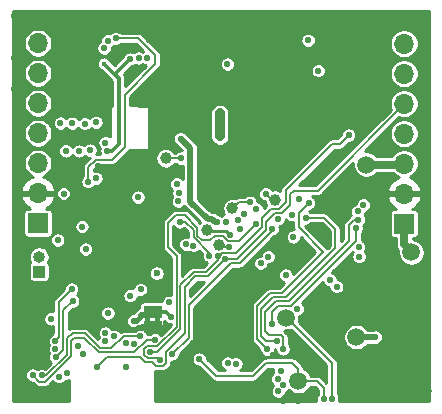
<source format=gbl>
G04 #@! TF.GenerationSoftware,KiCad,Pcbnew,(5.1.8)-1*
G04 #@! TF.CreationDate,2021-01-12T15:50:27+01:00*
G04 #@! TF.ProjectId,pcb-LR1110,7063622d-4c52-4313-9131-302e6b696361,1.1*
G04 #@! TF.SameCoordinates,PX8f0d180PY5f5e100*
G04 #@! TF.FileFunction,Copper,L4,Bot*
G04 #@! TF.FilePolarity,Positive*
%FSLAX46Y46*%
G04 Gerber Fmt 4.6, Leading zero omitted, Abs format (unit mm)*
G04 Created by KiCad (PCBNEW (5.1.8)-1) date 2021-01-12 15:50:27*
%MOMM*%
%LPD*%
G01*
G04 APERTURE LIST*
G04 #@! TA.AperFunction,EtchedComponent*
%ADD10C,0.100000*%
G04 #@! TD*
G04 #@! TA.AperFunction,ComponentPad*
%ADD11O,1.700000X1.700000*%
G04 #@! TD*
G04 #@! TA.AperFunction,ComponentPad*
%ADD12R,1.700000X1.700000*%
G04 #@! TD*
G04 #@! TA.AperFunction,ComponentPad*
%ADD13R,1.000000X1.000000*%
G04 #@! TD*
G04 #@! TA.AperFunction,ComponentPad*
%ADD14O,1.000000X1.000000*%
G04 #@! TD*
G04 #@! TA.AperFunction,SMDPad,CuDef*
%ADD15R,1.500000X1.000000*%
G04 #@! TD*
G04 #@! TA.AperFunction,SMDPad,CuDef*
%ADD16C,1.500000*%
G04 #@! TD*
G04 #@! TA.AperFunction,SMDPad,CuDef*
%ADD17C,1.000000*%
G04 #@! TD*
G04 #@! TA.AperFunction,ViaPad*
%ADD18C,0.800000*%
G04 #@! TD*
G04 #@! TA.AperFunction,ViaPad*
%ADD19C,0.550000*%
G04 #@! TD*
G04 #@! TA.AperFunction,ViaPad*
%ADD20C,0.450000*%
G04 #@! TD*
G04 #@! TA.AperFunction,ViaPad*
%ADD21C,0.700000*%
G04 #@! TD*
G04 #@! TA.AperFunction,ViaPad*
%ADD22C,0.600000*%
G04 #@! TD*
G04 #@! TA.AperFunction,ViaPad*
%ADD23C,0.500000*%
G04 #@! TD*
G04 #@! TA.AperFunction,Conductor*
%ADD24C,0.400000*%
G04 #@! TD*
G04 #@! TA.AperFunction,Conductor*
%ADD25C,0.700000*%
G04 #@! TD*
G04 #@! TA.AperFunction,Conductor*
%ADD26C,0.500000*%
G04 #@! TD*
G04 #@! TA.AperFunction,Conductor*
%ADD27C,0.197575*%
G04 #@! TD*
G04 #@! TA.AperFunction,Conductor*
%ADD28C,0.350000*%
G04 #@! TD*
G04 #@! TA.AperFunction,Conductor*
%ADD29C,0.177800*%
G04 #@! TD*
G04 #@! TA.AperFunction,Conductor*
%ADD30C,0.859502*%
G04 #@! TD*
G04 #@! TA.AperFunction,Conductor*
%ADD31C,0.550000*%
G04 #@! TD*
G04 #@! TA.AperFunction,Conductor*
%ADD32C,0.200000*%
G04 #@! TD*
G04 #@! TA.AperFunction,Conductor*
%ADD33C,0.193000*%
G04 #@! TD*
G04 #@! TA.AperFunction,Conductor*
%ADD34C,0.152400*%
G04 #@! TD*
G04 #@! TA.AperFunction,Conductor*
%ADD35C,0.250000*%
G04 #@! TD*
G04 #@! TA.AperFunction,Conductor*
%ADD36C,0.254000*%
G04 #@! TD*
G04 #@! TA.AperFunction,Conductor*
%ADD37C,0.100000*%
G04 #@! TD*
G04 APERTURE END LIST*
D10*
G36*
X-5200000Y-15899999D02*
G01*
X-5200000Y-15399999D01*
X-5600000Y-15399999D01*
X-5600000Y-15899999D01*
X-5200000Y-15899999D01*
G37*
G36*
X-6000000Y-15899999D02*
G01*
X-6000000Y-15399999D01*
X-6400000Y-15399999D01*
X-6400000Y-15899999D01*
X-6000000Y-15899999D01*
G37*
D11*
X-15500000Y7740000D03*
X-15500000Y5200000D03*
X-15500000Y2660000D03*
X-15500000Y120000D03*
X-15500000Y-2420000D03*
X-15500000Y-4960000D03*
D12*
X-15500000Y-7500000D03*
X15500000Y-7540000D03*
D11*
X15500000Y-5000000D03*
X15500000Y-2460000D03*
X15500000Y80000D03*
X15500000Y2620000D03*
X15500000Y5160000D03*
X15500000Y7700000D03*
D13*
X-15400000Y-11600000D03*
D14*
X-15400000Y-10330000D03*
D15*
X-5800000Y-16299999D03*
X-5800000Y-14999999D03*
D16*
X16120000Y-9980000D03*
X11450000Y-17150000D03*
X12300000Y-2550000D03*
X5500000Y-15500000D03*
X6550000Y-20850000D03*
D17*
X-4700000Y-2020000D03*
X4559000Y-5518000D03*
X-200000Y-9325000D03*
X968000Y-6248000D03*
X-1185000Y-8104000D03*
D18*
X14650000Y-10600000D03*
X16980000Y-17590000D03*
X17422600Y-21747599D03*
D19*
X10060000Y-19560000D03*
X-2725000Y1775000D03*
X-4190000Y2120000D03*
X-7940000Y4570000D03*
D20*
X-11020000Y6410000D03*
X-11200000Y8350000D03*
X-4890000Y8890000D03*
X-6450000Y8850000D03*
X6930000Y90000D03*
X7540000Y1150000D03*
X-13490000Y3560000D03*
X-9320000Y3560000D03*
D19*
X-5831124Y-3587013D03*
X4610000Y-12560000D03*
X4100000Y-22350000D03*
X1700000Y-16400000D03*
X0Y-16400000D03*
X-1800000Y-16400000D03*
X0Y-13000000D03*
X1700000Y-14600000D03*
X0Y-14600000D03*
X900000Y-4600000D03*
X1650000Y-3800000D03*
X850000Y-3000000D03*
X0Y-2150000D03*
X-800000Y-4600000D03*
X-1700000Y-3650000D03*
X7000000Y-19500006D03*
X4400000Y-18700000D03*
X-9900000Y-11900000D03*
D21*
X-5750000Y-8150000D03*
D22*
X10000000Y-17400000D03*
X10000000Y-15600000D03*
D19*
X10175000Y-22425000D03*
X3500000Y-21025000D03*
X8000000Y-22050000D03*
X6535000Y-22547600D03*
X5215000Y-22547600D03*
X-3600000Y-20050000D03*
X12317410Y-12664905D03*
X7655001Y-10145001D03*
X12120000Y-4350000D03*
X8210000Y-8380000D03*
X5552938Y-16676210D03*
X3312910Y-18559429D03*
X-9900000Y-10427410D03*
X-4710000Y-10177410D03*
X-13350350Y-9869525D03*
X-11275000Y-11975000D03*
X-16447000Y-17448000D03*
X-13317000Y-21581000D03*
X-17368000Y-21759000D03*
X-17395000Y-20813000D03*
X-11319697Y-15644391D03*
X-9897486Y-13250590D03*
X-15884370Y-18711607D03*
X-8231672Y-16522695D03*
X-2005242Y-14797590D03*
X15446000Y-20548000D03*
X11824000Y-22161000D03*
X2164996Y-19210310D03*
X8271000Y6370000D03*
D21*
X-3011634Y-8261634D03*
D19*
X-5507850Y-10824395D03*
X-2295068Y-10338841D03*
X49475Y-3713630D03*
X-873502Y-2790654D03*
D20*
X-9430523Y-143910D03*
X-9557682Y1203818D03*
X-9897477Y2626197D03*
D19*
X-7720000Y8820000D03*
X-4250000Y6400000D03*
X-10386698Y-2653302D03*
X-3420000Y1253222D03*
X6090000Y5630000D03*
X3670000Y5170000D03*
X4420000Y4340000D03*
X5030000Y2320000D03*
X1920000Y6270000D03*
X1960000Y5560000D03*
X1970000Y4850000D03*
X1970000Y4180000D03*
X1960000Y3470000D03*
X1970000Y2840000D03*
X1980000Y2140000D03*
X1120000Y6470000D03*
X3570000Y5880000D03*
X3520000Y6600000D03*
X5790000Y6520000D03*
X5110000Y7120000D03*
X4340000Y7320000D03*
X3260000Y7300000D03*
X4550000Y8700000D03*
X3550000Y8650000D03*
X2490000Y8640000D03*
X5540000Y8730000D03*
X6510000Y8780000D03*
X7400000Y8820000D03*
D20*
X-1480000Y4370000D03*
X-3290000Y4380000D03*
X-5130000Y4350000D03*
X-4060000Y1340000D03*
X-3340000Y1990000D03*
X5500000Y-3320000D03*
X7240000Y-4080000D03*
X7850000Y-3340000D03*
X6610000Y-1370000D03*
X7270000Y-680000D03*
X7940000Y-90000D03*
X8860000Y-2570000D03*
X9400000Y-2010000D03*
X10000000Y-1380000D03*
X10950000Y840000D03*
X10310000Y1510000D03*
X10130000Y2620000D03*
X10000000Y3500000D03*
X10000000Y4200000D03*
X10000000Y5000000D03*
X10000000Y5800000D03*
X10000000Y6600000D03*
X10000000Y7400000D03*
X10000000Y8300000D03*
X9600000Y9200000D03*
X9000000Y9800000D03*
X7800000Y10100000D03*
X6800000Y10100000D03*
X5700000Y10100000D03*
X4600000Y10100000D03*
X3600000Y10100000D03*
X2600000Y10100000D03*
X1900000Y10100000D03*
X800000Y10300000D03*
X-1100000Y10300000D03*
X-2000000Y10300000D03*
X-3100000Y10200000D03*
X-3900000Y10200000D03*
X-5000000Y10200000D03*
X-6200000Y10200000D03*
X-7200000Y10200000D03*
X-8200000Y10200000D03*
X-9200000Y10200000D03*
X-4100000Y8900000D03*
X-3100000Y8900000D03*
X-2000000Y8800000D03*
X-1300000Y8600000D03*
X300000Y8800000D03*
X1500000Y8800000D03*
X-10200000Y9400000D03*
X-12100000Y10250000D03*
X-12300000Y9500000D03*
X-12900000Y9200000D03*
X-13500000Y9500000D03*
X-14100000Y10000000D03*
X-14900000Y10300000D03*
X-15700000Y10300000D03*
X-16300000Y10300000D03*
X-17600000Y10000000D03*
X-17200000Y9500000D03*
X-16600000Y9200000D03*
X-15800000Y9100000D03*
X-14900000Y9100000D03*
X-14200000Y8500000D03*
X-13500000Y8000000D03*
X-12700000Y7700000D03*
X-12600000Y7000000D03*
X-12600000Y6300000D03*
X-12600000Y5500000D03*
X-13300000Y5100000D03*
X-13600000Y4300000D03*
X8800000Y4200000D03*
X8800000Y3400000D03*
X8400000Y2600000D03*
X8600000Y2000000D03*
X8600000Y1200000D03*
X8400000Y600000D03*
X7200000Y2400000D03*
X7200000Y3000000D03*
X8200000Y3600000D03*
X5700000Y4600000D03*
X5700000Y3600000D03*
X5600000Y2600000D03*
X8200000Y8700000D03*
X8700000Y8200000D03*
D23*
X-17258401Y8082401D03*
X-16606001Y-15403999D03*
X-15301201Y-16708799D03*
X-13996401Y6777601D03*
X-13344001Y-6270399D03*
X-4862801Y-20623199D03*
X-4210401Y-21927999D03*
X10794799Y10039601D03*
X11447199Y8734801D03*
X11447199Y6777601D03*
X12751999Y10039601D03*
X12751999Y8082401D03*
X13404399Y4820401D03*
X13404399Y2863201D03*
X13404399Y-1051199D03*
X14056799Y9387201D03*
X15361599Y10039601D03*
X16666399Y9387201D03*
D20*
X-5796001Y-6334799D03*
X-5193601Y-21997199D03*
X11071199Y5713201D03*
X11071199Y4508401D03*
X11071199Y3303601D03*
X12878399Y1496401D03*
X17095199Y8122801D03*
X17095199Y6918001D03*
X17095199Y5713201D03*
X17095199Y4508401D03*
X17095199Y3303601D03*
X17095199Y2098801D03*
X17095199Y894001D03*
X17095199Y-310799D03*
X17095199Y-1515599D03*
X17095199Y-2720399D03*
X17095199Y-4527599D03*
X9950000Y-150000D03*
D19*
X100000Y-5400008D03*
X-2043607Y-12952410D03*
X1950000Y-13000000D03*
D20*
X-150000Y10300000D03*
X-13150000Y10250000D03*
X-17600000Y6500000D03*
X-17600000Y3900000D03*
X-4750000Y-21350000D03*
X11850000Y-14150000D03*
X8870000Y-8380000D03*
X8300000Y4550000D03*
D19*
X-7414053Y-15044227D03*
X-14403270Y-15606521D03*
X-4374132Y-14200000D03*
X13070000Y-17150000D03*
X4850000Y-21750000D03*
X4800000Y-20700000D03*
X5250000Y-21200000D03*
X5050000Y-20000000D03*
X-7700000Y-13627454D03*
X-3000000Y-9300000D03*
D22*
X-5450000Y-11750000D03*
D19*
X-6813556Y-13113562D03*
X5470000Y-11890000D03*
X-13832876Y-8942124D03*
X-11475000Y-9697598D03*
X-9796000Y-17459000D03*
X-9794000Y-16800000D03*
X-9055800Y-17086440D03*
X-2350416Y-9397116D03*
X6119986Y-8680014D03*
X-1850000Y-19000000D03*
X8691191Y-22412180D03*
X-7710000Y6400000D03*
D20*
X-9920000Y6010000D03*
D19*
X7370000Y7976000D03*
X-9646344Y-1357398D03*
X-10597548Y-3716090D03*
X-11260121Y-3987697D03*
X-8926000Y8142766D03*
X-100000Y1800000D03*
X540000Y5960000D03*
X-100000Y-147811D03*
X-80000Y900000D03*
X-13712000Y-20498000D03*
X-13054846Y-20185403D03*
X-14029628Y-18140074D03*
X-11699830Y-18603723D03*
X-12097393Y-17876607D03*
X11640000Y-9530000D03*
X11690000Y-10330000D03*
X11580000Y-6500000D03*
X12050000Y-5950004D03*
X-13340000Y-4990000D03*
X-7032404Y-5294732D03*
X-360000Y-7400000D03*
X-1400000Y-6890000D03*
X-3432133Y-342133D03*
X-6971999Y6478598D03*
X-11552189Y930009D03*
X-6264581Y6481902D03*
X-10600000Y1030000D03*
X-12600000Y960002D03*
X-9603651Y7957912D03*
X-13596089Y964092D03*
X-9894592Y7318600D03*
X-4275000Y-15425000D03*
X-7388151Y-15762590D03*
X3345109Y-10912335D03*
X-6769971Y-15324479D03*
X6010906Y-6787504D03*
X4804954Y-7150222D03*
X-7341826Y-17695388D03*
X-8043742Y-17667130D03*
X-8030000Y-19720000D03*
X-12660003Y-13089997D03*
X-14018662Y-17437748D03*
X-5993483Y-18397371D03*
X10800000Y-50000D03*
X-279191Y-10250677D03*
X-10510000Y-19680000D03*
X-12560000Y-14100000D03*
X-13989376Y-18841332D03*
X371691Y-10559722D03*
X9393495Y-22399862D03*
X5620000Y-15540000D03*
X6449767Y-14770987D03*
X-9588885Y-15117116D03*
X3900619Y-18174747D03*
X7410000Y-5810000D03*
X-9810302Y-674390D03*
X1923610Y-6704568D03*
X-11110000Y-1320000D03*
X1420000Y-7250000D03*
X-3612658Y-5654095D03*
X-13150000Y-1380000D03*
X-3559388Y-4953706D03*
X-12020000Y-1390000D03*
X1250000Y-19400000D03*
X8232000Y5417000D03*
X4000000Y-10330000D03*
X6559258Y-5494997D03*
X-15194891Y-20386935D03*
X-6877107Y-17075103D03*
X-5605628Y-17362778D03*
X-15956000Y-20356000D03*
X-5204885Y-19047065D03*
X3791820Y-5016947D03*
X2916634Y-7600154D03*
X549573Y-19347236D03*
X-4157073Y-18585455D03*
X4323854Y-8001247D03*
X5250000Y-18160000D03*
X11617403Y-7201416D03*
X7150000Y-7050000D03*
X4708690Y-17492310D03*
X11415181Y-7908658D03*
X4293203Y-16032370D03*
X2449807Y-5733937D03*
X2983407Y-6327804D03*
X1604647Y-8018811D03*
X676528Y-9507449D03*
X-3750000Y-4170000D03*
X763728Y-8498184D03*
X387106Y-7378661D03*
X-3400000Y-2000000D03*
X-3500000Y-7400000D03*
X-11777410Y-7784745D03*
X-983046Y-10247459D03*
X9792843Y-12872843D03*
X9227157Y-12307157D03*
D24*
X-5800000Y-16299999D02*
X-7030557Y-16299999D01*
X-7253253Y-16522695D02*
X-8231672Y-16522695D01*
X-7030557Y-16299999D02*
X-7253253Y-16522695D01*
D25*
X16120000Y-9980000D02*
X16120000Y-9890000D01*
X16120000Y-9890000D02*
X15530000Y-9300000D01*
X15530000Y-9300000D02*
X15530000Y-7560000D01*
D26*
X11450000Y-17150000D02*
X13070000Y-17150000D01*
D25*
X12300000Y-2550000D02*
X15500000Y-2550000D01*
D27*
X8691191Y-22412180D02*
X8691191Y-21441191D01*
X8691191Y-21441191D02*
X8130000Y-20880000D01*
X8130000Y-20880000D02*
X6560000Y-20880000D01*
X6560000Y-20880000D02*
X6540000Y-20900000D01*
X6540000Y-19850000D02*
X6540000Y-20780000D01*
X3800000Y-19350000D02*
X6040000Y-19350000D01*
X2710000Y-20440000D02*
X3800000Y-19350000D01*
X6040000Y-19350000D02*
X6540000Y-19850000D01*
X-410000Y-20440000D02*
X2710000Y-20440000D01*
X-1850000Y-19000000D02*
X-410000Y-20440000D01*
D28*
X-8956500Y5153500D02*
X-8956500Y5046500D01*
X-7710000Y6400000D02*
X-8956500Y5153500D01*
X-8956500Y5046500D02*
X-9920000Y6010000D01*
X-8659000Y4749000D02*
X-8659000Y-758962D01*
X-8659000Y-758962D02*
X-9257436Y-1357398D01*
X-8956500Y5046500D02*
X-8659000Y4749000D01*
X-9257436Y-1357398D02*
X-9646344Y-1357398D01*
D29*
X-5560000Y5960000D02*
X-5560000Y6710000D01*
X-8150000Y3370000D02*
X-5560000Y5960000D01*
X-6992766Y8142766D02*
X-8926000Y8142766D01*
X-5560000Y6710000D02*
X-6992766Y8142766D01*
X-8150000Y-1030000D02*
X-8150000Y3370000D01*
X-9257001Y-2137001D02*
X-8150000Y-1030000D01*
X-10628421Y-2137001D02*
X-9257001Y-2137001D01*
X-11260121Y-2768701D02*
X-10628421Y-2137001D01*
X-11260121Y-3987697D02*
X-11260121Y-2768701D01*
D30*
X-100000Y1800000D02*
X-100000Y-147811D01*
D31*
X-739847Y-7176599D02*
X-516446Y-7400000D01*
X-1113401Y-7176599D02*
X-739847Y-7176599D01*
X-516446Y-7400000D02*
X-360000Y-7400000D01*
X-2600000Y-5690000D02*
X-1113401Y-7176599D01*
X-2600000Y-1174266D02*
X-2600000Y-5690000D01*
X-3432133Y-342133D02*
X-2600000Y-1174266D01*
D28*
X-4275000Y-15425000D02*
X-4700000Y-15000000D01*
X-4700000Y-15000000D02*
X-5875000Y-15000000D01*
D26*
X-6050000Y-15300000D02*
X-6745492Y-15300000D01*
X-6745492Y-15300000D02*
X-6769971Y-15324479D01*
D24*
X-7208082Y-15762590D02*
X-6769971Y-15324479D01*
X-7388151Y-15762590D02*
X-7208082Y-15762590D01*
D29*
X-13750000Y-17169086D02*
X-14018662Y-17437748D01*
X-13750000Y-14179994D02*
X-13750000Y-17169086D01*
X-12660003Y-13089997D02*
X-13750000Y-14179994D01*
D32*
X9431092Y-800000D02*
X5497589Y-4733503D01*
D33*
X-3445411Y-16444187D02*
X-3445411Y-12776927D01*
X-5993483Y-18397371D02*
X-5398595Y-18397371D01*
X-279191Y-10639585D02*
X-279191Y-10250677D01*
X-5398595Y-18397371D02*
X-3445411Y-16444187D01*
D32*
X-101101Y-10250677D02*
X-279191Y-10250677D01*
D33*
X-3445411Y-12776927D02*
X-2323073Y-11654589D01*
X-1294195Y-11654589D02*
X-279191Y-10639585D01*
D32*
X118676Y-10030900D02*
X-101101Y-10250677D01*
X5497589Y-4733503D02*
X5497589Y-5692965D01*
X419425Y-10030900D02*
X118676Y-10030900D01*
X423375Y-10034850D02*
X419425Y-10030900D01*
X1262494Y-10034850D02*
X423375Y-10034850D01*
X3444036Y-7853308D02*
X1262494Y-10034850D01*
D33*
X-2323073Y-11654589D02*
X-1294195Y-11654589D01*
D32*
X3444036Y-7085964D02*
X3444036Y-7853308D01*
X4259599Y-6270401D02*
X3444036Y-7085964D01*
X4920153Y-6270401D02*
X4259599Y-6270401D01*
X5497589Y-5692965D02*
X4920153Y-6270401D01*
X10800000Y-50000D02*
X10050000Y-800000D01*
X10050000Y-800000D02*
X9431092Y-800000D01*
D33*
X-10510000Y-19680000D02*
X-9641211Y-18811211D01*
X-4680983Y-18367983D02*
X-3080000Y-16767000D01*
X-6463909Y-19226091D02*
X-5839285Y-19226091D01*
X-6878789Y-18811211D02*
X-6463909Y-19226091D01*
X-4953411Y-19570967D02*
X-4680983Y-19298539D01*
X-4680983Y-19298539D02*
X-4680983Y-18367983D01*
X-9641211Y-18811211D02*
X-6878789Y-18811211D01*
X-2180000Y-12000000D02*
X-1068587Y-12000000D01*
X-5839285Y-19226091D02*
X-5494409Y-19570967D01*
X-5494409Y-19570967D02*
X-4953411Y-19570967D01*
X-3080000Y-12900000D02*
X-2180000Y-12000000D01*
X-3080000Y-16767000D02*
X-3080000Y-12900000D01*
X-1068587Y-12000000D02*
X371691Y-10559722D01*
D29*
X-13350000Y-18201956D02*
X-13989376Y-18841332D01*
X-12560000Y-14100000D02*
X-13350000Y-14890000D01*
X-13350000Y-14890000D02*
X-13350000Y-18201956D01*
D32*
X8190000Y-4750000D02*
X15510000Y2570000D01*
X6150000Y-4750000D02*
X8190000Y-4750000D01*
X5850000Y-5050000D02*
X6150000Y-4750000D01*
X5850000Y-5938384D02*
X5850000Y-5050000D01*
X5165572Y-6622812D02*
X5850000Y-5938384D01*
X4545572Y-6622812D02*
X5165572Y-6622812D01*
X3796447Y-7371937D02*
X4545572Y-6622812D01*
X3796447Y-8103553D02*
X3796447Y-7371937D01*
X1340278Y-10559722D02*
X3796447Y-8103553D01*
X371691Y-10559722D02*
X1340278Y-10559722D01*
D27*
X9393495Y-19313495D02*
X9393495Y-22399862D01*
X5620000Y-15540000D02*
X9393495Y-19313495D01*
D29*
X5139090Y-13425000D02*
X8653488Y-9910602D01*
X6575000Y-6645000D02*
X7410000Y-5810000D01*
X4150000Y-13425000D02*
X5139090Y-13425000D01*
X3050000Y-17324128D02*
X3050000Y-14525000D01*
X8653488Y-9910602D02*
X6575000Y-7832114D01*
X6575000Y-7832114D02*
X6575000Y-6645000D01*
X3050000Y-14525000D02*
X4150000Y-13425000D01*
X3900619Y-18174747D02*
X3050000Y-17324128D01*
D34*
X-9284988Y-18107000D02*
X-8253091Y-17075103D01*
X-13032489Y-17258461D02*
X-12567517Y-16793489D01*
X-10248000Y-18107000D02*
X-9284988Y-18107000D01*
X-15194891Y-20386935D02*
X-14789649Y-20386935D01*
X-8253091Y-17075103D02*
X-6877107Y-17075103D01*
X-12567517Y-16793489D02*
X-11561511Y-16793489D01*
X-13032489Y-18629775D02*
X-13032489Y-17258461D01*
X-14789649Y-20386935D02*
X-13032489Y-18629775D01*
X-11561511Y-16793489D02*
X-10248000Y-18107000D01*
X-5605628Y-17362778D02*
X-6293844Y-17362778D01*
X-10371066Y-18415000D02*
X-11579066Y-17207000D01*
X-14891884Y-20928000D02*
X-15384000Y-20928000D01*
X-12727678Y-18763794D02*
X-14891884Y-20928000D01*
X-12727678Y-17503678D02*
X-12727678Y-18763794D01*
X-12431000Y-17207000D02*
X-12727678Y-17503678D01*
X-7346066Y-18415000D02*
X-10371066Y-18415000D01*
X-6293844Y-17362778D02*
X-7346066Y-18415000D01*
X-15384000Y-20928000D02*
X-15956000Y-20356000D01*
X-11579066Y-17207000D02*
X-12431000Y-17207000D01*
D27*
X4292873Y-5518000D02*
X3791820Y-5016947D01*
X4559000Y-5518000D02*
X4292873Y-5518000D01*
D34*
X1512949Y-9003839D02*
X2916634Y-7600154D01*
X149729Y-8596399D02*
X557169Y-9003839D01*
X-1620729Y-8947601D02*
X-900931Y-8947601D01*
X-1999601Y-8568729D02*
X-1620729Y-8947601D01*
X-5204885Y-19047065D02*
X-5350969Y-18900981D01*
X-5350969Y-18900981D02*
X-6219019Y-18900981D01*
X-900931Y-8947601D02*
X-549729Y-8596399D01*
X-6219019Y-18900981D02*
X-6497085Y-18622915D01*
X-6497085Y-18155641D02*
X-6235213Y-17893769D01*
X557169Y-9003839D02*
X1512949Y-9003839D01*
X-3770522Y-16269520D02*
X-3770522Y-10279478D01*
X-6235213Y-17893769D02*
X-5394771Y-17893769D01*
X-1999601Y-7873399D02*
X-1999601Y-8568729D01*
X-5394771Y-17893769D02*
X-3770522Y-16269520D01*
X-549729Y-8596399D02*
X149729Y-8596399D01*
X-3073000Y-6800000D02*
X-1999601Y-7873399D01*
X-6497085Y-18622915D02*
X-6497085Y-18155641D01*
X-3770522Y-10279478D02*
X-4500000Y-9550000D01*
X-4500000Y-9550000D02*
X-4500000Y-7500000D01*
X-4500000Y-7500000D02*
X-3800000Y-6800000D01*
X-3800000Y-6800000D02*
X-3073000Y-6800000D01*
X4323854Y-8176146D02*
X4323854Y-8001247D01*
X1611667Y-10888333D02*
X4323854Y-8176146D01*
X811667Y-10888333D02*
X1611667Y-10888333D01*
X-2754889Y-14454889D02*
X811667Y-10888333D01*
X-2754889Y-17183271D02*
X-2754889Y-14454889D01*
X-4157073Y-18585455D02*
X-2754889Y-17183271D01*
D29*
X10800000Y-9025000D02*
X10800000Y-7629911D01*
X5725000Y-14100000D02*
X10800000Y-9025000D01*
X4650000Y-14100000D02*
X5725000Y-14100000D01*
X3734000Y-15016000D02*
X4650000Y-14100000D01*
X3734000Y-16626000D02*
X3734000Y-15016000D01*
X4084009Y-16976009D02*
X3734000Y-16626000D01*
X10800000Y-7629911D02*
X11228495Y-7201416D01*
X5045009Y-16976009D02*
X4084009Y-16976009D01*
X11228495Y-7201416D02*
X11617403Y-7201416D01*
X5250000Y-17181000D02*
X5045009Y-16976009D01*
X5250000Y-18160000D02*
X5250000Y-17181000D01*
X3798322Y-17492310D02*
X4708690Y-17492310D01*
X3380211Y-17074199D02*
X3798322Y-17492310D01*
X3380211Y-14736777D02*
X3380211Y-17074199D01*
X9650000Y-9641988D02*
X5536777Y-13755211D01*
X9650000Y-8000000D02*
X9650000Y-9641988D01*
X4361777Y-13755211D02*
X3380211Y-14736777D01*
X8700000Y-7050000D02*
X9650000Y-8000000D01*
X5536777Y-13755211D02*
X4361777Y-13755211D01*
X7150000Y-7050000D02*
X8700000Y-7050000D01*
D32*
X4293203Y-15056797D02*
X4293203Y-16032370D01*
X4852401Y-14497599D02*
X4293203Y-15056797D01*
X5910087Y-14497599D02*
X4852401Y-14497599D01*
X11415181Y-8992505D02*
X5910087Y-14497599D01*
X11415181Y-7908658D02*
X11415181Y-8992505D01*
D27*
X1524063Y-5733937D02*
X2449807Y-5733937D01*
X1015000Y-6243000D02*
X1524063Y-5733937D01*
X-17551Y-9507449D02*
X676528Y-9507449D01*
X-200000Y-9325000D02*
X-17551Y-9507449D01*
D35*
X-1060412Y-8161588D02*
X427132Y-8161588D01*
X427132Y-8161588D02*
X763728Y-8498184D01*
D33*
X-3420000Y-2020000D02*
X-3400000Y-2000000D01*
X-4700000Y-2020000D02*
X-3420000Y-2020000D01*
D29*
X-965690Y-10390690D02*
X-965690Y-10264815D01*
X-3500000Y-7400000D02*
X-3037028Y-7400000D01*
X-2317112Y-8700246D02*
X-983046Y-10034312D01*
X-983046Y-10034312D02*
X-983046Y-10247459D01*
X-2317112Y-8119916D02*
X-2317112Y-8700246D01*
X-3037028Y-7400000D02*
X-2317112Y-8119916D01*
X-965690Y-10264815D02*
X-983046Y-10247459D01*
D36*
X5504464Y-7203130D02*
X5595280Y-7293946D01*
X5702068Y-7365299D01*
X5820725Y-7414448D01*
X5946690Y-7439504D01*
X6075122Y-7439504D01*
X6109100Y-7432745D01*
X6109100Y-7809230D01*
X6106846Y-7832114D01*
X6109100Y-7854998D01*
X6109100Y-7854999D01*
X6115841Y-7923445D01*
X6142482Y-8011268D01*
X6151433Y-8028014D01*
X6055770Y-8028014D01*
X5929805Y-8053070D01*
X5811148Y-8102219D01*
X5704360Y-8173572D01*
X5613544Y-8264388D01*
X5542191Y-8371176D01*
X5493042Y-8489833D01*
X5467986Y-8615798D01*
X5467986Y-8744230D01*
X5493042Y-8870195D01*
X5542191Y-8988852D01*
X5613544Y-9095640D01*
X5704360Y-9186456D01*
X5811148Y-9257809D01*
X5929805Y-9306958D01*
X6055770Y-9332014D01*
X6184202Y-9332014D01*
X6310167Y-9306958D01*
X6428824Y-9257809D01*
X6535612Y-9186456D01*
X6626428Y-9095640D01*
X6697781Y-8988852D01*
X6746930Y-8870195D01*
X6771986Y-8744230D01*
X6771986Y-8687981D01*
X7994606Y-9910602D01*
X6114936Y-11790272D01*
X6096944Y-11699819D01*
X6047795Y-11581162D01*
X5976442Y-11474374D01*
X5885626Y-11383558D01*
X5778838Y-11312205D01*
X5660181Y-11263056D01*
X5534216Y-11238000D01*
X5405784Y-11238000D01*
X5279819Y-11263056D01*
X5161162Y-11312205D01*
X5054374Y-11383558D01*
X4963558Y-11474374D01*
X4892205Y-11581162D01*
X4843056Y-11699819D01*
X4818000Y-11825784D01*
X4818000Y-11954216D01*
X4843056Y-12080181D01*
X4892205Y-12198838D01*
X4963558Y-12305626D01*
X5054374Y-12396442D01*
X5161162Y-12467795D01*
X5279819Y-12516944D01*
X5370273Y-12534936D01*
X4946109Y-12959100D01*
X4172884Y-12959100D01*
X4150000Y-12956846D01*
X4127116Y-12959100D01*
X4127114Y-12959100D01*
X4058668Y-12965841D01*
X3970845Y-12992482D01*
X3889908Y-13035744D01*
X3818965Y-13093965D01*
X3804376Y-13111742D01*
X2736743Y-14179376D01*
X2718966Y-14193965D01*
X2704377Y-14211742D01*
X2660745Y-14264908D01*
X2617482Y-14345846D01*
X2590842Y-14433668D01*
X2581846Y-14525000D01*
X2584101Y-14547894D01*
X2584100Y-17301244D01*
X2581846Y-17324128D01*
X2584100Y-17347012D01*
X2584100Y-17347013D01*
X2590841Y-17415459D01*
X2617482Y-17503282D01*
X2660744Y-17584219D01*
X2718965Y-17655163D01*
X2736748Y-17669757D01*
X3248619Y-18181629D01*
X3248619Y-18238963D01*
X3273675Y-18364928D01*
X3322824Y-18483585D01*
X3394177Y-18590373D01*
X3484993Y-18681189D01*
X3591781Y-18752542D01*
X3710438Y-18801691D01*
X3836403Y-18826747D01*
X3964835Y-18826747D01*
X4090800Y-18801691D01*
X4209457Y-18752542D01*
X4316245Y-18681189D01*
X4407061Y-18590373D01*
X4478414Y-18483585D01*
X4527563Y-18364928D01*
X4552619Y-18238963D01*
X4552619Y-18126039D01*
X4598000Y-18135066D01*
X4598000Y-18224216D01*
X4623056Y-18350181D01*
X4672205Y-18468838D01*
X4743558Y-18575626D01*
X4834374Y-18666442D01*
X4941162Y-18737795D01*
X5059819Y-18786944D01*
X5185784Y-18812000D01*
X5314216Y-18812000D01*
X5440181Y-18786944D01*
X5558838Y-18737795D01*
X5665626Y-18666442D01*
X5756442Y-18575626D01*
X5827795Y-18468838D01*
X5876944Y-18350181D01*
X5902000Y-18224216D01*
X5902000Y-18095784D01*
X5876944Y-17969819D01*
X5827795Y-17851162D01*
X5756442Y-17744374D01*
X5715900Y-17703832D01*
X5715900Y-17203883D01*
X5718154Y-17180999D01*
X5714049Y-17139319D01*
X5709159Y-17089668D01*
X5682518Y-17001845D01*
X5639256Y-16920908D01*
X5581035Y-16849965D01*
X5563252Y-16835371D01*
X5390638Y-16662757D01*
X5376044Y-16644974D01*
X5342991Y-16617848D01*
X5389000Y-16627000D01*
X5611000Y-16627000D01*
X5828734Y-16583690D01*
X5943350Y-16536214D01*
X8917708Y-19510573D01*
X8917709Y-20994844D01*
X8482960Y-20560096D01*
X8468060Y-20541940D01*
X8422111Y-20504231D01*
X8395611Y-20482483D01*
X8350287Y-20458257D01*
X8312957Y-20438303D01*
X8223271Y-20411097D01*
X8153374Y-20404213D01*
X8153371Y-20404213D01*
X8130000Y-20401911D01*
X8106629Y-20404213D01*
X7585205Y-20404213D01*
X7548734Y-20316165D01*
X7425398Y-20131579D01*
X7268421Y-19974602D01*
X7083835Y-19851266D01*
X7015423Y-19822929D01*
X7008903Y-19756729D01*
X6981697Y-19667043D01*
X6980833Y-19665426D01*
X6937517Y-19584388D01*
X6892960Y-19530095D01*
X6892956Y-19530091D01*
X6878060Y-19511940D01*
X6859909Y-19497044D01*
X6392960Y-19030096D01*
X6378060Y-19011940D01*
X6305612Y-18952484D01*
X6305613Y-18952484D01*
X6305611Y-18952483D01*
X6259129Y-18927638D01*
X6222957Y-18908303D01*
X6133271Y-18881097D01*
X6063374Y-18874213D01*
X6063371Y-18874213D01*
X6040000Y-18871911D01*
X6016629Y-18874213D01*
X3823371Y-18874213D01*
X3800000Y-18871911D01*
X3776629Y-18874213D01*
X3776626Y-18874213D01*
X3706729Y-18881097D01*
X3619806Y-18907465D01*
X3617043Y-18908303D01*
X3534388Y-18952483D01*
X3480095Y-18997040D01*
X3480091Y-18997044D01*
X3461940Y-19011940D01*
X3447044Y-19030091D01*
X2512923Y-19964213D01*
X1579165Y-19964213D01*
X1665626Y-19906442D01*
X1756442Y-19815626D01*
X1827795Y-19708838D01*
X1876944Y-19590181D01*
X1902000Y-19464216D01*
X1902000Y-19335784D01*
X1876944Y-19209819D01*
X1827795Y-19091162D01*
X1756442Y-18984374D01*
X1665626Y-18893558D01*
X1558838Y-18822205D01*
X1440181Y-18773056D01*
X1314216Y-18748000D01*
X1185784Y-18748000D01*
X1059819Y-18773056D01*
X941162Y-18822205D01*
X939270Y-18823469D01*
X858411Y-18769441D01*
X739754Y-18720292D01*
X613789Y-18695236D01*
X485357Y-18695236D01*
X359392Y-18720292D01*
X240735Y-18769441D01*
X133947Y-18840794D01*
X43131Y-18931610D01*
X-28222Y-19038398D01*
X-77371Y-19157055D01*
X-102427Y-19283020D01*
X-102427Y-19411452D01*
X-77371Y-19537417D01*
X-28222Y-19656074D01*
X43131Y-19762862D01*
X133947Y-19853678D01*
X240735Y-19925031D01*
X335329Y-19964213D01*
X-212923Y-19964213D01*
X-1198000Y-18979136D01*
X-1198000Y-18935784D01*
X-1223056Y-18809819D01*
X-1272205Y-18691162D01*
X-1343558Y-18584374D01*
X-1434374Y-18493558D01*
X-1541162Y-18422205D01*
X-1659819Y-18373056D01*
X-1785784Y-18348000D01*
X-1914216Y-18348000D01*
X-2040181Y-18373056D01*
X-2158838Y-18422205D01*
X-2265626Y-18493558D01*
X-2356442Y-18584374D01*
X-2427795Y-18691162D01*
X-2476944Y-18809819D01*
X-2502000Y-18935784D01*
X-2502000Y-19064216D01*
X-2476944Y-19190181D01*
X-2427795Y-19308838D01*
X-2356442Y-19415626D01*
X-2265626Y-19506442D01*
X-2158838Y-19577795D01*
X-2040181Y-19626944D01*
X-1914216Y-19652000D01*
X-1870864Y-19652000D01*
X-762961Y-20759903D01*
X-748060Y-20778060D01*
X-729904Y-20792960D01*
X-675612Y-20837517D01*
X-608859Y-20873197D01*
X-592957Y-20881697D01*
X-503271Y-20908903D01*
X-433374Y-20915787D01*
X-433371Y-20915787D01*
X-410000Y-20918089D01*
X-386629Y-20915787D01*
X2686629Y-20915787D01*
X2710000Y-20918089D01*
X2733371Y-20915787D01*
X2733374Y-20915787D01*
X2803271Y-20908903D01*
X2892957Y-20881697D01*
X2946272Y-20853199D01*
X2975611Y-20837517D01*
X3015807Y-20804529D01*
X3048060Y-20778060D01*
X3062960Y-20759904D01*
X3997078Y-19825787D01*
X4419880Y-19825787D01*
X4398000Y-19935784D01*
X4398000Y-20064216D01*
X4419111Y-20170348D01*
X4384374Y-20193558D01*
X4293558Y-20284374D01*
X4222205Y-20391162D01*
X4173056Y-20509819D01*
X4148000Y-20635784D01*
X4148000Y-20764216D01*
X4173056Y-20890181D01*
X4222205Y-21008838D01*
X4293558Y-21115626D01*
X4384374Y-21206442D01*
X4437148Y-21241704D01*
X4434374Y-21243558D01*
X4343558Y-21334374D01*
X4272205Y-21441162D01*
X4223056Y-21559819D01*
X4198000Y-21685784D01*
X4198000Y-21814216D01*
X4223056Y-21940181D01*
X4272205Y-22058838D01*
X4343558Y-22165626D01*
X4434374Y-22256442D01*
X4541162Y-22327795D01*
X4659819Y-22376944D01*
X4785784Y-22402000D01*
X4914216Y-22402000D01*
X5040181Y-22376944D01*
X5158838Y-22327795D01*
X5265626Y-22256442D01*
X5356442Y-22165626D01*
X5427795Y-22058838D01*
X5476944Y-21940181D01*
X5502000Y-21814216D01*
X5502000Y-21801338D01*
X5558838Y-21777795D01*
X5665626Y-21706442D01*
X5739125Y-21632944D01*
X5831579Y-21725398D01*
X6016165Y-21848734D01*
X6221266Y-21933690D01*
X6439000Y-21977000D01*
X6661000Y-21977000D01*
X6878734Y-21933690D01*
X7083835Y-21848734D01*
X7268421Y-21725398D01*
X7425398Y-21568421D01*
X7548734Y-21383835D01*
X7560352Y-21355787D01*
X7932923Y-21355787D01*
X8215405Y-21638270D01*
X8215404Y-21965899D01*
X8184749Y-21996554D01*
X8113396Y-22103342D01*
X8064247Y-22221999D01*
X8039191Y-22347964D01*
X8039191Y-22476396D01*
X8063380Y-22598000D01*
X-5598000Y-22598000D01*
X-5598000Y-20034349D01*
X-5587231Y-20037616D01*
X-5517670Y-20044467D01*
X-5517661Y-20044467D01*
X-5494410Y-20046757D01*
X-5471159Y-20044467D01*
X-4976662Y-20044467D01*
X-4953411Y-20046757D01*
X-4930160Y-20044467D01*
X-4930150Y-20044467D01*
X-4860589Y-20037616D01*
X-4771334Y-20010541D01*
X-4689076Y-19966573D01*
X-4616976Y-19907402D01*
X-4602147Y-19889333D01*
X-4362621Y-19649806D01*
X-4344548Y-19634974D01*
X-4285377Y-19562874D01*
X-4241409Y-19480616D01*
X-4214334Y-19391361D01*
X-4207483Y-19321800D01*
X-4207483Y-19321791D01*
X-4205193Y-19298540D01*
X-4207483Y-19275289D01*
X-4207483Y-19237455D01*
X-4092857Y-19237455D01*
X-3966892Y-19212399D01*
X-3848235Y-19163250D01*
X-3741447Y-19091897D01*
X-3650631Y-19001081D01*
X-3579278Y-18894293D01*
X-3530129Y-18775636D01*
X-3505073Y-18649671D01*
X-3505073Y-18574376D01*
X-2450164Y-17519468D01*
X-2432878Y-17505282D01*
X-2376244Y-17436273D01*
X-2334162Y-17357542D01*
X-2308247Y-17272114D01*
X-2301689Y-17205527D01*
X-2301689Y-17205526D01*
X-2299497Y-17183271D01*
X-2301689Y-17161015D01*
X-2301689Y-14642610D01*
X999389Y-11341533D01*
X1589413Y-11341533D01*
X1611667Y-11343725D01*
X1633921Y-11341533D01*
X1633923Y-11341533D01*
X1700510Y-11334975D01*
X1785938Y-11309060D01*
X1864669Y-11266978D01*
X1933678Y-11210344D01*
X1947870Y-11193051D01*
X2292802Y-10848119D01*
X2693109Y-10848119D01*
X2693109Y-10976551D01*
X2718165Y-11102516D01*
X2767314Y-11221173D01*
X2838667Y-11327961D01*
X2929483Y-11418777D01*
X3036271Y-11490130D01*
X3154928Y-11539279D01*
X3280893Y-11564335D01*
X3409325Y-11564335D01*
X3535290Y-11539279D01*
X3653947Y-11490130D01*
X3760735Y-11418777D01*
X3851551Y-11327961D01*
X3922904Y-11221173D01*
X3972053Y-11102516D01*
X3996025Y-10982000D01*
X4064216Y-10982000D01*
X4190181Y-10956944D01*
X4308838Y-10907795D01*
X4415626Y-10836442D01*
X4506442Y-10745626D01*
X4577795Y-10638838D01*
X4626944Y-10520181D01*
X4652000Y-10394216D01*
X4652000Y-10265784D01*
X4626944Y-10139819D01*
X4577795Y-10021162D01*
X4506442Y-9914374D01*
X4415626Y-9823558D01*
X4308838Y-9752205D01*
X4190181Y-9703056D01*
X4064216Y-9678000D01*
X3935784Y-9678000D01*
X3809819Y-9703056D01*
X3691162Y-9752205D01*
X3584374Y-9823558D01*
X3493558Y-9914374D01*
X3422205Y-10021162D01*
X3373056Y-10139819D01*
X3349084Y-10260335D01*
X3280893Y-10260335D01*
X3154928Y-10285391D01*
X3036271Y-10334540D01*
X2929483Y-10405893D01*
X2838667Y-10496709D01*
X2767314Y-10603497D01*
X2718165Y-10722154D01*
X2693109Y-10848119D01*
X2292802Y-10848119D01*
X4512407Y-8628515D01*
X4514035Y-8628191D01*
X4632692Y-8579042D01*
X4739480Y-8507689D01*
X4830296Y-8416873D01*
X4901649Y-8310085D01*
X4950798Y-8191428D01*
X4975854Y-8065463D01*
X4975854Y-7937031D01*
X4950798Y-7811066D01*
X4941200Y-7787894D01*
X4995135Y-7777166D01*
X5113792Y-7728017D01*
X5220580Y-7656664D01*
X5311396Y-7565848D01*
X5382749Y-7459060D01*
X5431898Y-7340403D01*
X5456954Y-7214438D01*
X5456954Y-7132026D01*
X5504464Y-7203130D01*
G04 #@! TA.AperFunction,Conductor*
D37*
G36*
X5504464Y-7203130D02*
G01*
X5595280Y-7293946D01*
X5702068Y-7365299D01*
X5820725Y-7414448D01*
X5946690Y-7439504D01*
X6075122Y-7439504D01*
X6109100Y-7432745D01*
X6109100Y-7809230D01*
X6106846Y-7832114D01*
X6109100Y-7854998D01*
X6109100Y-7854999D01*
X6115841Y-7923445D01*
X6142482Y-8011268D01*
X6151433Y-8028014D01*
X6055770Y-8028014D01*
X5929805Y-8053070D01*
X5811148Y-8102219D01*
X5704360Y-8173572D01*
X5613544Y-8264388D01*
X5542191Y-8371176D01*
X5493042Y-8489833D01*
X5467986Y-8615798D01*
X5467986Y-8744230D01*
X5493042Y-8870195D01*
X5542191Y-8988852D01*
X5613544Y-9095640D01*
X5704360Y-9186456D01*
X5811148Y-9257809D01*
X5929805Y-9306958D01*
X6055770Y-9332014D01*
X6184202Y-9332014D01*
X6310167Y-9306958D01*
X6428824Y-9257809D01*
X6535612Y-9186456D01*
X6626428Y-9095640D01*
X6697781Y-8988852D01*
X6746930Y-8870195D01*
X6771986Y-8744230D01*
X6771986Y-8687981D01*
X7994606Y-9910602D01*
X6114936Y-11790272D01*
X6096944Y-11699819D01*
X6047795Y-11581162D01*
X5976442Y-11474374D01*
X5885626Y-11383558D01*
X5778838Y-11312205D01*
X5660181Y-11263056D01*
X5534216Y-11238000D01*
X5405784Y-11238000D01*
X5279819Y-11263056D01*
X5161162Y-11312205D01*
X5054374Y-11383558D01*
X4963558Y-11474374D01*
X4892205Y-11581162D01*
X4843056Y-11699819D01*
X4818000Y-11825784D01*
X4818000Y-11954216D01*
X4843056Y-12080181D01*
X4892205Y-12198838D01*
X4963558Y-12305626D01*
X5054374Y-12396442D01*
X5161162Y-12467795D01*
X5279819Y-12516944D01*
X5370273Y-12534936D01*
X4946109Y-12959100D01*
X4172884Y-12959100D01*
X4150000Y-12956846D01*
X4127116Y-12959100D01*
X4127114Y-12959100D01*
X4058668Y-12965841D01*
X3970845Y-12992482D01*
X3889908Y-13035744D01*
X3818965Y-13093965D01*
X3804376Y-13111742D01*
X2736743Y-14179376D01*
X2718966Y-14193965D01*
X2704377Y-14211742D01*
X2660745Y-14264908D01*
X2617482Y-14345846D01*
X2590842Y-14433668D01*
X2581846Y-14525000D01*
X2584101Y-14547894D01*
X2584100Y-17301244D01*
X2581846Y-17324128D01*
X2584100Y-17347012D01*
X2584100Y-17347013D01*
X2590841Y-17415459D01*
X2617482Y-17503282D01*
X2660744Y-17584219D01*
X2718965Y-17655163D01*
X2736748Y-17669757D01*
X3248619Y-18181629D01*
X3248619Y-18238963D01*
X3273675Y-18364928D01*
X3322824Y-18483585D01*
X3394177Y-18590373D01*
X3484993Y-18681189D01*
X3591781Y-18752542D01*
X3710438Y-18801691D01*
X3836403Y-18826747D01*
X3964835Y-18826747D01*
X4090800Y-18801691D01*
X4209457Y-18752542D01*
X4316245Y-18681189D01*
X4407061Y-18590373D01*
X4478414Y-18483585D01*
X4527563Y-18364928D01*
X4552619Y-18238963D01*
X4552619Y-18126039D01*
X4598000Y-18135066D01*
X4598000Y-18224216D01*
X4623056Y-18350181D01*
X4672205Y-18468838D01*
X4743558Y-18575626D01*
X4834374Y-18666442D01*
X4941162Y-18737795D01*
X5059819Y-18786944D01*
X5185784Y-18812000D01*
X5314216Y-18812000D01*
X5440181Y-18786944D01*
X5558838Y-18737795D01*
X5665626Y-18666442D01*
X5756442Y-18575626D01*
X5827795Y-18468838D01*
X5876944Y-18350181D01*
X5902000Y-18224216D01*
X5902000Y-18095784D01*
X5876944Y-17969819D01*
X5827795Y-17851162D01*
X5756442Y-17744374D01*
X5715900Y-17703832D01*
X5715900Y-17203883D01*
X5718154Y-17180999D01*
X5714049Y-17139319D01*
X5709159Y-17089668D01*
X5682518Y-17001845D01*
X5639256Y-16920908D01*
X5581035Y-16849965D01*
X5563252Y-16835371D01*
X5390638Y-16662757D01*
X5376044Y-16644974D01*
X5342991Y-16617848D01*
X5389000Y-16627000D01*
X5611000Y-16627000D01*
X5828734Y-16583690D01*
X5943350Y-16536214D01*
X8917708Y-19510573D01*
X8917709Y-20994844D01*
X8482960Y-20560096D01*
X8468060Y-20541940D01*
X8422111Y-20504231D01*
X8395611Y-20482483D01*
X8350287Y-20458257D01*
X8312957Y-20438303D01*
X8223271Y-20411097D01*
X8153374Y-20404213D01*
X8153371Y-20404213D01*
X8130000Y-20401911D01*
X8106629Y-20404213D01*
X7585205Y-20404213D01*
X7548734Y-20316165D01*
X7425398Y-20131579D01*
X7268421Y-19974602D01*
X7083835Y-19851266D01*
X7015423Y-19822929D01*
X7008903Y-19756729D01*
X6981697Y-19667043D01*
X6980833Y-19665426D01*
X6937517Y-19584388D01*
X6892960Y-19530095D01*
X6892956Y-19530091D01*
X6878060Y-19511940D01*
X6859909Y-19497044D01*
X6392960Y-19030096D01*
X6378060Y-19011940D01*
X6305612Y-18952484D01*
X6305613Y-18952484D01*
X6305611Y-18952483D01*
X6259129Y-18927638D01*
X6222957Y-18908303D01*
X6133271Y-18881097D01*
X6063374Y-18874213D01*
X6063371Y-18874213D01*
X6040000Y-18871911D01*
X6016629Y-18874213D01*
X3823371Y-18874213D01*
X3800000Y-18871911D01*
X3776629Y-18874213D01*
X3776626Y-18874213D01*
X3706729Y-18881097D01*
X3619806Y-18907465D01*
X3617043Y-18908303D01*
X3534388Y-18952483D01*
X3480095Y-18997040D01*
X3480091Y-18997044D01*
X3461940Y-19011940D01*
X3447044Y-19030091D01*
X2512923Y-19964213D01*
X1579165Y-19964213D01*
X1665626Y-19906442D01*
X1756442Y-19815626D01*
X1827795Y-19708838D01*
X1876944Y-19590181D01*
X1902000Y-19464216D01*
X1902000Y-19335784D01*
X1876944Y-19209819D01*
X1827795Y-19091162D01*
X1756442Y-18984374D01*
X1665626Y-18893558D01*
X1558838Y-18822205D01*
X1440181Y-18773056D01*
X1314216Y-18748000D01*
X1185784Y-18748000D01*
X1059819Y-18773056D01*
X941162Y-18822205D01*
X939270Y-18823469D01*
X858411Y-18769441D01*
X739754Y-18720292D01*
X613789Y-18695236D01*
X485357Y-18695236D01*
X359392Y-18720292D01*
X240735Y-18769441D01*
X133947Y-18840794D01*
X43131Y-18931610D01*
X-28222Y-19038398D01*
X-77371Y-19157055D01*
X-102427Y-19283020D01*
X-102427Y-19411452D01*
X-77371Y-19537417D01*
X-28222Y-19656074D01*
X43131Y-19762862D01*
X133947Y-19853678D01*
X240735Y-19925031D01*
X335329Y-19964213D01*
X-212923Y-19964213D01*
X-1198000Y-18979136D01*
X-1198000Y-18935784D01*
X-1223056Y-18809819D01*
X-1272205Y-18691162D01*
X-1343558Y-18584374D01*
X-1434374Y-18493558D01*
X-1541162Y-18422205D01*
X-1659819Y-18373056D01*
X-1785784Y-18348000D01*
X-1914216Y-18348000D01*
X-2040181Y-18373056D01*
X-2158838Y-18422205D01*
X-2265626Y-18493558D01*
X-2356442Y-18584374D01*
X-2427795Y-18691162D01*
X-2476944Y-18809819D01*
X-2502000Y-18935784D01*
X-2502000Y-19064216D01*
X-2476944Y-19190181D01*
X-2427795Y-19308838D01*
X-2356442Y-19415626D01*
X-2265626Y-19506442D01*
X-2158838Y-19577795D01*
X-2040181Y-19626944D01*
X-1914216Y-19652000D01*
X-1870864Y-19652000D01*
X-762961Y-20759903D01*
X-748060Y-20778060D01*
X-729904Y-20792960D01*
X-675612Y-20837517D01*
X-608859Y-20873197D01*
X-592957Y-20881697D01*
X-503271Y-20908903D01*
X-433374Y-20915787D01*
X-433371Y-20915787D01*
X-410000Y-20918089D01*
X-386629Y-20915787D01*
X2686629Y-20915787D01*
X2710000Y-20918089D01*
X2733371Y-20915787D01*
X2733374Y-20915787D01*
X2803271Y-20908903D01*
X2892957Y-20881697D01*
X2946272Y-20853199D01*
X2975611Y-20837517D01*
X3015807Y-20804529D01*
X3048060Y-20778060D01*
X3062960Y-20759904D01*
X3997078Y-19825787D01*
X4419880Y-19825787D01*
X4398000Y-19935784D01*
X4398000Y-20064216D01*
X4419111Y-20170348D01*
X4384374Y-20193558D01*
X4293558Y-20284374D01*
X4222205Y-20391162D01*
X4173056Y-20509819D01*
X4148000Y-20635784D01*
X4148000Y-20764216D01*
X4173056Y-20890181D01*
X4222205Y-21008838D01*
X4293558Y-21115626D01*
X4384374Y-21206442D01*
X4437148Y-21241704D01*
X4434374Y-21243558D01*
X4343558Y-21334374D01*
X4272205Y-21441162D01*
X4223056Y-21559819D01*
X4198000Y-21685784D01*
X4198000Y-21814216D01*
X4223056Y-21940181D01*
X4272205Y-22058838D01*
X4343558Y-22165626D01*
X4434374Y-22256442D01*
X4541162Y-22327795D01*
X4659819Y-22376944D01*
X4785784Y-22402000D01*
X4914216Y-22402000D01*
X5040181Y-22376944D01*
X5158838Y-22327795D01*
X5265626Y-22256442D01*
X5356442Y-22165626D01*
X5427795Y-22058838D01*
X5476944Y-21940181D01*
X5502000Y-21814216D01*
X5502000Y-21801338D01*
X5558838Y-21777795D01*
X5665626Y-21706442D01*
X5739125Y-21632944D01*
X5831579Y-21725398D01*
X6016165Y-21848734D01*
X6221266Y-21933690D01*
X6439000Y-21977000D01*
X6661000Y-21977000D01*
X6878734Y-21933690D01*
X7083835Y-21848734D01*
X7268421Y-21725398D01*
X7425398Y-21568421D01*
X7548734Y-21383835D01*
X7560352Y-21355787D01*
X7932923Y-21355787D01*
X8215405Y-21638270D01*
X8215404Y-21965899D01*
X8184749Y-21996554D01*
X8113396Y-22103342D01*
X8064247Y-22221999D01*
X8039191Y-22347964D01*
X8039191Y-22476396D01*
X8063380Y-22598000D01*
X-5598000Y-22598000D01*
X-5598000Y-20034349D01*
X-5587231Y-20037616D01*
X-5517670Y-20044467D01*
X-5517661Y-20044467D01*
X-5494410Y-20046757D01*
X-5471159Y-20044467D01*
X-4976662Y-20044467D01*
X-4953411Y-20046757D01*
X-4930160Y-20044467D01*
X-4930150Y-20044467D01*
X-4860589Y-20037616D01*
X-4771334Y-20010541D01*
X-4689076Y-19966573D01*
X-4616976Y-19907402D01*
X-4602147Y-19889333D01*
X-4362621Y-19649806D01*
X-4344548Y-19634974D01*
X-4285377Y-19562874D01*
X-4241409Y-19480616D01*
X-4214334Y-19391361D01*
X-4207483Y-19321800D01*
X-4207483Y-19321791D01*
X-4205193Y-19298540D01*
X-4207483Y-19275289D01*
X-4207483Y-19237455D01*
X-4092857Y-19237455D01*
X-3966892Y-19212399D01*
X-3848235Y-19163250D01*
X-3741447Y-19091897D01*
X-3650631Y-19001081D01*
X-3579278Y-18894293D01*
X-3530129Y-18775636D01*
X-3505073Y-18649671D01*
X-3505073Y-18574376D01*
X-2450164Y-17519468D01*
X-2432878Y-17505282D01*
X-2376244Y-17436273D01*
X-2334162Y-17357542D01*
X-2308247Y-17272114D01*
X-2301689Y-17205527D01*
X-2301689Y-17205526D01*
X-2299497Y-17183271D01*
X-2301689Y-17161015D01*
X-2301689Y-14642610D01*
X999389Y-11341533D01*
X1589413Y-11341533D01*
X1611667Y-11343725D01*
X1633921Y-11341533D01*
X1633923Y-11341533D01*
X1700510Y-11334975D01*
X1785938Y-11309060D01*
X1864669Y-11266978D01*
X1933678Y-11210344D01*
X1947870Y-11193051D01*
X2292802Y-10848119D01*
X2693109Y-10848119D01*
X2693109Y-10976551D01*
X2718165Y-11102516D01*
X2767314Y-11221173D01*
X2838667Y-11327961D01*
X2929483Y-11418777D01*
X3036271Y-11490130D01*
X3154928Y-11539279D01*
X3280893Y-11564335D01*
X3409325Y-11564335D01*
X3535290Y-11539279D01*
X3653947Y-11490130D01*
X3760735Y-11418777D01*
X3851551Y-11327961D01*
X3922904Y-11221173D01*
X3972053Y-11102516D01*
X3996025Y-10982000D01*
X4064216Y-10982000D01*
X4190181Y-10956944D01*
X4308838Y-10907795D01*
X4415626Y-10836442D01*
X4506442Y-10745626D01*
X4577795Y-10638838D01*
X4626944Y-10520181D01*
X4652000Y-10394216D01*
X4652000Y-10265784D01*
X4626944Y-10139819D01*
X4577795Y-10021162D01*
X4506442Y-9914374D01*
X4415626Y-9823558D01*
X4308838Y-9752205D01*
X4190181Y-9703056D01*
X4064216Y-9678000D01*
X3935784Y-9678000D01*
X3809819Y-9703056D01*
X3691162Y-9752205D01*
X3584374Y-9823558D01*
X3493558Y-9914374D01*
X3422205Y-10021162D01*
X3373056Y-10139819D01*
X3349084Y-10260335D01*
X3280893Y-10260335D01*
X3154928Y-10285391D01*
X3036271Y-10334540D01*
X2929483Y-10405893D01*
X2838667Y-10496709D01*
X2767314Y-10603497D01*
X2718165Y-10722154D01*
X2693109Y-10848119D01*
X2292802Y-10848119D01*
X4512407Y-8628515D01*
X4514035Y-8628191D01*
X4632692Y-8579042D01*
X4739480Y-8507689D01*
X4830296Y-8416873D01*
X4901649Y-8310085D01*
X4950798Y-8191428D01*
X4975854Y-8065463D01*
X4975854Y-7937031D01*
X4950798Y-7811066D01*
X4941200Y-7787894D01*
X4995135Y-7777166D01*
X5113792Y-7728017D01*
X5220580Y-7656664D01*
X5311396Y-7565848D01*
X5382749Y-7459060D01*
X5431898Y-7340403D01*
X5456954Y-7214438D01*
X5456954Y-7132026D01*
X5504464Y-7203130D01*
G37*
G04 #@! TD.AperFunction*
D36*
X17598000Y-22598000D02*
X10017143Y-22598000D01*
X10020439Y-22590043D01*
X10045495Y-22464078D01*
X10045495Y-22335646D01*
X10020439Y-22209681D01*
X9971290Y-22091024D01*
X9899937Y-21984236D01*
X9869282Y-21953581D01*
X9869282Y-19336866D01*
X9871584Y-19313495D01*
X9868749Y-19284711D01*
X9862398Y-19220224D01*
X9835192Y-19130538D01*
X9830139Y-19121084D01*
X9791012Y-19047883D01*
X9746455Y-18993590D01*
X9746451Y-18993586D01*
X9731555Y-18975435D01*
X9713404Y-18960539D01*
X7791865Y-17039000D01*
X10323000Y-17039000D01*
X10323000Y-17261000D01*
X10366310Y-17478734D01*
X10451266Y-17683835D01*
X10574602Y-17868421D01*
X10731579Y-18025398D01*
X10916165Y-18148734D01*
X11121266Y-18233690D01*
X11339000Y-18277000D01*
X11561000Y-18277000D01*
X11778734Y-18233690D01*
X11983835Y-18148734D01*
X12168421Y-18025398D01*
X12325398Y-17868421D01*
X12386483Y-17777000D01*
X12880101Y-17777000D01*
X13005784Y-17802000D01*
X13134216Y-17802000D01*
X13260181Y-17776944D01*
X13378838Y-17727795D01*
X13485626Y-17656442D01*
X13576442Y-17565626D01*
X13647795Y-17458838D01*
X13696944Y-17340181D01*
X13722000Y-17214216D01*
X13722000Y-17085784D01*
X13696944Y-16959819D01*
X13647795Y-16841162D01*
X13576442Y-16734374D01*
X13485626Y-16643558D01*
X13378838Y-16572205D01*
X13260181Y-16523056D01*
X13134216Y-16498000D01*
X13005784Y-16498000D01*
X12880101Y-16523000D01*
X12386483Y-16523000D01*
X12325398Y-16431579D01*
X12168421Y-16274602D01*
X11983835Y-16151266D01*
X11778734Y-16066310D01*
X11561000Y-16023000D01*
X11339000Y-16023000D01*
X11121266Y-16066310D01*
X10916165Y-16151266D01*
X10731579Y-16274602D01*
X10574602Y-16431579D01*
X10451266Y-16616165D01*
X10366310Y-16821266D01*
X10323000Y-17039000D01*
X7791865Y-17039000D01*
X6583077Y-15830213D01*
X6583690Y-15828734D01*
X6627000Y-15611000D01*
X6627000Y-15400507D01*
X6639948Y-15397931D01*
X6758605Y-15348782D01*
X6865393Y-15277429D01*
X6956209Y-15186613D01*
X7027562Y-15079825D01*
X7076711Y-14961168D01*
X7101767Y-14835203D01*
X7101767Y-14706771D01*
X7076711Y-14580806D01*
X7027562Y-14462149D01*
X6956209Y-14355361D01*
X6865393Y-14264545D01*
X6836815Y-14245450D01*
X8597677Y-12484588D01*
X8600213Y-12497338D01*
X8649362Y-12615995D01*
X8720715Y-12722783D01*
X8811531Y-12813599D01*
X8918319Y-12884952D01*
X9036976Y-12934101D01*
X9144509Y-12955491D01*
X9165899Y-13063024D01*
X9215048Y-13181681D01*
X9286401Y-13288469D01*
X9377217Y-13379285D01*
X9484005Y-13450638D01*
X9602662Y-13499787D01*
X9728627Y-13524843D01*
X9857059Y-13524843D01*
X9983024Y-13499787D01*
X10101681Y-13450638D01*
X10208469Y-13379285D01*
X10299285Y-13288469D01*
X10370638Y-13181681D01*
X10419787Y-13063024D01*
X10444843Y-12937059D01*
X10444843Y-12808627D01*
X10419787Y-12682662D01*
X10370638Y-12564005D01*
X10299285Y-12457217D01*
X10208469Y-12366401D01*
X10101681Y-12295048D01*
X9983024Y-12245899D01*
X9875491Y-12224509D01*
X9854101Y-12116976D01*
X9804952Y-11998319D01*
X9733599Y-11891531D01*
X9642783Y-11800715D01*
X9535995Y-11729362D01*
X9417338Y-11680213D01*
X9404589Y-11677677D01*
X11135099Y-9947167D01*
X11151013Y-9963081D01*
X11112205Y-10021162D01*
X11063056Y-10139819D01*
X11038000Y-10265784D01*
X11038000Y-10394216D01*
X11063056Y-10520181D01*
X11112205Y-10638838D01*
X11183558Y-10745626D01*
X11274374Y-10836442D01*
X11381162Y-10907795D01*
X11499819Y-10956944D01*
X11625784Y-10982000D01*
X11754216Y-10982000D01*
X11880181Y-10956944D01*
X11998838Y-10907795D01*
X12105626Y-10836442D01*
X12196442Y-10745626D01*
X12267795Y-10638838D01*
X12316944Y-10520181D01*
X12342000Y-10394216D01*
X12342000Y-10265784D01*
X12316944Y-10139819D01*
X12267795Y-10021162D01*
X12196442Y-9914374D01*
X12178987Y-9896919D01*
X12217795Y-9838838D01*
X12266944Y-9720181D01*
X12292000Y-9594216D01*
X12292000Y-9465784D01*
X12266944Y-9339819D01*
X12217795Y-9221162D01*
X12146442Y-9114374D01*
X12055626Y-9023558D01*
X11948838Y-8952205D01*
X11892181Y-8928737D01*
X11892181Y-8353726D01*
X11921623Y-8324284D01*
X11992976Y-8217496D01*
X12042125Y-8098839D01*
X12067181Y-7972874D01*
X12067181Y-7844442D01*
X12042125Y-7718477D01*
X12036351Y-7704536D01*
X12123845Y-7617042D01*
X12195198Y-7510254D01*
X12244347Y-7391597D01*
X12269403Y-7265632D01*
X12269403Y-7137200D01*
X12244347Y-7011235D01*
X12195198Y-6892578D01*
X12148520Y-6822719D01*
X12157795Y-6808838D01*
X12206944Y-6690181D01*
X12229026Y-6579167D01*
X12240181Y-6576948D01*
X12358838Y-6527799D01*
X12465626Y-6456446D01*
X12556442Y-6365630D01*
X12627795Y-6258842D01*
X12676944Y-6140185D01*
X12702000Y-6014220D01*
X12702000Y-5885788D01*
X12676944Y-5759823D01*
X12627795Y-5641166D01*
X12556442Y-5534378D01*
X12465626Y-5443562D01*
X12358838Y-5372209D01*
X12321855Y-5356890D01*
X14058524Y-5356890D01*
X14103175Y-5504099D01*
X14228359Y-5766920D01*
X14402412Y-6000269D01*
X14618645Y-6195178D01*
X14813380Y-6311176D01*
X14650000Y-6311176D01*
X14576095Y-6318455D01*
X14505030Y-6340012D01*
X14439537Y-6375019D01*
X14382131Y-6422131D01*
X14335019Y-6479537D01*
X14300012Y-6545030D01*
X14278455Y-6616095D01*
X14271176Y-6690000D01*
X14271176Y-8390000D01*
X14278455Y-8463905D01*
X14300012Y-8534970D01*
X14335019Y-8600463D01*
X14382131Y-8657869D01*
X14439537Y-8704981D01*
X14505030Y-8739988D01*
X14576095Y-8761545D01*
X14650000Y-8768824D01*
X14803000Y-8768824D01*
X14803000Y-9264292D01*
X14799483Y-9300000D01*
X14813520Y-9442517D01*
X14837433Y-9521347D01*
X14855090Y-9579556D01*
X14922597Y-9705852D01*
X15005386Y-9806732D01*
X14993000Y-9869000D01*
X14993000Y-10091000D01*
X15036310Y-10308734D01*
X15121266Y-10513835D01*
X15244602Y-10698421D01*
X15401579Y-10855398D01*
X15586165Y-10978734D01*
X15791266Y-11063690D01*
X16009000Y-11107000D01*
X16231000Y-11107000D01*
X16448734Y-11063690D01*
X16653835Y-10978734D01*
X16838421Y-10855398D01*
X16995398Y-10698421D01*
X17118734Y-10513835D01*
X17203690Y-10308734D01*
X17247000Y-10091000D01*
X17247000Y-9869000D01*
X17203690Y-9651266D01*
X17118734Y-9446165D01*
X16995398Y-9261579D01*
X16838421Y-9104602D01*
X16653835Y-8981266D01*
X16448734Y-8896310D01*
X16257000Y-8858172D01*
X16257000Y-8768824D01*
X16350000Y-8768824D01*
X16423905Y-8761545D01*
X16494970Y-8739988D01*
X16560463Y-8704981D01*
X16617869Y-8657869D01*
X16664981Y-8600463D01*
X16699988Y-8534970D01*
X16721545Y-8463905D01*
X16728824Y-8390000D01*
X16728824Y-6690000D01*
X16721545Y-6616095D01*
X16699988Y-6545030D01*
X16664981Y-6479537D01*
X16617869Y-6422131D01*
X16560463Y-6375019D01*
X16494970Y-6340012D01*
X16423905Y-6318455D01*
X16350000Y-6311176D01*
X16186620Y-6311176D01*
X16381355Y-6195178D01*
X16597588Y-6000269D01*
X16771641Y-5766920D01*
X16896825Y-5504099D01*
X16941476Y-5356890D01*
X16820155Y-5127000D01*
X15627000Y-5127000D01*
X15627000Y-5147000D01*
X15373000Y-5147000D01*
X15373000Y-5127000D01*
X14179845Y-5127000D01*
X14058524Y-5356890D01*
X12321855Y-5356890D01*
X12240181Y-5323060D01*
X12114216Y-5298004D01*
X11985784Y-5298004D01*
X11859819Y-5323060D01*
X11741162Y-5372209D01*
X11634374Y-5443562D01*
X11543558Y-5534378D01*
X11472205Y-5641166D01*
X11423056Y-5759823D01*
X11400974Y-5870837D01*
X11389819Y-5873056D01*
X11271162Y-5922205D01*
X11164374Y-5993558D01*
X11073558Y-6084374D01*
X11002205Y-6191162D01*
X10953056Y-6309819D01*
X10928000Y-6435784D01*
X10928000Y-6564216D01*
X10953056Y-6690181D01*
X10997204Y-6796765D01*
X10979490Y-6806234D01*
X10968401Y-6812161D01*
X10941491Y-6834246D01*
X10897460Y-6870381D01*
X10882870Y-6888159D01*
X10486743Y-7284287D01*
X10468966Y-7298876D01*
X10446928Y-7325730D01*
X10410745Y-7369819D01*
X10367482Y-7450757D01*
X10340842Y-7538579D01*
X10331846Y-7629911D01*
X10334101Y-7652805D01*
X10334100Y-8832017D01*
X10115900Y-9050217D01*
X10115900Y-8022884D01*
X10118154Y-8000000D01*
X10115744Y-7975534D01*
X10109159Y-7908668D01*
X10082518Y-7820845D01*
X10079728Y-7815626D01*
X10039256Y-7739907D01*
X10000275Y-7692409D01*
X9981035Y-7668965D01*
X9963258Y-7654376D01*
X9045629Y-6736748D01*
X9031035Y-6718965D01*
X8960092Y-6660744D01*
X8879155Y-6617482D01*
X8791332Y-6590841D01*
X8722886Y-6584100D01*
X8722884Y-6584100D01*
X8700000Y-6581846D01*
X8677116Y-6584100D01*
X7606168Y-6584100D01*
X7565626Y-6543558D01*
X7458838Y-6472205D01*
X7434201Y-6462000D01*
X7474216Y-6462000D01*
X7600181Y-6436944D01*
X7718838Y-6387795D01*
X7825626Y-6316442D01*
X7916442Y-6225626D01*
X7987795Y-6118838D01*
X8036944Y-6000181D01*
X8062000Y-5874216D01*
X8062000Y-5745784D01*
X8036944Y-5619819D01*
X7987795Y-5501162D01*
X7916442Y-5394374D01*
X7825626Y-5303558D01*
X7718838Y-5232205D01*
X7706272Y-5227000D01*
X8166585Y-5227000D01*
X8190000Y-5229306D01*
X8213415Y-5227000D01*
X8213423Y-5227000D01*
X8283508Y-5220097D01*
X8373423Y-5192822D01*
X8456289Y-5148529D01*
X8528921Y-5088921D01*
X8543855Y-5070724D01*
X11173000Y-2441579D01*
X11173000Y-2661000D01*
X11216310Y-2878734D01*
X11301266Y-3083835D01*
X11424602Y-3268421D01*
X11581579Y-3425398D01*
X11766165Y-3548734D01*
X11971266Y-3633690D01*
X12189000Y-3677000D01*
X12411000Y-3677000D01*
X12628734Y-3633690D01*
X12833835Y-3548734D01*
X13018421Y-3425398D01*
X13166819Y-3277000D01*
X14581760Y-3277000D01*
X14717833Y-3413073D01*
X14918798Y-3547353D01*
X15036798Y-3596231D01*
X14868748Y-3655843D01*
X14618645Y-3804822D01*
X14402412Y-3999731D01*
X14228359Y-4233080D01*
X14103175Y-4495901D01*
X14058524Y-4643110D01*
X14179845Y-4873000D01*
X15373000Y-4873000D01*
X15373000Y-4853000D01*
X15627000Y-4853000D01*
X15627000Y-4873000D01*
X16820155Y-4873000D01*
X16941476Y-4643110D01*
X16896825Y-4495901D01*
X16771641Y-4233080D01*
X16597588Y-3999731D01*
X16381355Y-3804822D01*
X16131252Y-3655843D01*
X15963202Y-3596231D01*
X16081202Y-3547353D01*
X16282167Y-3413073D01*
X16453073Y-3242167D01*
X16587353Y-3041202D01*
X16679847Y-2817903D01*
X16727000Y-2580849D01*
X16727000Y-2339151D01*
X16679847Y-2102097D01*
X16587353Y-1878798D01*
X16453073Y-1677833D01*
X16282167Y-1506927D01*
X16081202Y-1372647D01*
X15857903Y-1280153D01*
X15620849Y-1233000D01*
X15379151Y-1233000D01*
X15142097Y-1280153D01*
X14918798Y-1372647D01*
X14717833Y-1506927D01*
X14546927Y-1677833D01*
X14449930Y-1823000D01*
X13166819Y-1823000D01*
X13018421Y-1674602D01*
X12833835Y-1551266D01*
X12628734Y-1466310D01*
X12411000Y-1423000D01*
X12191580Y-1423000D01*
X13815429Y200849D01*
X14273000Y200849D01*
X14273000Y-40849D01*
X14320153Y-277903D01*
X14412647Y-501202D01*
X14546927Y-702167D01*
X14717833Y-873073D01*
X14918798Y-1007353D01*
X15142097Y-1099847D01*
X15379151Y-1147000D01*
X15620849Y-1147000D01*
X15857903Y-1099847D01*
X16081202Y-1007353D01*
X16282167Y-873073D01*
X16453073Y-702167D01*
X16587353Y-501202D01*
X16679847Y-277903D01*
X16727000Y-40849D01*
X16727000Y200849D01*
X16679847Y437903D01*
X16587353Y661202D01*
X16453073Y862167D01*
X16282167Y1033073D01*
X16081202Y1167353D01*
X15857903Y1259847D01*
X15620849Y1307000D01*
X15379151Y1307000D01*
X15142097Y1259847D01*
X14918798Y1167353D01*
X14717833Y1033073D01*
X14546927Y862167D01*
X14412647Y661202D01*
X14320153Y437903D01*
X14273000Y200849D01*
X13815429Y200849D01*
X15080321Y1465741D01*
X15142097Y1440153D01*
X15379151Y1393000D01*
X15620849Y1393000D01*
X15857903Y1440153D01*
X16081202Y1532647D01*
X16282167Y1666927D01*
X16453073Y1837833D01*
X16587353Y2038798D01*
X16679847Y2262097D01*
X16727000Y2499151D01*
X16727000Y2740849D01*
X16679847Y2977903D01*
X16587353Y3201202D01*
X16453073Y3402167D01*
X16282167Y3573073D01*
X16081202Y3707353D01*
X15857903Y3799847D01*
X15620849Y3847000D01*
X15379151Y3847000D01*
X15142097Y3799847D01*
X14918798Y3707353D01*
X14717833Y3573073D01*
X14546927Y3402167D01*
X14412647Y3201202D01*
X14320153Y2977903D01*
X14273000Y2740849D01*
X14273000Y2499151D01*
X14320153Y2262097D01*
X14380889Y2115469D01*
X7992421Y-4273000D01*
X6632671Y-4273000D01*
X9628672Y-1277000D01*
X10026585Y-1277000D01*
X10050000Y-1279306D01*
X10073415Y-1277000D01*
X10073423Y-1277000D01*
X10143508Y-1270097D01*
X10233423Y-1242822D01*
X10316289Y-1198529D01*
X10388921Y-1138921D01*
X10403855Y-1120724D01*
X10822580Y-702000D01*
X10864216Y-702000D01*
X10990181Y-676944D01*
X11108838Y-627795D01*
X11215626Y-556442D01*
X11306442Y-465626D01*
X11377795Y-358838D01*
X11426944Y-240181D01*
X11452000Y-114216D01*
X11452000Y14216D01*
X11426944Y140181D01*
X11377795Y258838D01*
X11306442Y365626D01*
X11215626Y456442D01*
X11108838Y527795D01*
X10990181Y576944D01*
X10864216Y602000D01*
X10735784Y602000D01*
X10609819Y576944D01*
X10491162Y527795D01*
X10384374Y456442D01*
X10293558Y365626D01*
X10222205Y258838D01*
X10173056Y140181D01*
X10148000Y14216D01*
X10148000Y-27420D01*
X9852421Y-323000D01*
X9454506Y-323000D01*
X9431091Y-320694D01*
X9407676Y-323000D01*
X9407669Y-323000D01*
X9346430Y-329032D01*
X9337583Y-329903D01*
X9316656Y-336251D01*
X9247669Y-357178D01*
X9164803Y-401471D01*
X9092171Y-461079D01*
X9077242Y-479271D01*
X5176865Y-4379648D01*
X5158668Y-4394582D01*
X5099060Y-4467214D01*
X5054767Y-4550081D01*
X5027492Y-4639996D01*
X5020589Y-4710081D01*
X5020589Y-4710088D01*
X5018283Y-4733503D01*
X5020589Y-4756918D01*
X5020589Y-4771665D01*
X4974415Y-4740813D01*
X4814811Y-4674703D01*
X4645377Y-4641000D01*
X4472623Y-4641000D01*
X4342120Y-4666959D01*
X4298262Y-4601321D01*
X4207446Y-4510505D01*
X4100658Y-4439152D01*
X3982001Y-4390003D01*
X3856036Y-4364947D01*
X3727604Y-4364947D01*
X3601639Y-4390003D01*
X3482982Y-4439152D01*
X3376194Y-4510505D01*
X3285378Y-4601321D01*
X3214025Y-4708109D01*
X3164876Y-4826766D01*
X3139820Y-4952731D01*
X3139820Y-5081163D01*
X3164876Y-5207128D01*
X3214025Y-5325785D01*
X3285378Y-5432573D01*
X3376194Y-5523389D01*
X3482982Y-5594742D01*
X3601639Y-5643891D01*
X3693494Y-5662162D01*
X3715703Y-5773811D01*
X3781813Y-5933415D01*
X3837966Y-6017454D01*
X3628178Y-6227243D01*
X3610351Y-6137623D01*
X3561202Y-6018966D01*
X3489849Y-5912178D01*
X3399033Y-5821362D01*
X3292245Y-5750009D01*
X3173588Y-5700860D01*
X3101807Y-5686582D01*
X3101807Y-5669721D01*
X3076751Y-5543756D01*
X3027602Y-5425099D01*
X2956249Y-5318311D01*
X2865433Y-5227495D01*
X2758645Y-5156142D01*
X2639988Y-5106993D01*
X2514023Y-5081937D01*
X2385591Y-5081937D01*
X2259626Y-5106993D01*
X2140969Y-5156142D01*
X2034181Y-5227495D01*
X2003526Y-5258150D01*
X1547434Y-5258150D01*
X1524063Y-5255848D01*
X1500692Y-5258150D01*
X1500689Y-5258150D01*
X1430792Y-5265034D01*
X1341106Y-5292240D01*
X1258451Y-5336420D01*
X1204158Y-5380977D01*
X1204154Y-5380981D01*
X1186003Y-5395877D01*
X1185082Y-5396999D01*
X1054377Y-5371000D01*
X881623Y-5371000D01*
X712189Y-5404703D01*
X552585Y-5470813D01*
X408945Y-5566790D01*
X286790Y-5688945D01*
X190813Y-5832585D01*
X124703Y-5992189D01*
X91000Y-6161623D01*
X91000Y-6334377D01*
X124703Y-6503811D01*
X190813Y-6663415D01*
X243610Y-6742431D01*
X196925Y-6751717D01*
X78268Y-6800866D01*
X28Y-6853144D01*
X-24393Y-6840091D01*
X-51162Y-6822205D01*
X-80906Y-6809885D01*
X-109283Y-6794717D01*
X-140074Y-6785377D01*
X-169819Y-6773056D01*
X-201396Y-6766775D01*
X-232186Y-6757435D01*
X-237465Y-6756915D01*
X-256162Y-6738218D01*
X-276583Y-6713335D01*
X-375863Y-6631858D01*
X-489130Y-6571316D01*
X-612033Y-6534034D01*
X-707825Y-6524599D01*
X-739847Y-6521445D01*
X-771869Y-6524599D01*
X-843334Y-6524599D01*
X-893556Y-6474378D01*
X-893558Y-6474374D01*
X-984374Y-6383558D01*
X-984378Y-6383556D01*
X-1948000Y-5419934D01*
X-1948000Y-1206288D01*
X-1944846Y-1174266D01*
X-1957435Y-1046451D01*
X-1976614Y-983228D01*
X-1994717Y-923549D01*
X-2055259Y-810282D01*
X-2136736Y-711002D01*
X-2161612Y-690587D01*
X-2925687Y73487D01*
X-2925691Y73493D01*
X-3016507Y164309D01*
X-3043288Y182203D01*
X-3068150Y202607D01*
X-3096517Y217770D01*
X-3123295Y235662D01*
X-3153045Y247985D01*
X-3181417Y263150D01*
X-3212205Y272489D01*
X-3241952Y284811D01*
X-3273530Y291092D01*
X-3304319Y300432D01*
X-3336340Y303586D01*
X-3367917Y309867D01*
X-3400111Y309867D01*
X-3432133Y313021D01*
X-3464155Y309867D01*
X-3496349Y309867D01*
X-3527926Y303586D01*
X-3559947Y300432D01*
X-3590736Y291092D01*
X-3622314Y284811D01*
X-3652061Y272489D01*
X-3682849Y263150D01*
X-3711221Y247985D01*
X-3740971Y235662D01*
X-3767749Y217770D01*
X-3796116Y202607D01*
X-3820977Y182204D01*
X-3847759Y164309D01*
X-3870536Y141532D01*
X-3895396Y121130D01*
X-3915798Y96270D01*
X-3938575Y73493D01*
X-3956470Y46711D01*
X-3976873Y21850D01*
X-3992036Y-6517D01*
X-4009928Y-33295D01*
X-4022251Y-63045D01*
X-4037416Y-91417D01*
X-4046755Y-122205D01*
X-4059077Y-151952D01*
X-4065358Y-183530D01*
X-4074698Y-214319D01*
X-4077852Y-246340D01*
X-4084133Y-277917D01*
X-4084133Y-310111D01*
X-4087287Y-342133D01*
X-4084133Y-374155D01*
X-4084133Y-406349D01*
X-4077852Y-437926D01*
X-4074698Y-469947D01*
X-4065358Y-500736D01*
X-4059077Y-532314D01*
X-4046755Y-562061D01*
X-4037416Y-592849D01*
X-4022251Y-621221D01*
X-4009928Y-650971D01*
X-3992036Y-677749D01*
X-3976873Y-706116D01*
X-3956469Y-730978D01*
X-3938575Y-757759D01*
X-3847759Y-848575D01*
X-3847753Y-848579D01*
X-3348333Y-1348000D01*
X-3464216Y-1348000D01*
X-3590181Y-1373056D01*
X-3708838Y-1422205D01*
X-3815626Y-1493558D01*
X-3868568Y-1546500D01*
X-3961624Y-1546500D01*
X-4018790Y-1460945D01*
X-4140945Y-1338790D01*
X-4284585Y-1242813D01*
X-4444189Y-1176703D01*
X-4613623Y-1143000D01*
X-4786377Y-1143000D01*
X-4955811Y-1176703D01*
X-5115415Y-1242813D01*
X-5259055Y-1338790D01*
X-5381210Y-1460945D01*
X-5477187Y-1604585D01*
X-5543297Y-1764189D01*
X-5577000Y-1933623D01*
X-5577000Y-2106377D01*
X-5543297Y-2275811D01*
X-5477187Y-2435415D01*
X-5381210Y-2579055D01*
X-5259055Y-2701210D01*
X-5115415Y-2797187D01*
X-4955811Y-2863297D01*
X-4786377Y-2897000D01*
X-4613623Y-2897000D01*
X-4444189Y-2863297D01*
X-4284585Y-2797187D01*
X-4140945Y-2701210D01*
X-4018790Y-2579055D01*
X-3961624Y-2493500D01*
X-3828568Y-2493500D01*
X-3815626Y-2506442D01*
X-3708838Y-2577795D01*
X-3590181Y-2626944D01*
X-3464216Y-2652000D01*
X-3335784Y-2652000D01*
X-3252000Y-2635334D01*
X-3251999Y-3745933D01*
X-3334374Y-3663558D01*
X-3441162Y-3592205D01*
X-3559819Y-3543056D01*
X-3685784Y-3518000D01*
X-3814216Y-3518000D01*
X-3940181Y-3543056D01*
X-4058838Y-3592205D01*
X-4165626Y-3663558D01*
X-4256442Y-3754374D01*
X-4327795Y-3861162D01*
X-4376944Y-3979819D01*
X-4402000Y-4105784D01*
X-4402000Y-4234216D01*
X-4376944Y-4360181D01*
X-4327795Y-4478838D01*
X-4256442Y-4585626D01*
X-4165626Y-4676442D01*
X-4153592Y-4684483D01*
X-4186332Y-4763525D01*
X-4211388Y-4889490D01*
X-4211388Y-5017922D01*
X-4186332Y-5143887D01*
X-4137183Y-5262544D01*
X-4136185Y-5264038D01*
X-4190453Y-5345257D01*
X-4239602Y-5463914D01*
X-4264658Y-5589879D01*
X-4264658Y-5718311D01*
X-4239602Y-5844276D01*
X-4190453Y-5962933D01*
X-4119100Y-6069721D01*
X-4028284Y-6160537D01*
X-3921496Y-6231890D01*
X-3802839Y-6281039D01*
X-3676874Y-6306095D01*
X-3548442Y-6306095D01*
X-3422477Y-6281039D01*
X-3303820Y-6231890D01*
X-3197032Y-6160537D01*
X-3120282Y-6083787D01*
X-3063263Y-6153264D01*
X-3038386Y-6173680D01*
X-1906444Y-7305622D01*
X-1906442Y-7305626D01*
X-1815626Y-7396442D01*
X-1815622Y-7396444D01*
X-1766666Y-7445401D01*
X-1776672Y-7455407D01*
X-2736797Y-6495282D01*
X-2750989Y-6477989D01*
X-2819998Y-6421355D01*
X-2898729Y-6379273D01*
X-2984157Y-6353358D01*
X-3050744Y-6346800D01*
X-3050746Y-6346800D01*
X-3073000Y-6344608D01*
X-3095254Y-6346800D01*
X-3777755Y-6346800D01*
X-3800001Y-6344609D01*
X-3822247Y-6346800D01*
X-3822256Y-6346800D01*
X-3888843Y-6353358D01*
X-3974271Y-6379273D01*
X-4053002Y-6421355D01*
X-4122011Y-6477989D01*
X-4136203Y-6495282D01*
X-4804723Y-7163802D01*
X-4822010Y-7177989D01*
X-4836197Y-7195276D01*
X-4836198Y-7195277D01*
X-4878645Y-7246998D01*
X-4920727Y-7325730D01*
X-4946641Y-7411157D01*
X-4955392Y-7500000D01*
X-4953199Y-7522264D01*
X-4953200Y-9527746D01*
X-4955392Y-9550000D01*
X-4953200Y-9572254D01*
X-4953200Y-9572255D01*
X-4946642Y-9638842D01*
X-4929324Y-9695929D01*
X-4920727Y-9724270D01*
X-4878645Y-9803002D01*
X-4854984Y-9831833D01*
X-4822011Y-9872011D01*
X-4804719Y-9886202D01*
X-4223721Y-10467201D01*
X-4223722Y-13565145D01*
X-4309916Y-13548000D01*
X-4438348Y-13548000D01*
X-4564313Y-13573056D01*
X-4682970Y-13622205D01*
X-4789758Y-13693558D01*
X-4880574Y-13784374D01*
X-4951927Y-13891162D01*
X-5001076Y-14009819D01*
X-5023741Y-14123761D01*
X-5050000Y-14121175D01*
X-6550000Y-14121175D01*
X-6623905Y-14128454D01*
X-6694970Y-14150011D01*
X-6760463Y-14185018D01*
X-6817869Y-14232130D01*
X-6864981Y-14289536D01*
X-6899988Y-14355029D01*
X-6921545Y-14426094D01*
X-6928824Y-14499999D01*
X-6928824Y-14691303D01*
X-6960152Y-14697535D01*
X-7078809Y-14746684D01*
X-7185597Y-14818037D01*
X-7276413Y-14908853D01*
X-7347766Y-15015641D01*
X-7387095Y-15110590D01*
X-7452367Y-15110590D01*
X-7578332Y-15135646D01*
X-7696989Y-15184795D01*
X-7803777Y-15256148D01*
X-7894593Y-15346964D01*
X-7965946Y-15453752D01*
X-8015095Y-15572409D01*
X-8040151Y-15698374D01*
X-8040151Y-15826806D01*
X-8015095Y-15952771D01*
X-7965946Y-16071428D01*
X-7894593Y-16178216D01*
X-7803777Y-16269032D01*
X-7696989Y-16340385D01*
X-7578332Y-16389534D01*
X-7452367Y-16414590D01*
X-7323935Y-16414590D01*
X-7197970Y-16389534D01*
X-7079313Y-16340385D01*
X-7041228Y-16314938D01*
X-6986206Y-16298247D01*
X-6885967Y-16244669D01*
X-6798108Y-16172564D01*
X-6780043Y-16150552D01*
X-6722484Y-16092993D01*
X-6715460Y-16106430D01*
X-6714632Y-16107459D01*
X-6714011Y-16108628D01*
X-6691572Y-16136141D01*
X-6669356Y-16163772D01*
X-6668343Y-16164622D01*
X-6667508Y-16165646D01*
X-6640194Y-16188242D01*
X-6612993Y-16211067D01*
X-6611833Y-16211705D01*
X-6610816Y-16212546D01*
X-6579660Y-16229392D01*
X-6548516Y-16246513D01*
X-6547254Y-16246913D01*
X-6546093Y-16247541D01*
X-6512262Y-16258014D01*
X-6478383Y-16268761D01*
X-6477067Y-16268909D01*
X-6475806Y-16269299D01*
X-6440512Y-16273009D01*
X-6405264Y-16276962D01*
X-6402729Y-16276980D01*
X-6402632Y-16276990D01*
X-6402535Y-16276981D01*
X-6400000Y-16276999D01*
X-6000000Y-16276999D01*
X-5964692Y-16273537D01*
X-5929357Y-16270321D01*
X-5928090Y-16269948D01*
X-5926774Y-16269819D01*
X-5892775Y-16259554D01*
X-5858773Y-16249547D01*
X-5857604Y-16248936D01*
X-5856336Y-16248553D01*
X-5824966Y-16231873D01*
X-5799599Y-16218611D01*
X-5779660Y-16229392D01*
X-5748516Y-16246513D01*
X-5747254Y-16246913D01*
X-5746093Y-16247541D01*
X-5712262Y-16258014D01*
X-5678383Y-16268761D01*
X-5677067Y-16268909D01*
X-5675806Y-16269299D01*
X-5640512Y-16273009D01*
X-5605264Y-16276962D01*
X-5602729Y-16276980D01*
X-5602632Y-16276990D01*
X-5602535Y-16276981D01*
X-5600000Y-16276999D01*
X-5200000Y-16276999D01*
X-5164692Y-16273537D01*
X-5129357Y-16270321D01*
X-5128090Y-16269948D01*
X-5126774Y-16269819D01*
X-5092775Y-16259554D01*
X-5058773Y-16249547D01*
X-5057604Y-16248936D01*
X-5056336Y-16248553D01*
X-5024966Y-16231873D01*
X-4993569Y-16215459D01*
X-4992540Y-16214631D01*
X-4991371Y-16214010D01*
X-4963858Y-16191571D01*
X-4936227Y-16169355D01*
X-4935377Y-16168342D01*
X-4934353Y-16167507D01*
X-4911757Y-16140193D01*
X-4888932Y-16112992D01*
X-4888294Y-16111832D01*
X-4887453Y-16110815D01*
X-4870607Y-16079659D01*
X-4853486Y-16048515D01*
X-4853086Y-16047253D01*
X-4852458Y-16046092D01*
X-4841985Y-16012261D01*
X-4831238Y-15978382D01*
X-4831090Y-15977066D01*
X-4830700Y-15975805D01*
X-4826990Y-15940511D01*
X-4823037Y-15905263D01*
X-4823019Y-15902728D01*
X-4823009Y-15902631D01*
X-4823018Y-15902534D01*
X-4823000Y-15899999D01*
X-4823000Y-15801408D01*
X-4813084Y-15793270D01*
X-4781442Y-15840626D01*
X-4690626Y-15931442D01*
X-4583838Y-16002795D01*
X-4465181Y-16051944D01*
X-4339216Y-16077000D01*
X-4223722Y-16077000D01*
X-4223722Y-16081798D01*
X-5095136Y-16953213D01*
X-5099186Y-16947152D01*
X-5190002Y-16856336D01*
X-5296790Y-16784983D01*
X-5415447Y-16735834D01*
X-5541412Y-16710778D01*
X-5669844Y-16710778D01*
X-5795809Y-16735834D01*
X-5914466Y-16784983D01*
X-6021254Y-16856336D01*
X-6074496Y-16909578D01*
X-6245259Y-16909578D01*
X-6250163Y-16884922D01*
X-6299312Y-16766265D01*
X-6370665Y-16659477D01*
X-6461481Y-16568661D01*
X-6568269Y-16497308D01*
X-6686926Y-16448159D01*
X-6812891Y-16423103D01*
X-6941323Y-16423103D01*
X-7067288Y-16448159D01*
X-7185945Y-16497308D01*
X-7292733Y-16568661D01*
X-7345975Y-16621903D01*
X-8230835Y-16621903D01*
X-8253091Y-16619711D01*
X-8319627Y-16626264D01*
X-8341934Y-16628461D01*
X-8427362Y-16654376D01*
X-8506093Y-16696458D01*
X-8522969Y-16710308D01*
X-8549358Y-16670814D01*
X-8640174Y-16579998D01*
X-8746962Y-16508645D01*
X-8865619Y-16459496D01*
X-8991584Y-16434440D01*
X-9120016Y-16434440D01*
X-9238374Y-16457983D01*
X-9287558Y-16384374D01*
X-9378374Y-16293558D01*
X-9485162Y-16222205D01*
X-9603819Y-16173056D01*
X-9729784Y-16148000D01*
X-9858216Y-16148000D01*
X-9984181Y-16173056D01*
X-10102838Y-16222205D01*
X-10209626Y-16293558D01*
X-10300442Y-16384374D01*
X-10371795Y-16491162D01*
X-10420944Y-16609819D01*
X-10446000Y-16735784D01*
X-10446000Y-16864216D01*
X-10420944Y-16990181D01*
X-10371795Y-17108838D01*
X-10358989Y-17128003D01*
X-10373795Y-17150162D01*
X-10422944Y-17268819D01*
X-10426646Y-17287432D01*
X-11225308Y-16488771D01*
X-11239500Y-16471478D01*
X-11308509Y-16414844D01*
X-11387240Y-16372762D01*
X-11472668Y-16346847D01*
X-11539255Y-16340289D01*
X-11539257Y-16340289D01*
X-11561511Y-16338097D01*
X-11583765Y-16340289D01*
X-12545261Y-16340289D01*
X-12567517Y-16338097D01*
X-12589773Y-16340289D01*
X-12656360Y-16346847D01*
X-12741788Y-16372762D01*
X-12820519Y-16414844D01*
X-12884100Y-16467023D01*
X-12884100Y-15082981D01*
X-12854019Y-15052900D01*
X-10240885Y-15052900D01*
X-10240885Y-15181332D01*
X-10215829Y-15307297D01*
X-10166680Y-15425954D01*
X-10095327Y-15532742D01*
X-10004511Y-15623558D01*
X-9897723Y-15694911D01*
X-9779066Y-15744060D01*
X-9653101Y-15769116D01*
X-9524669Y-15769116D01*
X-9398704Y-15744060D01*
X-9280047Y-15694911D01*
X-9173259Y-15623558D01*
X-9082443Y-15532742D01*
X-9011090Y-15425954D01*
X-8961941Y-15307297D01*
X-8936885Y-15181332D01*
X-8936885Y-15052900D01*
X-8961941Y-14926935D01*
X-9011090Y-14808278D01*
X-9082443Y-14701490D01*
X-9173259Y-14610674D01*
X-9280047Y-14539321D01*
X-9398704Y-14490172D01*
X-9524669Y-14465116D01*
X-9653101Y-14465116D01*
X-9779066Y-14490172D01*
X-9897723Y-14539321D01*
X-10004511Y-14610674D01*
X-10095327Y-14701490D01*
X-10166680Y-14808278D01*
X-10215829Y-14926935D01*
X-10240885Y-15052900D01*
X-12854019Y-15052900D01*
X-12553118Y-14752000D01*
X-12495784Y-14752000D01*
X-12369819Y-14726944D01*
X-12251162Y-14677795D01*
X-12144374Y-14606442D01*
X-12053558Y-14515626D01*
X-11982205Y-14408838D01*
X-11933056Y-14290181D01*
X-11908000Y-14164216D01*
X-11908000Y-14035784D01*
X-11933056Y-13909819D01*
X-11982205Y-13791162D01*
X-12053558Y-13684374D01*
X-12144374Y-13593558D01*
X-12189752Y-13563238D01*
X-8352000Y-13563238D01*
X-8352000Y-13691670D01*
X-8326944Y-13817635D01*
X-8277795Y-13936292D01*
X-8206442Y-14043080D01*
X-8115626Y-14133896D01*
X-8008838Y-14205249D01*
X-7890181Y-14254398D01*
X-7764216Y-14279454D01*
X-7635784Y-14279454D01*
X-7509819Y-14254398D01*
X-7391162Y-14205249D01*
X-7284374Y-14133896D01*
X-7193558Y-14043080D01*
X-7122205Y-13936292D01*
X-7073056Y-13817635D01*
X-7053605Y-13719850D01*
X-7003737Y-13740506D01*
X-6877772Y-13765562D01*
X-6749340Y-13765562D01*
X-6623375Y-13740506D01*
X-6504718Y-13691357D01*
X-6397930Y-13620004D01*
X-6307114Y-13529188D01*
X-6235761Y-13422400D01*
X-6186612Y-13303743D01*
X-6161556Y-13177778D01*
X-6161556Y-13049346D01*
X-6186612Y-12923381D01*
X-6235761Y-12804724D01*
X-6307114Y-12697936D01*
X-6397930Y-12607120D01*
X-6504718Y-12535767D01*
X-6623375Y-12486618D01*
X-6749340Y-12461562D01*
X-6877772Y-12461562D01*
X-7003737Y-12486618D01*
X-7122394Y-12535767D01*
X-7229182Y-12607120D01*
X-7319998Y-12697936D01*
X-7391351Y-12804724D01*
X-7440500Y-12923381D01*
X-7459951Y-13021166D01*
X-7509819Y-13000510D01*
X-7635784Y-12975454D01*
X-7764216Y-12975454D01*
X-7890181Y-13000510D01*
X-8008838Y-13049659D01*
X-8115626Y-13121012D01*
X-8206442Y-13211828D01*
X-8277795Y-13318616D01*
X-8326944Y-13437273D01*
X-8352000Y-13563238D01*
X-12189752Y-13563238D01*
X-12202595Y-13554657D01*
X-12153561Y-13505623D01*
X-12082208Y-13398835D01*
X-12033059Y-13280178D01*
X-12008003Y-13154213D01*
X-12008003Y-13025781D01*
X-12033059Y-12899816D01*
X-12082208Y-12781159D01*
X-12153561Y-12674371D01*
X-12244377Y-12583555D01*
X-12351165Y-12512202D01*
X-12469822Y-12463053D01*
X-12595787Y-12437997D01*
X-12724219Y-12437997D01*
X-12850184Y-12463053D01*
X-12968841Y-12512202D01*
X-13075629Y-12583555D01*
X-13166445Y-12674371D01*
X-13237798Y-12781159D01*
X-13286947Y-12899816D01*
X-13312003Y-13025781D01*
X-13312003Y-13083115D01*
X-14063252Y-13834365D01*
X-14081035Y-13848959D01*
X-14139256Y-13919903D01*
X-14182518Y-14000840D01*
X-14209159Y-14088663D01*
X-14214584Y-14143747D01*
X-14218154Y-14179994D01*
X-14215900Y-14202878D01*
X-14215900Y-14979018D01*
X-14339054Y-14954521D01*
X-14467486Y-14954521D01*
X-14593451Y-14979577D01*
X-14712108Y-15028726D01*
X-14818896Y-15100079D01*
X-14909712Y-15190895D01*
X-14981065Y-15297683D01*
X-15030214Y-15416340D01*
X-15055270Y-15542305D01*
X-15055270Y-15670737D01*
X-15030214Y-15796702D01*
X-14981065Y-15915359D01*
X-14909712Y-16022147D01*
X-14818896Y-16112963D01*
X-14712108Y-16184316D01*
X-14593451Y-16233465D01*
X-14467486Y-16258521D01*
X-14339054Y-16258521D01*
X-14215899Y-16234024D01*
X-14215899Y-16813727D01*
X-14327500Y-16859953D01*
X-14434288Y-16931306D01*
X-14525104Y-17022122D01*
X-14596457Y-17128910D01*
X-14645606Y-17247567D01*
X-14670662Y-17373532D01*
X-14670662Y-17501964D01*
X-14645606Y-17627929D01*
X-14596457Y-17746586D01*
X-14573660Y-17780705D01*
X-14607423Y-17831236D01*
X-14656572Y-17949893D01*
X-14681628Y-18075858D01*
X-14681628Y-18204290D01*
X-14656572Y-18330255D01*
X-14607423Y-18448912D01*
X-14559373Y-18520824D01*
X-14567171Y-18532494D01*
X-14616320Y-18651151D01*
X-14641376Y-18777116D01*
X-14641376Y-18905548D01*
X-14616320Y-19031513D01*
X-14567171Y-19150170D01*
X-14495818Y-19256958D01*
X-14405002Y-19347774D01*
X-14396854Y-19353218D01*
X-14866104Y-19822469D01*
X-14886053Y-19809140D01*
X-15004710Y-19759991D01*
X-15130675Y-19734935D01*
X-15259107Y-19734935D01*
X-15385072Y-19759991D01*
X-15503729Y-19809140D01*
X-15552297Y-19841592D01*
X-15647162Y-19778205D01*
X-15765819Y-19729056D01*
X-15891784Y-19704000D01*
X-16020216Y-19704000D01*
X-16146181Y-19729056D01*
X-16264838Y-19778205D01*
X-16371626Y-19849558D01*
X-16462442Y-19940374D01*
X-16533795Y-20047162D01*
X-16582944Y-20165819D01*
X-16608000Y-20291784D01*
X-16608000Y-20420216D01*
X-16582944Y-20546181D01*
X-16533795Y-20664838D01*
X-16462442Y-20771626D01*
X-16371626Y-20862442D01*
X-16264838Y-20933795D01*
X-16146181Y-20982944D01*
X-16020216Y-21008000D01*
X-15944922Y-21008000D01*
X-15720198Y-21232724D01*
X-15706011Y-21250011D01*
X-15637002Y-21306645D01*
X-15558271Y-21348727D01*
X-15472843Y-21374642D01*
X-15406256Y-21381200D01*
X-15406255Y-21381200D01*
X-15384001Y-21383392D01*
X-15361747Y-21381200D01*
X-14914138Y-21381200D01*
X-14891884Y-21383392D01*
X-14869630Y-21381200D01*
X-14869628Y-21381200D01*
X-14803041Y-21374642D01*
X-14717613Y-21348727D01*
X-14638882Y-21306645D01*
X-14569873Y-21250011D01*
X-14555681Y-21232718D01*
X-14225711Y-20902748D01*
X-14218442Y-20913626D01*
X-14127626Y-21004442D01*
X-14020838Y-21075795D01*
X-13902181Y-21124944D01*
X-13776216Y-21150000D01*
X-13647784Y-21150000D01*
X-13521819Y-21124944D01*
X-13403162Y-21075795D01*
X-13296374Y-21004442D01*
X-13205558Y-20913626D01*
X-13150455Y-20831158D01*
X-13119062Y-20837403D01*
X-12990630Y-20837403D01*
X-12901999Y-20819773D01*
X-12902000Y-22598000D01*
X-17598000Y-22598000D01*
X-17598000Y-11100000D01*
X-16278824Y-11100000D01*
X-16278824Y-12100000D01*
X-16271545Y-12173905D01*
X-16249988Y-12244970D01*
X-16214981Y-12310463D01*
X-16167869Y-12367869D01*
X-16110463Y-12414981D01*
X-16044970Y-12449988D01*
X-15973905Y-12471545D01*
X-15900000Y-12478824D01*
X-14900000Y-12478824D01*
X-14826095Y-12471545D01*
X-14755030Y-12449988D01*
X-14689537Y-12414981D01*
X-14632131Y-12367869D01*
X-14585019Y-12310463D01*
X-14550012Y-12244970D01*
X-14528455Y-12173905D01*
X-14521176Y-12100000D01*
X-14521176Y-11683321D01*
X-6127000Y-11683321D01*
X-6127000Y-11816679D01*
X-6100984Y-11947474D01*
X-6049950Y-12070680D01*
X-5975860Y-12181563D01*
X-5881563Y-12275860D01*
X-5770680Y-12349950D01*
X-5647474Y-12400984D01*
X-5516679Y-12427000D01*
X-5383321Y-12427000D01*
X-5252526Y-12400984D01*
X-5129320Y-12349950D01*
X-5018437Y-12275860D01*
X-4924140Y-12181563D01*
X-4850050Y-12070680D01*
X-4799016Y-11947474D01*
X-4773000Y-11816679D01*
X-4773000Y-11683321D01*
X-4799016Y-11552526D01*
X-4850050Y-11429320D01*
X-4924140Y-11318437D01*
X-5018437Y-11224140D01*
X-5129320Y-11150050D01*
X-5252526Y-11099016D01*
X-5383321Y-11073000D01*
X-5516679Y-11073000D01*
X-5647474Y-11099016D01*
X-5770680Y-11150050D01*
X-5881563Y-11224140D01*
X-5975860Y-11318437D01*
X-6049950Y-11429320D01*
X-6100984Y-11552526D01*
X-6127000Y-11683321D01*
X-14521176Y-11683321D01*
X-14521176Y-11100000D01*
X-14528455Y-11026095D01*
X-14550012Y-10955030D01*
X-14585019Y-10889537D01*
X-14632131Y-10832131D01*
X-14663534Y-10806359D01*
X-14622813Y-10745415D01*
X-14556703Y-10585811D01*
X-14523000Y-10416377D01*
X-14523000Y-10243623D01*
X-14556703Y-10074189D01*
X-14622813Y-9914585D01*
X-14718790Y-9770945D01*
X-14840945Y-9648790D01*
X-14864004Y-9633382D01*
X-12127000Y-9633382D01*
X-12127000Y-9761814D01*
X-12101944Y-9887779D01*
X-12052795Y-10006436D01*
X-11981442Y-10113224D01*
X-11890626Y-10204040D01*
X-11783838Y-10275393D01*
X-11665181Y-10324542D01*
X-11539216Y-10349598D01*
X-11410784Y-10349598D01*
X-11284819Y-10324542D01*
X-11166162Y-10275393D01*
X-11059374Y-10204040D01*
X-10968558Y-10113224D01*
X-10897205Y-10006436D01*
X-10848056Y-9887779D01*
X-10823000Y-9761814D01*
X-10823000Y-9633382D01*
X-10848056Y-9507417D01*
X-10897205Y-9388760D01*
X-10968558Y-9281972D01*
X-11059374Y-9191156D01*
X-11166162Y-9119803D01*
X-11284819Y-9070654D01*
X-11410784Y-9045598D01*
X-11539216Y-9045598D01*
X-11665181Y-9070654D01*
X-11783838Y-9119803D01*
X-11890626Y-9191156D01*
X-11981442Y-9281972D01*
X-12052795Y-9388760D01*
X-12101944Y-9507417D01*
X-12127000Y-9633382D01*
X-14864004Y-9633382D01*
X-14984585Y-9552813D01*
X-15144189Y-9486703D01*
X-15313623Y-9453000D01*
X-15486377Y-9453000D01*
X-15655811Y-9486703D01*
X-15815415Y-9552813D01*
X-15959055Y-9648790D01*
X-16081210Y-9770945D01*
X-16177187Y-9914585D01*
X-16243297Y-10074189D01*
X-16277000Y-10243623D01*
X-16277000Y-10416377D01*
X-16243297Y-10585811D01*
X-16177187Y-10745415D01*
X-16136466Y-10806359D01*
X-16167869Y-10832131D01*
X-16214981Y-10889537D01*
X-16249988Y-10955030D01*
X-16271545Y-11026095D01*
X-16278824Y-11100000D01*
X-17598000Y-11100000D01*
X-17598000Y-5316890D01*
X-16941476Y-5316890D01*
X-16896825Y-5464099D01*
X-16771641Y-5726920D01*
X-16597588Y-5960269D01*
X-16381355Y-6155178D01*
X-16186620Y-6271176D01*
X-16350000Y-6271176D01*
X-16423905Y-6278455D01*
X-16494970Y-6300012D01*
X-16560463Y-6335019D01*
X-16617869Y-6382131D01*
X-16664981Y-6439537D01*
X-16699988Y-6505030D01*
X-16721545Y-6576095D01*
X-16728824Y-6650000D01*
X-16728824Y-8350000D01*
X-16721545Y-8423905D01*
X-16699988Y-8494970D01*
X-16664981Y-8560463D01*
X-16617869Y-8617869D01*
X-16560463Y-8664981D01*
X-16494970Y-8699988D01*
X-16423905Y-8721545D01*
X-16350000Y-8728824D01*
X-14650000Y-8728824D01*
X-14576095Y-8721545D01*
X-14505030Y-8699988D01*
X-14439537Y-8664981D01*
X-14415695Y-8645414D01*
X-14459820Y-8751943D01*
X-14484876Y-8877908D01*
X-14484876Y-9006340D01*
X-14459820Y-9132305D01*
X-14410671Y-9250962D01*
X-14339318Y-9357750D01*
X-14248502Y-9448566D01*
X-14141714Y-9519919D01*
X-14023057Y-9569068D01*
X-13897092Y-9594124D01*
X-13768660Y-9594124D01*
X-13642695Y-9569068D01*
X-13524038Y-9519919D01*
X-13417250Y-9448566D01*
X-13326434Y-9357750D01*
X-13255081Y-9250962D01*
X-13205932Y-9132305D01*
X-13180876Y-9006340D01*
X-13180876Y-8877908D01*
X-13205932Y-8751943D01*
X-13255081Y-8633286D01*
X-13326434Y-8526498D01*
X-13417250Y-8435682D01*
X-13524038Y-8364329D01*
X-13642695Y-8315180D01*
X-13768660Y-8290124D01*
X-13897092Y-8290124D01*
X-14023057Y-8315180D01*
X-14141714Y-8364329D01*
X-14248502Y-8435682D01*
X-14296625Y-8483805D01*
X-14278455Y-8423905D01*
X-14271176Y-8350000D01*
X-14271176Y-7720529D01*
X-12429410Y-7720529D01*
X-12429410Y-7848961D01*
X-12404354Y-7974926D01*
X-12355205Y-8093583D01*
X-12283852Y-8200371D01*
X-12193036Y-8291187D01*
X-12086248Y-8362540D01*
X-11967591Y-8411689D01*
X-11841626Y-8436745D01*
X-11713194Y-8436745D01*
X-11587229Y-8411689D01*
X-11468572Y-8362540D01*
X-11361784Y-8291187D01*
X-11270968Y-8200371D01*
X-11199615Y-8093583D01*
X-11150466Y-7974926D01*
X-11125410Y-7848961D01*
X-11125410Y-7720529D01*
X-11150466Y-7594564D01*
X-11199615Y-7475907D01*
X-11270968Y-7369119D01*
X-11361784Y-7278303D01*
X-11468572Y-7206950D01*
X-11587229Y-7157801D01*
X-11713194Y-7132745D01*
X-11841626Y-7132745D01*
X-11967591Y-7157801D01*
X-12086248Y-7206950D01*
X-12193036Y-7278303D01*
X-12283852Y-7369119D01*
X-12355205Y-7475907D01*
X-12404354Y-7594564D01*
X-12429410Y-7720529D01*
X-14271176Y-7720529D01*
X-14271176Y-6650000D01*
X-14278455Y-6576095D01*
X-14300012Y-6505030D01*
X-14335019Y-6439537D01*
X-14382131Y-6382131D01*
X-14439537Y-6335019D01*
X-14505030Y-6300012D01*
X-14576095Y-6278455D01*
X-14650000Y-6271176D01*
X-14813380Y-6271176D01*
X-14618645Y-6155178D01*
X-14402412Y-5960269D01*
X-14228359Y-5726920D01*
X-14103175Y-5464099D01*
X-14058524Y-5316890D01*
X-14179845Y-5087000D01*
X-15373000Y-5087000D01*
X-15373000Y-5107000D01*
X-15627000Y-5107000D01*
X-15627000Y-5087000D01*
X-16820155Y-5087000D01*
X-16941476Y-5316890D01*
X-17598000Y-5316890D01*
X-17598000Y-4925784D01*
X-13992000Y-4925784D01*
X-13992000Y-5054216D01*
X-13966944Y-5180181D01*
X-13917795Y-5298838D01*
X-13846442Y-5405626D01*
X-13755626Y-5496442D01*
X-13648838Y-5567795D01*
X-13530181Y-5616944D01*
X-13404216Y-5642000D01*
X-13275784Y-5642000D01*
X-13149819Y-5616944D01*
X-13031162Y-5567795D01*
X-12924374Y-5496442D01*
X-12833558Y-5405626D01*
X-12762205Y-5298838D01*
X-12733906Y-5230516D01*
X-7684404Y-5230516D01*
X-7684404Y-5358948D01*
X-7659348Y-5484913D01*
X-7610199Y-5603570D01*
X-7538846Y-5710358D01*
X-7448030Y-5801174D01*
X-7341242Y-5872527D01*
X-7222585Y-5921676D01*
X-7096620Y-5946732D01*
X-6968188Y-5946732D01*
X-6842223Y-5921676D01*
X-6723566Y-5872527D01*
X-6616778Y-5801174D01*
X-6525962Y-5710358D01*
X-6454609Y-5603570D01*
X-6405460Y-5484913D01*
X-6380404Y-5358948D01*
X-6380404Y-5230516D01*
X-6405460Y-5104551D01*
X-6454609Y-4985894D01*
X-6525962Y-4879106D01*
X-6616778Y-4788290D01*
X-6723566Y-4716937D01*
X-6842223Y-4667788D01*
X-6968188Y-4642732D01*
X-7096620Y-4642732D01*
X-7222585Y-4667788D01*
X-7341242Y-4716937D01*
X-7448030Y-4788290D01*
X-7538846Y-4879106D01*
X-7610199Y-4985894D01*
X-7659348Y-5104551D01*
X-7684404Y-5230516D01*
X-12733906Y-5230516D01*
X-12713056Y-5180181D01*
X-12688000Y-5054216D01*
X-12688000Y-4925784D01*
X-12713056Y-4799819D01*
X-12762205Y-4681162D01*
X-12833558Y-4574374D01*
X-12924374Y-4483558D01*
X-13031162Y-4412205D01*
X-13149819Y-4363056D01*
X-13275784Y-4338000D01*
X-13404216Y-4338000D01*
X-13530181Y-4363056D01*
X-13648838Y-4412205D01*
X-13755626Y-4483558D01*
X-13846442Y-4574374D01*
X-13917795Y-4681162D01*
X-13966944Y-4799819D01*
X-13992000Y-4925784D01*
X-17598000Y-4925784D01*
X-17598000Y-4603110D01*
X-16941476Y-4603110D01*
X-16820155Y-4833000D01*
X-15627000Y-4833000D01*
X-15627000Y-4813000D01*
X-15373000Y-4813000D01*
X-15373000Y-4833000D01*
X-14179845Y-4833000D01*
X-14058524Y-4603110D01*
X-14103175Y-4455901D01*
X-14228359Y-4193080D01*
X-14402412Y-3959731D01*
X-14618645Y-3764822D01*
X-14868748Y-3615843D01*
X-15036798Y-3556231D01*
X-14918798Y-3507353D01*
X-14717833Y-3373073D01*
X-14546927Y-3202167D01*
X-14412647Y-3001202D01*
X-14320153Y-2777903D01*
X-14273000Y-2540849D01*
X-14273000Y-2299151D01*
X-14320153Y-2062097D01*
X-14412647Y-1838798D01*
X-14546927Y-1637833D01*
X-14717833Y-1466927D01*
X-14918798Y-1332647D01*
X-14959508Y-1315784D01*
X-13802000Y-1315784D01*
X-13802000Y-1444216D01*
X-13776944Y-1570181D01*
X-13727795Y-1688838D01*
X-13656442Y-1795626D01*
X-13565626Y-1886442D01*
X-13458838Y-1957795D01*
X-13340181Y-2006944D01*
X-13214216Y-2032000D01*
X-13085784Y-2032000D01*
X-12959819Y-2006944D01*
X-12841162Y-1957795D01*
X-12734374Y-1886442D01*
X-12643558Y-1795626D01*
X-12588341Y-1712987D01*
X-12526442Y-1805626D01*
X-12435626Y-1896442D01*
X-12328838Y-1967795D01*
X-12210181Y-2016944D01*
X-12084216Y-2042000D01*
X-11955784Y-2042000D01*
X-11829819Y-2016944D01*
X-11711162Y-1967795D01*
X-11604374Y-1896442D01*
X-11530000Y-1822068D01*
X-11525626Y-1826442D01*
X-11418838Y-1897795D01*
X-11300181Y-1946944D01*
X-11174216Y-1972000D01*
X-11122302Y-1972000D01*
X-11573378Y-2423077D01*
X-11591155Y-2437666D01*
X-11605744Y-2455443D01*
X-11649376Y-2508609D01*
X-11692639Y-2589547D01*
X-11719279Y-2677369D01*
X-11728275Y-2768701D01*
X-11726020Y-2791595D01*
X-11726021Y-3531529D01*
X-11766563Y-3572071D01*
X-11837916Y-3678859D01*
X-11887065Y-3797516D01*
X-11912121Y-3923481D01*
X-11912121Y-4051913D01*
X-11887065Y-4177878D01*
X-11837916Y-4296535D01*
X-11766563Y-4403323D01*
X-11675747Y-4494139D01*
X-11568959Y-4565492D01*
X-11450302Y-4614641D01*
X-11324337Y-4639697D01*
X-11195905Y-4639697D01*
X-11069940Y-4614641D01*
X-10951283Y-4565492D01*
X-10844495Y-4494139D01*
X-10753679Y-4403323D01*
X-10722116Y-4356085D01*
X-10661764Y-4368090D01*
X-10533332Y-4368090D01*
X-10407367Y-4343034D01*
X-10288710Y-4293885D01*
X-10181922Y-4222532D01*
X-10091106Y-4131716D01*
X-10019753Y-4024928D01*
X-9970604Y-3906271D01*
X-9945548Y-3780306D01*
X-9945548Y-3651874D01*
X-9970604Y-3525909D01*
X-10019753Y-3407252D01*
X-10091106Y-3300464D01*
X-10181922Y-3209648D01*
X-10288710Y-3138295D01*
X-10407367Y-3089146D01*
X-10533332Y-3064090D01*
X-10661764Y-3064090D01*
X-10787729Y-3089146D01*
X-10794221Y-3091835D01*
X-10794221Y-2961682D01*
X-10435439Y-2602901D01*
X-9279885Y-2602901D01*
X-9257001Y-2605155D01*
X-9234117Y-2602901D01*
X-9234115Y-2602901D01*
X-9165669Y-2596160D01*
X-9077846Y-2569519D01*
X-8996909Y-2526257D01*
X-8925966Y-2468036D01*
X-8911372Y-2450253D01*
X-7836736Y-1375619D01*
X-7818965Y-1361035D01*
X-7804380Y-1343263D01*
X-7804376Y-1343259D01*
X-7791033Y-1327000D01*
X-6330000Y-1327000D01*
X-6305224Y-1324560D01*
X-6281399Y-1317333D01*
X-6259443Y-1305597D01*
X-6240197Y-1289803D01*
X-6140197Y-1189803D01*
X-6124403Y-1170557D01*
X-6112667Y-1148601D01*
X-6105440Y-1124776D01*
X-6103000Y-1100000D01*
X-6103000Y1839628D01*
X-906751Y1839628D01*
X-906750Y-187440D01*
X-895077Y-305962D01*
X-848946Y-458035D01*
X-774033Y-598186D01*
X-673218Y-721030D01*
X-550374Y-821845D01*
X-410223Y-896758D01*
X-258150Y-942889D01*
X-100000Y-958465D01*
X58151Y-942889D01*
X210224Y-896758D01*
X350375Y-821845D01*
X473219Y-721030D01*
X574034Y-598186D01*
X648947Y-458035D01*
X695078Y-305962D01*
X706751Y-187440D01*
X706751Y1839629D01*
X695078Y1958151D01*
X648947Y2110224D01*
X574034Y2250375D01*
X473219Y2373219D01*
X350374Y2474034D01*
X210223Y2548947D01*
X58150Y2595078D01*
X-100000Y2610654D01*
X-258151Y2595078D01*
X-410224Y2548947D01*
X-550375Y2474034D01*
X-673219Y2373219D01*
X-774034Y2250374D01*
X-848947Y2110223D01*
X-895078Y1958150D01*
X-906751Y1839628D01*
X-6103000Y1839628D01*
X-6103000Y2230000D01*
X-6105360Y2254371D01*
X-6112510Y2278219D01*
X-6124174Y2300213D01*
X-6139906Y2319510D01*
X-6239904Y2420161D01*
X-6258754Y2435786D01*
X-6280634Y2447665D01*
X-6304411Y2455047D01*
X-6329171Y2457648D01*
X-7684100Y2466475D01*
X-7684100Y3177019D01*
X-5246741Y5614377D01*
X-5228965Y5628965D01*
X-5172710Y5697512D01*
X-5170745Y5699906D01*
X-5127482Y5780845D01*
X-5122358Y5797738D01*
X-5100841Y5868668D01*
X-5094100Y5937114D01*
X-5094100Y5937115D01*
X-5091846Y5959999D01*
X-5094100Y5982883D01*
X-5094100Y6024216D01*
X-112000Y6024216D01*
X-112000Y5895784D01*
X-86944Y5769819D01*
X-37795Y5651162D01*
X33558Y5544374D01*
X124374Y5453558D01*
X231162Y5382205D01*
X349819Y5333056D01*
X475784Y5308000D01*
X604216Y5308000D01*
X730181Y5333056D01*
X848838Y5382205D01*
X955626Y5453558D01*
X983284Y5481216D01*
X7580000Y5481216D01*
X7580000Y5352784D01*
X7605056Y5226819D01*
X7654205Y5108162D01*
X7725558Y5001374D01*
X7816374Y4910558D01*
X7923162Y4839205D01*
X8041819Y4790056D01*
X8167784Y4765000D01*
X8296216Y4765000D01*
X8422181Y4790056D01*
X8540838Y4839205D01*
X8647626Y4910558D01*
X8738442Y5001374D01*
X8809795Y5108162D01*
X8858944Y5226819D01*
X8869691Y5280849D01*
X14273000Y5280849D01*
X14273000Y5039151D01*
X14320153Y4802097D01*
X14412647Y4578798D01*
X14546927Y4377833D01*
X14717833Y4206927D01*
X14918798Y4072647D01*
X15142097Y3980153D01*
X15379151Y3933000D01*
X15620849Y3933000D01*
X15857903Y3980153D01*
X16081202Y4072647D01*
X16282167Y4206927D01*
X16453073Y4377833D01*
X16587353Y4578798D01*
X16679847Y4802097D01*
X16727000Y5039151D01*
X16727000Y5280849D01*
X16679847Y5517903D01*
X16587353Y5741202D01*
X16453073Y5942167D01*
X16282167Y6113073D01*
X16081202Y6247353D01*
X15857903Y6339847D01*
X15620849Y6387000D01*
X15379151Y6387000D01*
X15142097Y6339847D01*
X14918798Y6247353D01*
X14717833Y6113073D01*
X14546927Y5942167D01*
X14412647Y5741202D01*
X14320153Y5517903D01*
X14273000Y5280849D01*
X8869691Y5280849D01*
X8884000Y5352784D01*
X8884000Y5481216D01*
X8858944Y5607181D01*
X8809795Y5725838D01*
X8738442Y5832626D01*
X8647626Y5923442D01*
X8540838Y5994795D01*
X8422181Y6043944D01*
X8296216Y6069000D01*
X8167784Y6069000D01*
X8041819Y6043944D01*
X7923162Y5994795D01*
X7816374Y5923442D01*
X7725558Y5832626D01*
X7654205Y5725838D01*
X7605056Y5607181D01*
X7580000Y5481216D01*
X983284Y5481216D01*
X1046442Y5544374D01*
X1117795Y5651162D01*
X1166944Y5769819D01*
X1192000Y5895784D01*
X1192000Y6024216D01*
X1166944Y6150181D01*
X1117795Y6268838D01*
X1046442Y6375626D01*
X955626Y6466442D01*
X848838Y6537795D01*
X730181Y6586944D01*
X604216Y6612000D01*
X475784Y6612000D01*
X349819Y6586944D01*
X231162Y6537795D01*
X124374Y6466442D01*
X33558Y6375626D01*
X-37795Y6268838D01*
X-86944Y6150181D01*
X-112000Y6024216D01*
X-5094100Y6024216D01*
X-5094100Y6687117D01*
X-5091846Y6710001D01*
X-5095483Y6746927D01*
X-5100841Y6801332D01*
X-5127482Y6889155D01*
X-5170744Y6970092D01*
X-5170745Y6970094D01*
X-5214377Y7023259D01*
X-5228965Y7041035D01*
X-5246743Y7055625D01*
X-6231334Y8040216D01*
X6718000Y8040216D01*
X6718000Y7911784D01*
X6743056Y7785819D01*
X6792205Y7667162D01*
X6863558Y7560374D01*
X6954374Y7469558D01*
X7061162Y7398205D01*
X7179819Y7349056D01*
X7305784Y7324000D01*
X7434216Y7324000D01*
X7560181Y7349056D01*
X7678838Y7398205D01*
X7785626Y7469558D01*
X7876442Y7560374D01*
X7947795Y7667162D01*
X7996944Y7785819D01*
X8003911Y7820849D01*
X14273000Y7820849D01*
X14273000Y7579151D01*
X14320153Y7342097D01*
X14412647Y7118798D01*
X14546927Y6917833D01*
X14717833Y6746927D01*
X14918798Y6612647D01*
X15142097Y6520153D01*
X15379151Y6473000D01*
X15620849Y6473000D01*
X15857903Y6520153D01*
X16081202Y6612647D01*
X16282167Y6746927D01*
X16453073Y6917833D01*
X16587353Y7118798D01*
X16679847Y7342097D01*
X16727000Y7579151D01*
X16727000Y7820849D01*
X16679847Y8057903D01*
X16587353Y8281202D01*
X16453073Y8482167D01*
X16282167Y8653073D01*
X16081202Y8787353D01*
X15857903Y8879847D01*
X15620849Y8927000D01*
X15379151Y8927000D01*
X15142097Y8879847D01*
X14918798Y8787353D01*
X14717833Y8653073D01*
X14546927Y8482167D01*
X14412647Y8281202D01*
X14320153Y8057903D01*
X14273000Y7820849D01*
X8003911Y7820849D01*
X8022000Y7911784D01*
X8022000Y8040216D01*
X7996944Y8166181D01*
X7947795Y8284838D01*
X7876442Y8391626D01*
X7785626Y8482442D01*
X7678838Y8553795D01*
X7560181Y8602944D01*
X7434216Y8628000D01*
X7305784Y8628000D01*
X7179819Y8602944D01*
X7061162Y8553795D01*
X6954374Y8482442D01*
X6863558Y8391626D01*
X6792205Y8284838D01*
X6743056Y8166181D01*
X6718000Y8040216D01*
X-6231334Y8040216D01*
X-6647137Y8456018D01*
X-6661731Y8473801D01*
X-6732674Y8532022D01*
X-6813611Y8575284D01*
X-6901434Y8601925D01*
X-6969880Y8608666D01*
X-6969882Y8608666D01*
X-6992766Y8610920D01*
X-7015650Y8608666D01*
X-8469832Y8608666D01*
X-8510374Y8649208D01*
X-8617162Y8720561D01*
X-8735819Y8769710D01*
X-8861784Y8794766D01*
X-8990216Y8794766D01*
X-9116181Y8769710D01*
X-9234838Y8720561D01*
X-9341626Y8649208D01*
X-9408172Y8582662D01*
X-9413470Y8584856D01*
X-9539435Y8609912D01*
X-9667867Y8609912D01*
X-9793832Y8584856D01*
X-9912489Y8535707D01*
X-10019277Y8464354D01*
X-10110093Y8373538D01*
X-10181446Y8266750D01*
X-10230595Y8148093D01*
X-10255651Y8022128D01*
X-10255651Y7893696D01*
X-10249999Y7865279D01*
X-10310218Y7825042D01*
X-10401034Y7734226D01*
X-10472387Y7627438D01*
X-10521536Y7508781D01*
X-10546592Y7382816D01*
X-10546592Y7254384D01*
X-10521536Y7128419D01*
X-10472387Y7009762D01*
X-10401034Y6902974D01*
X-10310218Y6812158D01*
X-10203430Y6740805D01*
X-10084773Y6691656D01*
X-9958808Y6666600D01*
X-9830376Y6666600D01*
X-9704411Y6691656D01*
X-9585754Y6740805D01*
X-9478966Y6812158D01*
X-9388150Y6902974D01*
X-9316797Y7009762D01*
X-9267648Y7128419D01*
X-9242592Y7254384D01*
X-9242592Y7382816D01*
X-9248244Y7411233D01*
X-9188025Y7451470D01*
X-9121479Y7518016D01*
X-9116181Y7515822D01*
X-8990216Y7490766D01*
X-8861784Y7490766D01*
X-8735819Y7515822D01*
X-8617162Y7564971D01*
X-8510374Y7636324D01*
X-8469832Y7676866D01*
X-7185747Y7676866D01*
X-6569996Y7061115D01*
X-6573419Y7059697D01*
X-6620762Y7028063D01*
X-6663161Y7056393D01*
X-6781818Y7105542D01*
X-6907783Y7130598D01*
X-7036215Y7130598D01*
X-7162180Y7105542D01*
X-7280837Y7056393D01*
X-7387625Y6985040D01*
X-7397390Y6975275D01*
X-7401162Y6977795D01*
X-7519819Y7026944D01*
X-7645784Y7052000D01*
X-7774216Y7052000D01*
X-7900181Y7026944D01*
X-8018838Y6977795D01*
X-8125626Y6906442D01*
X-8216442Y6815626D01*
X-8287795Y6708838D01*
X-8336944Y6590181D01*
X-8346002Y6544644D01*
X-9010000Y5880645D01*
X-9359647Y6230291D01*
X-9386514Y6295154D01*
X-9452396Y6393753D01*
X-9536247Y6477604D01*
X-9634846Y6543486D01*
X-9744403Y6588866D01*
X-9860708Y6612000D01*
X-9979292Y6612000D01*
X-10095597Y6588866D01*
X-10205154Y6543486D01*
X-10303753Y6477604D01*
X-10387604Y6393753D01*
X-10453486Y6295154D01*
X-10498866Y6185597D01*
X-10522000Y6069292D01*
X-10522000Y5950708D01*
X-10498866Y5834403D01*
X-10453486Y5724846D01*
X-10387604Y5626247D01*
X-10303753Y5542396D01*
X-10205154Y5476514D01*
X-10140291Y5449647D01*
X-9365988Y4675342D01*
X-9348710Y4654289D01*
X-9327659Y4637013D01*
X-9327654Y4637008D01*
X-9327643Y4636999D01*
X-9211000Y4520355D01*
X-9211000Y2475240D01*
X-9224373Y2473989D01*
X-9248221Y2466839D01*
X-9270215Y2455175D01*
X-9289512Y2439443D01*
X-9389510Y2340094D01*
X-9405597Y2320557D01*
X-9417333Y2298601D01*
X-9424560Y2274776D01*
X-9427000Y2250000D01*
X-9427000Y-146350D01*
X-9501464Y-96595D01*
X-9620121Y-47446D01*
X-9746086Y-22390D01*
X-9874518Y-22390D01*
X-10000483Y-47446D01*
X-10119140Y-96595D01*
X-10225928Y-167948D01*
X-10316744Y-258764D01*
X-10388097Y-365552D01*
X-10437246Y-484209D01*
X-10462302Y-610174D01*
X-10462302Y-738606D01*
X-10437246Y-864571D01*
X-10388097Y-983228D01*
X-10316744Y-1090016D01*
X-10263404Y-1143356D01*
X-10273288Y-1167217D01*
X-10298344Y-1293182D01*
X-10298344Y-1421614D01*
X-10273288Y-1547579D01*
X-10224139Y-1666236D01*
X-10220888Y-1671101D01*
X-10560444Y-1671101D01*
X-10532205Y-1628838D01*
X-10483056Y-1510181D01*
X-10458000Y-1384216D01*
X-10458000Y-1255784D01*
X-10483056Y-1129819D01*
X-10532205Y-1011162D01*
X-10603558Y-904374D01*
X-10694374Y-813558D01*
X-10801162Y-742205D01*
X-10919819Y-693056D01*
X-11045784Y-668000D01*
X-11174216Y-668000D01*
X-11300181Y-693056D01*
X-11418838Y-742205D01*
X-11525626Y-813558D01*
X-11600000Y-887932D01*
X-11604374Y-883558D01*
X-11711162Y-812205D01*
X-11829819Y-763056D01*
X-11955784Y-738000D01*
X-12084216Y-738000D01*
X-12210181Y-763056D01*
X-12328838Y-812205D01*
X-12435626Y-883558D01*
X-12526442Y-974374D01*
X-12581659Y-1057013D01*
X-12643558Y-964374D01*
X-12734374Y-873558D01*
X-12841162Y-802205D01*
X-12959819Y-753056D01*
X-13085784Y-728000D01*
X-13214216Y-728000D01*
X-13340181Y-753056D01*
X-13458838Y-802205D01*
X-13565626Y-873558D01*
X-13656442Y-964374D01*
X-13727795Y-1071162D01*
X-13776944Y-1189819D01*
X-13802000Y-1315784D01*
X-14959508Y-1315784D01*
X-15142097Y-1240153D01*
X-15379151Y-1193000D01*
X-15620849Y-1193000D01*
X-15857903Y-1240153D01*
X-16081202Y-1332647D01*
X-16282167Y-1466927D01*
X-16453073Y-1637833D01*
X-16587353Y-1838798D01*
X-16679847Y-2062097D01*
X-16727000Y-2299151D01*
X-16727000Y-2540849D01*
X-16679847Y-2777903D01*
X-16587353Y-3001202D01*
X-16453073Y-3202167D01*
X-16282167Y-3373073D01*
X-16081202Y-3507353D01*
X-15963202Y-3556231D01*
X-16131252Y-3615843D01*
X-16381355Y-3764822D01*
X-16597588Y-3959731D01*
X-16771641Y-4193080D01*
X-16896825Y-4455901D01*
X-16941476Y-4603110D01*
X-17598000Y-4603110D01*
X-17598000Y240849D01*
X-16727000Y240849D01*
X-16727000Y-849D01*
X-16679847Y-237903D01*
X-16587353Y-461202D01*
X-16453073Y-662167D01*
X-16282167Y-833073D01*
X-16081202Y-967353D01*
X-15857903Y-1059847D01*
X-15620849Y-1107000D01*
X-15379151Y-1107000D01*
X-15142097Y-1059847D01*
X-14918798Y-967353D01*
X-14717833Y-833073D01*
X-14546927Y-662167D01*
X-14412647Y-461202D01*
X-14320153Y-237903D01*
X-14273000Y-849D01*
X-14273000Y240849D01*
X-14320153Y477903D01*
X-14412647Y701202D01*
X-14546927Y902167D01*
X-14673068Y1028308D01*
X-14248089Y1028308D01*
X-14248089Y899876D01*
X-14223033Y773911D01*
X-14173884Y655254D01*
X-14102531Y548466D01*
X-14011715Y457650D01*
X-13904927Y386297D01*
X-13786270Y337148D01*
X-13660305Y312092D01*
X-13531873Y312092D01*
X-13405908Y337148D01*
X-13287251Y386297D01*
X-13180463Y457650D01*
X-13100089Y538023D01*
X-13015626Y453560D01*
X-12908838Y382207D01*
X-12790181Y333058D01*
X-12664216Y308002D01*
X-12535784Y308002D01*
X-12409819Y333058D01*
X-12291162Y382207D01*
X-12184374Y453560D01*
X-12093558Y544376D01*
X-12086115Y555516D01*
X-12058631Y514383D01*
X-11967815Y423567D01*
X-11861027Y352214D01*
X-11742370Y303065D01*
X-11616405Y278009D01*
X-11487973Y278009D01*
X-11362008Y303065D01*
X-11243351Y352214D01*
X-11136563Y423567D01*
X-11045747Y514383D01*
X-11030007Y537939D01*
X-11015626Y523558D01*
X-10908838Y452205D01*
X-10790181Y403056D01*
X-10664216Y378000D01*
X-10535784Y378000D01*
X-10409819Y403056D01*
X-10291162Y452205D01*
X-10184374Y523558D01*
X-10093558Y614374D01*
X-10022205Y721162D01*
X-9973056Y839819D01*
X-9948000Y965784D01*
X-9948000Y1094216D01*
X-9973056Y1220181D01*
X-10022205Y1338838D01*
X-10093558Y1445626D01*
X-10184374Y1536442D01*
X-10291162Y1607795D01*
X-10409819Y1656944D01*
X-10535784Y1682000D01*
X-10664216Y1682000D01*
X-10790181Y1656944D01*
X-10908838Y1607795D01*
X-11015626Y1536442D01*
X-11106442Y1445626D01*
X-11122182Y1422070D01*
X-11136563Y1436451D01*
X-11243351Y1507804D01*
X-11362008Y1556953D01*
X-11487973Y1582009D01*
X-11616405Y1582009D01*
X-11742370Y1556953D01*
X-11861027Y1507804D01*
X-11967815Y1436451D01*
X-12058631Y1345635D01*
X-12066074Y1334495D01*
X-12093558Y1375628D01*
X-12184374Y1466444D01*
X-12291162Y1537797D01*
X-12409819Y1586946D01*
X-12535784Y1612002D01*
X-12664216Y1612002D01*
X-12790181Y1586946D01*
X-12908838Y1537797D01*
X-13015626Y1466444D01*
X-13095999Y1386070D01*
X-13180463Y1470534D01*
X-13287251Y1541887D01*
X-13405908Y1591036D01*
X-13531873Y1616092D01*
X-13660305Y1616092D01*
X-13786270Y1591036D01*
X-13904927Y1541887D01*
X-14011715Y1470534D01*
X-14102531Y1379718D01*
X-14173884Y1272930D01*
X-14223033Y1154273D01*
X-14248089Y1028308D01*
X-14673068Y1028308D01*
X-14717833Y1073073D01*
X-14918798Y1207353D01*
X-15142097Y1299847D01*
X-15379151Y1347000D01*
X-15620849Y1347000D01*
X-15857903Y1299847D01*
X-16081202Y1207353D01*
X-16282167Y1073073D01*
X-16453073Y902167D01*
X-16587353Y701202D01*
X-16679847Y477903D01*
X-16727000Y240849D01*
X-17598000Y240849D01*
X-17598000Y2780849D01*
X-16727000Y2780849D01*
X-16727000Y2539151D01*
X-16679847Y2302097D01*
X-16587353Y2078798D01*
X-16453073Y1877833D01*
X-16282167Y1706927D01*
X-16081202Y1572647D01*
X-15857903Y1480153D01*
X-15620849Y1433000D01*
X-15379151Y1433000D01*
X-15142097Y1480153D01*
X-14918798Y1572647D01*
X-14717833Y1706927D01*
X-14546927Y1877833D01*
X-14412647Y2078798D01*
X-14320153Y2302097D01*
X-14273000Y2539151D01*
X-14273000Y2780849D01*
X-14320153Y3017903D01*
X-14412647Y3241202D01*
X-14546927Y3442167D01*
X-14717833Y3613073D01*
X-14918798Y3747353D01*
X-15142097Y3839847D01*
X-15379151Y3887000D01*
X-15620849Y3887000D01*
X-15857903Y3839847D01*
X-16081202Y3747353D01*
X-16282167Y3613073D01*
X-16453073Y3442167D01*
X-16587353Y3241202D01*
X-16679847Y3017903D01*
X-16727000Y2780849D01*
X-17598000Y2780849D01*
X-17598000Y5320849D01*
X-16727000Y5320849D01*
X-16727000Y5079151D01*
X-16679847Y4842097D01*
X-16587353Y4618798D01*
X-16453073Y4417833D01*
X-16282167Y4246927D01*
X-16081202Y4112647D01*
X-15857903Y4020153D01*
X-15620849Y3973000D01*
X-15379151Y3973000D01*
X-15142097Y4020153D01*
X-14918798Y4112647D01*
X-14717833Y4246927D01*
X-14546927Y4417833D01*
X-14412647Y4618798D01*
X-14320153Y4842097D01*
X-14273000Y5079151D01*
X-14273000Y5320849D01*
X-14320153Y5557903D01*
X-14412647Y5781202D01*
X-14546927Y5982167D01*
X-14717833Y6153073D01*
X-14918798Y6287353D01*
X-15142097Y6379847D01*
X-15379151Y6427000D01*
X-15620849Y6427000D01*
X-15857903Y6379847D01*
X-16081202Y6287353D01*
X-16282167Y6153073D01*
X-16453073Y5982167D01*
X-16587353Y5781202D01*
X-16679847Y5557903D01*
X-16727000Y5320849D01*
X-17598000Y5320849D01*
X-17598000Y7860849D01*
X-16727000Y7860849D01*
X-16727000Y7619151D01*
X-16679847Y7382097D01*
X-16587353Y7158798D01*
X-16453073Y6957833D01*
X-16282167Y6786927D01*
X-16081202Y6652647D01*
X-15857903Y6560153D01*
X-15620849Y6513000D01*
X-15379151Y6513000D01*
X-15142097Y6560153D01*
X-14918798Y6652647D01*
X-14717833Y6786927D01*
X-14546927Y6957833D01*
X-14412647Y7158798D01*
X-14320153Y7382097D01*
X-14273000Y7619151D01*
X-14273000Y7860849D01*
X-14320153Y8097903D01*
X-14412647Y8321202D01*
X-14546927Y8522167D01*
X-14717833Y8693073D01*
X-14918798Y8827353D01*
X-15142097Y8919847D01*
X-15379151Y8967000D01*
X-15620849Y8967000D01*
X-15857903Y8919847D01*
X-16081202Y8827353D01*
X-16282167Y8693073D01*
X-16453073Y8522167D01*
X-16587353Y8321202D01*
X-16679847Y8097903D01*
X-16727000Y7860849D01*
X-17598000Y7860849D01*
X-17598000Y10473000D01*
X17598001Y10473000D01*
X17598000Y-22598000D01*
G04 #@! TA.AperFunction,Conductor*
D37*
G36*
X17598000Y-22598000D02*
G01*
X10017143Y-22598000D01*
X10020439Y-22590043D01*
X10045495Y-22464078D01*
X10045495Y-22335646D01*
X10020439Y-22209681D01*
X9971290Y-22091024D01*
X9899937Y-21984236D01*
X9869282Y-21953581D01*
X9869282Y-19336866D01*
X9871584Y-19313495D01*
X9868749Y-19284711D01*
X9862398Y-19220224D01*
X9835192Y-19130538D01*
X9830139Y-19121084D01*
X9791012Y-19047883D01*
X9746455Y-18993590D01*
X9746451Y-18993586D01*
X9731555Y-18975435D01*
X9713404Y-18960539D01*
X7791865Y-17039000D01*
X10323000Y-17039000D01*
X10323000Y-17261000D01*
X10366310Y-17478734D01*
X10451266Y-17683835D01*
X10574602Y-17868421D01*
X10731579Y-18025398D01*
X10916165Y-18148734D01*
X11121266Y-18233690D01*
X11339000Y-18277000D01*
X11561000Y-18277000D01*
X11778734Y-18233690D01*
X11983835Y-18148734D01*
X12168421Y-18025398D01*
X12325398Y-17868421D01*
X12386483Y-17777000D01*
X12880101Y-17777000D01*
X13005784Y-17802000D01*
X13134216Y-17802000D01*
X13260181Y-17776944D01*
X13378838Y-17727795D01*
X13485626Y-17656442D01*
X13576442Y-17565626D01*
X13647795Y-17458838D01*
X13696944Y-17340181D01*
X13722000Y-17214216D01*
X13722000Y-17085784D01*
X13696944Y-16959819D01*
X13647795Y-16841162D01*
X13576442Y-16734374D01*
X13485626Y-16643558D01*
X13378838Y-16572205D01*
X13260181Y-16523056D01*
X13134216Y-16498000D01*
X13005784Y-16498000D01*
X12880101Y-16523000D01*
X12386483Y-16523000D01*
X12325398Y-16431579D01*
X12168421Y-16274602D01*
X11983835Y-16151266D01*
X11778734Y-16066310D01*
X11561000Y-16023000D01*
X11339000Y-16023000D01*
X11121266Y-16066310D01*
X10916165Y-16151266D01*
X10731579Y-16274602D01*
X10574602Y-16431579D01*
X10451266Y-16616165D01*
X10366310Y-16821266D01*
X10323000Y-17039000D01*
X7791865Y-17039000D01*
X6583077Y-15830213D01*
X6583690Y-15828734D01*
X6627000Y-15611000D01*
X6627000Y-15400507D01*
X6639948Y-15397931D01*
X6758605Y-15348782D01*
X6865393Y-15277429D01*
X6956209Y-15186613D01*
X7027562Y-15079825D01*
X7076711Y-14961168D01*
X7101767Y-14835203D01*
X7101767Y-14706771D01*
X7076711Y-14580806D01*
X7027562Y-14462149D01*
X6956209Y-14355361D01*
X6865393Y-14264545D01*
X6836815Y-14245450D01*
X8597677Y-12484588D01*
X8600213Y-12497338D01*
X8649362Y-12615995D01*
X8720715Y-12722783D01*
X8811531Y-12813599D01*
X8918319Y-12884952D01*
X9036976Y-12934101D01*
X9144509Y-12955491D01*
X9165899Y-13063024D01*
X9215048Y-13181681D01*
X9286401Y-13288469D01*
X9377217Y-13379285D01*
X9484005Y-13450638D01*
X9602662Y-13499787D01*
X9728627Y-13524843D01*
X9857059Y-13524843D01*
X9983024Y-13499787D01*
X10101681Y-13450638D01*
X10208469Y-13379285D01*
X10299285Y-13288469D01*
X10370638Y-13181681D01*
X10419787Y-13063024D01*
X10444843Y-12937059D01*
X10444843Y-12808627D01*
X10419787Y-12682662D01*
X10370638Y-12564005D01*
X10299285Y-12457217D01*
X10208469Y-12366401D01*
X10101681Y-12295048D01*
X9983024Y-12245899D01*
X9875491Y-12224509D01*
X9854101Y-12116976D01*
X9804952Y-11998319D01*
X9733599Y-11891531D01*
X9642783Y-11800715D01*
X9535995Y-11729362D01*
X9417338Y-11680213D01*
X9404589Y-11677677D01*
X11135099Y-9947167D01*
X11151013Y-9963081D01*
X11112205Y-10021162D01*
X11063056Y-10139819D01*
X11038000Y-10265784D01*
X11038000Y-10394216D01*
X11063056Y-10520181D01*
X11112205Y-10638838D01*
X11183558Y-10745626D01*
X11274374Y-10836442D01*
X11381162Y-10907795D01*
X11499819Y-10956944D01*
X11625784Y-10982000D01*
X11754216Y-10982000D01*
X11880181Y-10956944D01*
X11998838Y-10907795D01*
X12105626Y-10836442D01*
X12196442Y-10745626D01*
X12267795Y-10638838D01*
X12316944Y-10520181D01*
X12342000Y-10394216D01*
X12342000Y-10265784D01*
X12316944Y-10139819D01*
X12267795Y-10021162D01*
X12196442Y-9914374D01*
X12178987Y-9896919D01*
X12217795Y-9838838D01*
X12266944Y-9720181D01*
X12292000Y-9594216D01*
X12292000Y-9465784D01*
X12266944Y-9339819D01*
X12217795Y-9221162D01*
X12146442Y-9114374D01*
X12055626Y-9023558D01*
X11948838Y-8952205D01*
X11892181Y-8928737D01*
X11892181Y-8353726D01*
X11921623Y-8324284D01*
X11992976Y-8217496D01*
X12042125Y-8098839D01*
X12067181Y-7972874D01*
X12067181Y-7844442D01*
X12042125Y-7718477D01*
X12036351Y-7704536D01*
X12123845Y-7617042D01*
X12195198Y-7510254D01*
X12244347Y-7391597D01*
X12269403Y-7265632D01*
X12269403Y-7137200D01*
X12244347Y-7011235D01*
X12195198Y-6892578D01*
X12148520Y-6822719D01*
X12157795Y-6808838D01*
X12206944Y-6690181D01*
X12229026Y-6579167D01*
X12240181Y-6576948D01*
X12358838Y-6527799D01*
X12465626Y-6456446D01*
X12556442Y-6365630D01*
X12627795Y-6258842D01*
X12676944Y-6140185D01*
X12702000Y-6014220D01*
X12702000Y-5885788D01*
X12676944Y-5759823D01*
X12627795Y-5641166D01*
X12556442Y-5534378D01*
X12465626Y-5443562D01*
X12358838Y-5372209D01*
X12321855Y-5356890D01*
X14058524Y-5356890D01*
X14103175Y-5504099D01*
X14228359Y-5766920D01*
X14402412Y-6000269D01*
X14618645Y-6195178D01*
X14813380Y-6311176D01*
X14650000Y-6311176D01*
X14576095Y-6318455D01*
X14505030Y-6340012D01*
X14439537Y-6375019D01*
X14382131Y-6422131D01*
X14335019Y-6479537D01*
X14300012Y-6545030D01*
X14278455Y-6616095D01*
X14271176Y-6690000D01*
X14271176Y-8390000D01*
X14278455Y-8463905D01*
X14300012Y-8534970D01*
X14335019Y-8600463D01*
X14382131Y-8657869D01*
X14439537Y-8704981D01*
X14505030Y-8739988D01*
X14576095Y-8761545D01*
X14650000Y-8768824D01*
X14803000Y-8768824D01*
X14803000Y-9264292D01*
X14799483Y-9300000D01*
X14813520Y-9442517D01*
X14837433Y-9521347D01*
X14855090Y-9579556D01*
X14922597Y-9705852D01*
X15005386Y-9806732D01*
X14993000Y-9869000D01*
X14993000Y-10091000D01*
X15036310Y-10308734D01*
X15121266Y-10513835D01*
X15244602Y-10698421D01*
X15401579Y-10855398D01*
X15586165Y-10978734D01*
X15791266Y-11063690D01*
X16009000Y-11107000D01*
X16231000Y-11107000D01*
X16448734Y-11063690D01*
X16653835Y-10978734D01*
X16838421Y-10855398D01*
X16995398Y-10698421D01*
X17118734Y-10513835D01*
X17203690Y-10308734D01*
X17247000Y-10091000D01*
X17247000Y-9869000D01*
X17203690Y-9651266D01*
X17118734Y-9446165D01*
X16995398Y-9261579D01*
X16838421Y-9104602D01*
X16653835Y-8981266D01*
X16448734Y-8896310D01*
X16257000Y-8858172D01*
X16257000Y-8768824D01*
X16350000Y-8768824D01*
X16423905Y-8761545D01*
X16494970Y-8739988D01*
X16560463Y-8704981D01*
X16617869Y-8657869D01*
X16664981Y-8600463D01*
X16699988Y-8534970D01*
X16721545Y-8463905D01*
X16728824Y-8390000D01*
X16728824Y-6690000D01*
X16721545Y-6616095D01*
X16699988Y-6545030D01*
X16664981Y-6479537D01*
X16617869Y-6422131D01*
X16560463Y-6375019D01*
X16494970Y-6340012D01*
X16423905Y-6318455D01*
X16350000Y-6311176D01*
X16186620Y-6311176D01*
X16381355Y-6195178D01*
X16597588Y-6000269D01*
X16771641Y-5766920D01*
X16896825Y-5504099D01*
X16941476Y-5356890D01*
X16820155Y-5127000D01*
X15627000Y-5127000D01*
X15627000Y-5147000D01*
X15373000Y-5147000D01*
X15373000Y-5127000D01*
X14179845Y-5127000D01*
X14058524Y-5356890D01*
X12321855Y-5356890D01*
X12240181Y-5323060D01*
X12114216Y-5298004D01*
X11985784Y-5298004D01*
X11859819Y-5323060D01*
X11741162Y-5372209D01*
X11634374Y-5443562D01*
X11543558Y-5534378D01*
X11472205Y-5641166D01*
X11423056Y-5759823D01*
X11400974Y-5870837D01*
X11389819Y-5873056D01*
X11271162Y-5922205D01*
X11164374Y-5993558D01*
X11073558Y-6084374D01*
X11002205Y-6191162D01*
X10953056Y-6309819D01*
X10928000Y-6435784D01*
X10928000Y-6564216D01*
X10953056Y-6690181D01*
X10997204Y-6796765D01*
X10979490Y-6806234D01*
X10968401Y-6812161D01*
X10941491Y-6834246D01*
X10897460Y-6870381D01*
X10882870Y-6888159D01*
X10486743Y-7284287D01*
X10468966Y-7298876D01*
X10446928Y-7325730D01*
X10410745Y-7369819D01*
X10367482Y-7450757D01*
X10340842Y-7538579D01*
X10331846Y-7629911D01*
X10334101Y-7652805D01*
X10334100Y-8832017D01*
X10115900Y-9050217D01*
X10115900Y-8022884D01*
X10118154Y-8000000D01*
X10115744Y-7975534D01*
X10109159Y-7908668D01*
X10082518Y-7820845D01*
X10079728Y-7815626D01*
X10039256Y-7739907D01*
X10000275Y-7692409D01*
X9981035Y-7668965D01*
X9963258Y-7654376D01*
X9045629Y-6736748D01*
X9031035Y-6718965D01*
X8960092Y-6660744D01*
X8879155Y-6617482D01*
X8791332Y-6590841D01*
X8722886Y-6584100D01*
X8722884Y-6584100D01*
X8700000Y-6581846D01*
X8677116Y-6584100D01*
X7606168Y-6584100D01*
X7565626Y-6543558D01*
X7458838Y-6472205D01*
X7434201Y-6462000D01*
X7474216Y-6462000D01*
X7600181Y-6436944D01*
X7718838Y-6387795D01*
X7825626Y-6316442D01*
X7916442Y-6225626D01*
X7987795Y-6118838D01*
X8036944Y-6000181D01*
X8062000Y-5874216D01*
X8062000Y-5745784D01*
X8036944Y-5619819D01*
X7987795Y-5501162D01*
X7916442Y-5394374D01*
X7825626Y-5303558D01*
X7718838Y-5232205D01*
X7706272Y-5227000D01*
X8166585Y-5227000D01*
X8190000Y-5229306D01*
X8213415Y-5227000D01*
X8213423Y-5227000D01*
X8283508Y-5220097D01*
X8373423Y-5192822D01*
X8456289Y-5148529D01*
X8528921Y-5088921D01*
X8543855Y-5070724D01*
X11173000Y-2441579D01*
X11173000Y-2661000D01*
X11216310Y-2878734D01*
X11301266Y-3083835D01*
X11424602Y-3268421D01*
X11581579Y-3425398D01*
X11766165Y-3548734D01*
X11971266Y-3633690D01*
X12189000Y-3677000D01*
X12411000Y-3677000D01*
X12628734Y-3633690D01*
X12833835Y-3548734D01*
X13018421Y-3425398D01*
X13166819Y-3277000D01*
X14581760Y-3277000D01*
X14717833Y-3413073D01*
X14918798Y-3547353D01*
X15036798Y-3596231D01*
X14868748Y-3655843D01*
X14618645Y-3804822D01*
X14402412Y-3999731D01*
X14228359Y-4233080D01*
X14103175Y-4495901D01*
X14058524Y-4643110D01*
X14179845Y-4873000D01*
X15373000Y-4873000D01*
X15373000Y-4853000D01*
X15627000Y-4853000D01*
X15627000Y-4873000D01*
X16820155Y-4873000D01*
X16941476Y-4643110D01*
X16896825Y-4495901D01*
X16771641Y-4233080D01*
X16597588Y-3999731D01*
X16381355Y-3804822D01*
X16131252Y-3655843D01*
X15963202Y-3596231D01*
X16081202Y-3547353D01*
X16282167Y-3413073D01*
X16453073Y-3242167D01*
X16587353Y-3041202D01*
X16679847Y-2817903D01*
X16727000Y-2580849D01*
X16727000Y-2339151D01*
X16679847Y-2102097D01*
X16587353Y-1878798D01*
X16453073Y-1677833D01*
X16282167Y-1506927D01*
X16081202Y-1372647D01*
X15857903Y-1280153D01*
X15620849Y-1233000D01*
X15379151Y-1233000D01*
X15142097Y-1280153D01*
X14918798Y-1372647D01*
X14717833Y-1506927D01*
X14546927Y-1677833D01*
X14449930Y-1823000D01*
X13166819Y-1823000D01*
X13018421Y-1674602D01*
X12833835Y-1551266D01*
X12628734Y-1466310D01*
X12411000Y-1423000D01*
X12191580Y-1423000D01*
X13815429Y200849D01*
X14273000Y200849D01*
X14273000Y-40849D01*
X14320153Y-277903D01*
X14412647Y-501202D01*
X14546927Y-702167D01*
X14717833Y-873073D01*
X14918798Y-1007353D01*
X15142097Y-1099847D01*
X15379151Y-1147000D01*
X15620849Y-1147000D01*
X15857903Y-1099847D01*
X16081202Y-1007353D01*
X16282167Y-873073D01*
X16453073Y-702167D01*
X16587353Y-501202D01*
X16679847Y-277903D01*
X16727000Y-40849D01*
X16727000Y200849D01*
X16679847Y437903D01*
X16587353Y661202D01*
X16453073Y862167D01*
X16282167Y1033073D01*
X16081202Y1167353D01*
X15857903Y1259847D01*
X15620849Y1307000D01*
X15379151Y1307000D01*
X15142097Y1259847D01*
X14918798Y1167353D01*
X14717833Y1033073D01*
X14546927Y862167D01*
X14412647Y661202D01*
X14320153Y437903D01*
X14273000Y200849D01*
X13815429Y200849D01*
X15080321Y1465741D01*
X15142097Y1440153D01*
X15379151Y1393000D01*
X15620849Y1393000D01*
X15857903Y1440153D01*
X16081202Y1532647D01*
X16282167Y1666927D01*
X16453073Y1837833D01*
X16587353Y2038798D01*
X16679847Y2262097D01*
X16727000Y2499151D01*
X16727000Y2740849D01*
X16679847Y2977903D01*
X16587353Y3201202D01*
X16453073Y3402167D01*
X16282167Y3573073D01*
X16081202Y3707353D01*
X15857903Y3799847D01*
X15620849Y3847000D01*
X15379151Y3847000D01*
X15142097Y3799847D01*
X14918798Y3707353D01*
X14717833Y3573073D01*
X14546927Y3402167D01*
X14412647Y3201202D01*
X14320153Y2977903D01*
X14273000Y2740849D01*
X14273000Y2499151D01*
X14320153Y2262097D01*
X14380889Y2115469D01*
X7992421Y-4273000D01*
X6632671Y-4273000D01*
X9628672Y-1277000D01*
X10026585Y-1277000D01*
X10050000Y-1279306D01*
X10073415Y-1277000D01*
X10073423Y-1277000D01*
X10143508Y-1270097D01*
X10233423Y-1242822D01*
X10316289Y-1198529D01*
X10388921Y-1138921D01*
X10403855Y-1120724D01*
X10822580Y-702000D01*
X10864216Y-702000D01*
X10990181Y-676944D01*
X11108838Y-627795D01*
X11215626Y-556442D01*
X11306442Y-465626D01*
X11377795Y-358838D01*
X11426944Y-240181D01*
X11452000Y-114216D01*
X11452000Y14216D01*
X11426944Y140181D01*
X11377795Y258838D01*
X11306442Y365626D01*
X11215626Y456442D01*
X11108838Y527795D01*
X10990181Y576944D01*
X10864216Y602000D01*
X10735784Y602000D01*
X10609819Y576944D01*
X10491162Y527795D01*
X10384374Y456442D01*
X10293558Y365626D01*
X10222205Y258838D01*
X10173056Y140181D01*
X10148000Y14216D01*
X10148000Y-27420D01*
X9852421Y-323000D01*
X9454506Y-323000D01*
X9431091Y-320694D01*
X9407676Y-323000D01*
X9407669Y-323000D01*
X9346430Y-329032D01*
X9337583Y-329903D01*
X9316656Y-336251D01*
X9247669Y-357178D01*
X9164803Y-401471D01*
X9092171Y-461079D01*
X9077242Y-479271D01*
X5176865Y-4379648D01*
X5158668Y-4394582D01*
X5099060Y-4467214D01*
X5054767Y-4550081D01*
X5027492Y-4639996D01*
X5020589Y-4710081D01*
X5020589Y-4710088D01*
X5018283Y-4733503D01*
X5020589Y-4756918D01*
X5020589Y-4771665D01*
X4974415Y-4740813D01*
X4814811Y-4674703D01*
X4645377Y-4641000D01*
X4472623Y-4641000D01*
X4342120Y-4666959D01*
X4298262Y-4601321D01*
X4207446Y-4510505D01*
X4100658Y-4439152D01*
X3982001Y-4390003D01*
X3856036Y-4364947D01*
X3727604Y-4364947D01*
X3601639Y-4390003D01*
X3482982Y-4439152D01*
X3376194Y-4510505D01*
X3285378Y-4601321D01*
X3214025Y-4708109D01*
X3164876Y-4826766D01*
X3139820Y-4952731D01*
X3139820Y-5081163D01*
X3164876Y-5207128D01*
X3214025Y-5325785D01*
X3285378Y-5432573D01*
X3376194Y-5523389D01*
X3482982Y-5594742D01*
X3601639Y-5643891D01*
X3693494Y-5662162D01*
X3715703Y-5773811D01*
X3781813Y-5933415D01*
X3837966Y-6017454D01*
X3628178Y-6227243D01*
X3610351Y-6137623D01*
X3561202Y-6018966D01*
X3489849Y-5912178D01*
X3399033Y-5821362D01*
X3292245Y-5750009D01*
X3173588Y-5700860D01*
X3101807Y-5686582D01*
X3101807Y-5669721D01*
X3076751Y-5543756D01*
X3027602Y-5425099D01*
X2956249Y-5318311D01*
X2865433Y-5227495D01*
X2758645Y-5156142D01*
X2639988Y-5106993D01*
X2514023Y-5081937D01*
X2385591Y-5081937D01*
X2259626Y-5106993D01*
X2140969Y-5156142D01*
X2034181Y-5227495D01*
X2003526Y-5258150D01*
X1547434Y-5258150D01*
X1524063Y-5255848D01*
X1500692Y-5258150D01*
X1500689Y-5258150D01*
X1430792Y-5265034D01*
X1341106Y-5292240D01*
X1258451Y-5336420D01*
X1204158Y-5380977D01*
X1204154Y-5380981D01*
X1186003Y-5395877D01*
X1185082Y-5396999D01*
X1054377Y-5371000D01*
X881623Y-5371000D01*
X712189Y-5404703D01*
X552585Y-5470813D01*
X408945Y-5566790D01*
X286790Y-5688945D01*
X190813Y-5832585D01*
X124703Y-5992189D01*
X91000Y-6161623D01*
X91000Y-6334377D01*
X124703Y-6503811D01*
X190813Y-6663415D01*
X243610Y-6742431D01*
X196925Y-6751717D01*
X78268Y-6800866D01*
X28Y-6853144D01*
X-24393Y-6840091D01*
X-51162Y-6822205D01*
X-80906Y-6809885D01*
X-109283Y-6794717D01*
X-140074Y-6785377D01*
X-169819Y-6773056D01*
X-201396Y-6766775D01*
X-232186Y-6757435D01*
X-237465Y-6756915D01*
X-256162Y-6738218D01*
X-276583Y-6713335D01*
X-375863Y-6631858D01*
X-489130Y-6571316D01*
X-612033Y-6534034D01*
X-707825Y-6524599D01*
X-739847Y-6521445D01*
X-771869Y-6524599D01*
X-843334Y-6524599D01*
X-893556Y-6474378D01*
X-893558Y-6474374D01*
X-984374Y-6383558D01*
X-984378Y-6383556D01*
X-1948000Y-5419934D01*
X-1948000Y-1206288D01*
X-1944846Y-1174266D01*
X-1957435Y-1046451D01*
X-1976614Y-983228D01*
X-1994717Y-923549D01*
X-2055259Y-810282D01*
X-2136736Y-711002D01*
X-2161612Y-690587D01*
X-2925687Y73487D01*
X-2925691Y73493D01*
X-3016507Y164309D01*
X-3043288Y182203D01*
X-3068150Y202607D01*
X-3096517Y217770D01*
X-3123295Y235662D01*
X-3153045Y247985D01*
X-3181417Y263150D01*
X-3212205Y272489D01*
X-3241952Y284811D01*
X-3273530Y291092D01*
X-3304319Y300432D01*
X-3336340Y303586D01*
X-3367917Y309867D01*
X-3400111Y309867D01*
X-3432133Y313021D01*
X-3464155Y309867D01*
X-3496349Y309867D01*
X-3527926Y303586D01*
X-3559947Y300432D01*
X-3590736Y291092D01*
X-3622314Y284811D01*
X-3652061Y272489D01*
X-3682849Y263150D01*
X-3711221Y247985D01*
X-3740971Y235662D01*
X-3767749Y217770D01*
X-3796116Y202607D01*
X-3820977Y182204D01*
X-3847759Y164309D01*
X-3870536Y141532D01*
X-3895396Y121130D01*
X-3915798Y96270D01*
X-3938575Y73493D01*
X-3956470Y46711D01*
X-3976873Y21850D01*
X-3992036Y-6517D01*
X-4009928Y-33295D01*
X-4022251Y-63045D01*
X-4037416Y-91417D01*
X-4046755Y-122205D01*
X-4059077Y-151952D01*
X-4065358Y-183530D01*
X-4074698Y-214319D01*
X-4077852Y-246340D01*
X-4084133Y-277917D01*
X-4084133Y-310111D01*
X-4087287Y-342133D01*
X-4084133Y-374155D01*
X-4084133Y-406349D01*
X-4077852Y-437926D01*
X-4074698Y-469947D01*
X-4065358Y-500736D01*
X-4059077Y-532314D01*
X-4046755Y-562061D01*
X-4037416Y-592849D01*
X-4022251Y-621221D01*
X-4009928Y-650971D01*
X-3992036Y-677749D01*
X-3976873Y-706116D01*
X-3956469Y-730978D01*
X-3938575Y-757759D01*
X-3847759Y-848575D01*
X-3847753Y-848579D01*
X-3348333Y-1348000D01*
X-3464216Y-1348000D01*
X-3590181Y-1373056D01*
X-3708838Y-1422205D01*
X-3815626Y-1493558D01*
X-3868568Y-1546500D01*
X-3961624Y-1546500D01*
X-4018790Y-1460945D01*
X-4140945Y-1338790D01*
X-4284585Y-1242813D01*
X-4444189Y-1176703D01*
X-4613623Y-1143000D01*
X-4786377Y-1143000D01*
X-4955811Y-1176703D01*
X-5115415Y-1242813D01*
X-5259055Y-1338790D01*
X-5381210Y-1460945D01*
X-5477187Y-1604585D01*
X-5543297Y-1764189D01*
X-5577000Y-1933623D01*
X-5577000Y-2106377D01*
X-5543297Y-2275811D01*
X-5477187Y-2435415D01*
X-5381210Y-2579055D01*
X-5259055Y-2701210D01*
X-5115415Y-2797187D01*
X-4955811Y-2863297D01*
X-4786377Y-2897000D01*
X-4613623Y-2897000D01*
X-4444189Y-2863297D01*
X-4284585Y-2797187D01*
X-4140945Y-2701210D01*
X-4018790Y-2579055D01*
X-3961624Y-2493500D01*
X-3828568Y-2493500D01*
X-3815626Y-2506442D01*
X-3708838Y-2577795D01*
X-3590181Y-2626944D01*
X-3464216Y-2652000D01*
X-3335784Y-2652000D01*
X-3252000Y-2635334D01*
X-3251999Y-3745933D01*
X-3334374Y-3663558D01*
X-3441162Y-3592205D01*
X-3559819Y-3543056D01*
X-3685784Y-3518000D01*
X-3814216Y-3518000D01*
X-3940181Y-3543056D01*
X-4058838Y-3592205D01*
X-4165626Y-3663558D01*
X-4256442Y-3754374D01*
X-4327795Y-3861162D01*
X-4376944Y-3979819D01*
X-4402000Y-4105784D01*
X-4402000Y-4234216D01*
X-4376944Y-4360181D01*
X-4327795Y-4478838D01*
X-4256442Y-4585626D01*
X-4165626Y-4676442D01*
X-4153592Y-4684483D01*
X-4186332Y-4763525D01*
X-4211388Y-4889490D01*
X-4211388Y-5017922D01*
X-4186332Y-5143887D01*
X-4137183Y-5262544D01*
X-4136185Y-5264038D01*
X-4190453Y-5345257D01*
X-4239602Y-5463914D01*
X-4264658Y-5589879D01*
X-4264658Y-5718311D01*
X-4239602Y-5844276D01*
X-4190453Y-5962933D01*
X-4119100Y-6069721D01*
X-4028284Y-6160537D01*
X-3921496Y-6231890D01*
X-3802839Y-6281039D01*
X-3676874Y-6306095D01*
X-3548442Y-6306095D01*
X-3422477Y-6281039D01*
X-3303820Y-6231890D01*
X-3197032Y-6160537D01*
X-3120282Y-6083787D01*
X-3063263Y-6153264D01*
X-3038386Y-6173680D01*
X-1906444Y-7305622D01*
X-1906442Y-7305626D01*
X-1815626Y-7396442D01*
X-1815622Y-7396444D01*
X-1766666Y-7445401D01*
X-1776672Y-7455407D01*
X-2736797Y-6495282D01*
X-2750989Y-6477989D01*
X-2819998Y-6421355D01*
X-2898729Y-6379273D01*
X-2984157Y-6353358D01*
X-3050744Y-6346800D01*
X-3050746Y-6346800D01*
X-3073000Y-6344608D01*
X-3095254Y-6346800D01*
X-3777755Y-6346800D01*
X-3800001Y-6344609D01*
X-3822247Y-6346800D01*
X-3822256Y-6346800D01*
X-3888843Y-6353358D01*
X-3974271Y-6379273D01*
X-4053002Y-6421355D01*
X-4122011Y-6477989D01*
X-4136203Y-6495282D01*
X-4804723Y-7163802D01*
X-4822010Y-7177989D01*
X-4836197Y-7195276D01*
X-4836198Y-7195277D01*
X-4878645Y-7246998D01*
X-4920727Y-7325730D01*
X-4946641Y-7411157D01*
X-4955392Y-7500000D01*
X-4953199Y-7522264D01*
X-4953200Y-9527746D01*
X-4955392Y-9550000D01*
X-4953200Y-9572254D01*
X-4953200Y-9572255D01*
X-4946642Y-9638842D01*
X-4929324Y-9695929D01*
X-4920727Y-9724270D01*
X-4878645Y-9803002D01*
X-4854984Y-9831833D01*
X-4822011Y-9872011D01*
X-4804719Y-9886202D01*
X-4223721Y-10467201D01*
X-4223722Y-13565145D01*
X-4309916Y-13548000D01*
X-4438348Y-13548000D01*
X-4564313Y-13573056D01*
X-4682970Y-13622205D01*
X-4789758Y-13693558D01*
X-4880574Y-13784374D01*
X-4951927Y-13891162D01*
X-5001076Y-14009819D01*
X-5023741Y-14123761D01*
X-5050000Y-14121175D01*
X-6550000Y-14121175D01*
X-6623905Y-14128454D01*
X-6694970Y-14150011D01*
X-6760463Y-14185018D01*
X-6817869Y-14232130D01*
X-6864981Y-14289536D01*
X-6899988Y-14355029D01*
X-6921545Y-14426094D01*
X-6928824Y-14499999D01*
X-6928824Y-14691303D01*
X-6960152Y-14697535D01*
X-7078809Y-14746684D01*
X-7185597Y-14818037D01*
X-7276413Y-14908853D01*
X-7347766Y-15015641D01*
X-7387095Y-15110590D01*
X-7452367Y-15110590D01*
X-7578332Y-15135646D01*
X-7696989Y-15184795D01*
X-7803777Y-15256148D01*
X-7894593Y-15346964D01*
X-7965946Y-15453752D01*
X-8015095Y-15572409D01*
X-8040151Y-15698374D01*
X-8040151Y-15826806D01*
X-8015095Y-15952771D01*
X-7965946Y-16071428D01*
X-7894593Y-16178216D01*
X-7803777Y-16269032D01*
X-7696989Y-16340385D01*
X-7578332Y-16389534D01*
X-7452367Y-16414590D01*
X-7323935Y-16414590D01*
X-7197970Y-16389534D01*
X-7079313Y-16340385D01*
X-7041228Y-16314938D01*
X-6986206Y-16298247D01*
X-6885967Y-16244669D01*
X-6798108Y-16172564D01*
X-6780043Y-16150552D01*
X-6722484Y-16092993D01*
X-6715460Y-16106430D01*
X-6714632Y-16107459D01*
X-6714011Y-16108628D01*
X-6691572Y-16136141D01*
X-6669356Y-16163772D01*
X-6668343Y-16164622D01*
X-6667508Y-16165646D01*
X-6640194Y-16188242D01*
X-6612993Y-16211067D01*
X-6611833Y-16211705D01*
X-6610816Y-16212546D01*
X-6579660Y-16229392D01*
X-6548516Y-16246513D01*
X-6547254Y-16246913D01*
X-6546093Y-16247541D01*
X-6512262Y-16258014D01*
X-6478383Y-16268761D01*
X-6477067Y-16268909D01*
X-6475806Y-16269299D01*
X-6440512Y-16273009D01*
X-6405264Y-16276962D01*
X-6402729Y-16276980D01*
X-6402632Y-16276990D01*
X-6402535Y-16276981D01*
X-6400000Y-16276999D01*
X-6000000Y-16276999D01*
X-5964692Y-16273537D01*
X-5929357Y-16270321D01*
X-5928090Y-16269948D01*
X-5926774Y-16269819D01*
X-5892775Y-16259554D01*
X-5858773Y-16249547D01*
X-5857604Y-16248936D01*
X-5856336Y-16248553D01*
X-5824966Y-16231873D01*
X-5799599Y-16218611D01*
X-5779660Y-16229392D01*
X-5748516Y-16246513D01*
X-5747254Y-16246913D01*
X-5746093Y-16247541D01*
X-5712262Y-16258014D01*
X-5678383Y-16268761D01*
X-5677067Y-16268909D01*
X-5675806Y-16269299D01*
X-5640512Y-16273009D01*
X-5605264Y-16276962D01*
X-5602729Y-16276980D01*
X-5602632Y-16276990D01*
X-5602535Y-16276981D01*
X-5600000Y-16276999D01*
X-5200000Y-16276999D01*
X-5164692Y-16273537D01*
X-5129357Y-16270321D01*
X-5128090Y-16269948D01*
X-5126774Y-16269819D01*
X-5092775Y-16259554D01*
X-5058773Y-16249547D01*
X-5057604Y-16248936D01*
X-5056336Y-16248553D01*
X-5024966Y-16231873D01*
X-4993569Y-16215459D01*
X-4992540Y-16214631D01*
X-4991371Y-16214010D01*
X-4963858Y-16191571D01*
X-4936227Y-16169355D01*
X-4935377Y-16168342D01*
X-4934353Y-16167507D01*
X-4911757Y-16140193D01*
X-4888932Y-16112992D01*
X-4888294Y-16111832D01*
X-4887453Y-16110815D01*
X-4870607Y-16079659D01*
X-4853486Y-16048515D01*
X-4853086Y-16047253D01*
X-4852458Y-16046092D01*
X-4841985Y-16012261D01*
X-4831238Y-15978382D01*
X-4831090Y-15977066D01*
X-4830700Y-15975805D01*
X-4826990Y-15940511D01*
X-4823037Y-15905263D01*
X-4823019Y-15902728D01*
X-4823009Y-15902631D01*
X-4823018Y-15902534D01*
X-4823000Y-15899999D01*
X-4823000Y-15801408D01*
X-4813084Y-15793270D01*
X-4781442Y-15840626D01*
X-4690626Y-15931442D01*
X-4583838Y-16002795D01*
X-4465181Y-16051944D01*
X-4339216Y-16077000D01*
X-4223722Y-16077000D01*
X-4223722Y-16081798D01*
X-5095136Y-16953213D01*
X-5099186Y-16947152D01*
X-5190002Y-16856336D01*
X-5296790Y-16784983D01*
X-5415447Y-16735834D01*
X-5541412Y-16710778D01*
X-5669844Y-16710778D01*
X-5795809Y-16735834D01*
X-5914466Y-16784983D01*
X-6021254Y-16856336D01*
X-6074496Y-16909578D01*
X-6245259Y-16909578D01*
X-6250163Y-16884922D01*
X-6299312Y-16766265D01*
X-6370665Y-16659477D01*
X-6461481Y-16568661D01*
X-6568269Y-16497308D01*
X-6686926Y-16448159D01*
X-6812891Y-16423103D01*
X-6941323Y-16423103D01*
X-7067288Y-16448159D01*
X-7185945Y-16497308D01*
X-7292733Y-16568661D01*
X-7345975Y-16621903D01*
X-8230835Y-16621903D01*
X-8253091Y-16619711D01*
X-8319627Y-16626264D01*
X-8341934Y-16628461D01*
X-8427362Y-16654376D01*
X-8506093Y-16696458D01*
X-8522969Y-16710308D01*
X-8549358Y-16670814D01*
X-8640174Y-16579998D01*
X-8746962Y-16508645D01*
X-8865619Y-16459496D01*
X-8991584Y-16434440D01*
X-9120016Y-16434440D01*
X-9238374Y-16457983D01*
X-9287558Y-16384374D01*
X-9378374Y-16293558D01*
X-9485162Y-16222205D01*
X-9603819Y-16173056D01*
X-9729784Y-16148000D01*
X-9858216Y-16148000D01*
X-9984181Y-16173056D01*
X-10102838Y-16222205D01*
X-10209626Y-16293558D01*
X-10300442Y-16384374D01*
X-10371795Y-16491162D01*
X-10420944Y-16609819D01*
X-10446000Y-16735784D01*
X-10446000Y-16864216D01*
X-10420944Y-16990181D01*
X-10371795Y-17108838D01*
X-10358989Y-17128003D01*
X-10373795Y-17150162D01*
X-10422944Y-17268819D01*
X-10426646Y-17287432D01*
X-11225308Y-16488771D01*
X-11239500Y-16471478D01*
X-11308509Y-16414844D01*
X-11387240Y-16372762D01*
X-11472668Y-16346847D01*
X-11539255Y-16340289D01*
X-11539257Y-16340289D01*
X-11561511Y-16338097D01*
X-11583765Y-16340289D01*
X-12545261Y-16340289D01*
X-12567517Y-16338097D01*
X-12589773Y-16340289D01*
X-12656360Y-16346847D01*
X-12741788Y-16372762D01*
X-12820519Y-16414844D01*
X-12884100Y-16467023D01*
X-12884100Y-15082981D01*
X-12854019Y-15052900D01*
X-10240885Y-15052900D01*
X-10240885Y-15181332D01*
X-10215829Y-15307297D01*
X-10166680Y-15425954D01*
X-10095327Y-15532742D01*
X-10004511Y-15623558D01*
X-9897723Y-15694911D01*
X-9779066Y-15744060D01*
X-9653101Y-15769116D01*
X-9524669Y-15769116D01*
X-9398704Y-15744060D01*
X-9280047Y-15694911D01*
X-9173259Y-15623558D01*
X-9082443Y-15532742D01*
X-9011090Y-15425954D01*
X-8961941Y-15307297D01*
X-8936885Y-15181332D01*
X-8936885Y-15052900D01*
X-8961941Y-14926935D01*
X-9011090Y-14808278D01*
X-9082443Y-14701490D01*
X-9173259Y-14610674D01*
X-9280047Y-14539321D01*
X-9398704Y-14490172D01*
X-9524669Y-14465116D01*
X-9653101Y-14465116D01*
X-9779066Y-14490172D01*
X-9897723Y-14539321D01*
X-10004511Y-14610674D01*
X-10095327Y-14701490D01*
X-10166680Y-14808278D01*
X-10215829Y-14926935D01*
X-10240885Y-15052900D01*
X-12854019Y-15052900D01*
X-12553118Y-14752000D01*
X-12495784Y-14752000D01*
X-12369819Y-14726944D01*
X-12251162Y-14677795D01*
X-12144374Y-14606442D01*
X-12053558Y-14515626D01*
X-11982205Y-14408838D01*
X-11933056Y-14290181D01*
X-11908000Y-14164216D01*
X-11908000Y-14035784D01*
X-11933056Y-13909819D01*
X-11982205Y-13791162D01*
X-12053558Y-13684374D01*
X-12144374Y-13593558D01*
X-12189752Y-13563238D01*
X-8352000Y-13563238D01*
X-8352000Y-13691670D01*
X-8326944Y-13817635D01*
X-8277795Y-13936292D01*
X-8206442Y-14043080D01*
X-8115626Y-14133896D01*
X-8008838Y-14205249D01*
X-7890181Y-14254398D01*
X-7764216Y-14279454D01*
X-7635784Y-14279454D01*
X-7509819Y-14254398D01*
X-7391162Y-14205249D01*
X-7284374Y-14133896D01*
X-7193558Y-14043080D01*
X-7122205Y-13936292D01*
X-7073056Y-13817635D01*
X-7053605Y-13719850D01*
X-7003737Y-13740506D01*
X-6877772Y-13765562D01*
X-6749340Y-13765562D01*
X-6623375Y-13740506D01*
X-6504718Y-13691357D01*
X-6397930Y-13620004D01*
X-6307114Y-13529188D01*
X-6235761Y-13422400D01*
X-6186612Y-13303743D01*
X-6161556Y-13177778D01*
X-6161556Y-13049346D01*
X-6186612Y-12923381D01*
X-6235761Y-12804724D01*
X-6307114Y-12697936D01*
X-6397930Y-12607120D01*
X-6504718Y-12535767D01*
X-6623375Y-12486618D01*
X-6749340Y-12461562D01*
X-6877772Y-12461562D01*
X-7003737Y-12486618D01*
X-7122394Y-12535767D01*
X-7229182Y-12607120D01*
X-7319998Y-12697936D01*
X-7391351Y-12804724D01*
X-7440500Y-12923381D01*
X-7459951Y-13021166D01*
X-7509819Y-13000510D01*
X-7635784Y-12975454D01*
X-7764216Y-12975454D01*
X-7890181Y-13000510D01*
X-8008838Y-13049659D01*
X-8115626Y-13121012D01*
X-8206442Y-13211828D01*
X-8277795Y-13318616D01*
X-8326944Y-13437273D01*
X-8352000Y-13563238D01*
X-12189752Y-13563238D01*
X-12202595Y-13554657D01*
X-12153561Y-13505623D01*
X-12082208Y-13398835D01*
X-12033059Y-13280178D01*
X-12008003Y-13154213D01*
X-12008003Y-13025781D01*
X-12033059Y-12899816D01*
X-12082208Y-12781159D01*
X-12153561Y-12674371D01*
X-12244377Y-12583555D01*
X-12351165Y-12512202D01*
X-12469822Y-12463053D01*
X-12595787Y-12437997D01*
X-12724219Y-12437997D01*
X-12850184Y-12463053D01*
X-12968841Y-12512202D01*
X-13075629Y-12583555D01*
X-13166445Y-12674371D01*
X-13237798Y-12781159D01*
X-13286947Y-12899816D01*
X-13312003Y-13025781D01*
X-13312003Y-13083115D01*
X-14063252Y-13834365D01*
X-14081035Y-13848959D01*
X-14139256Y-13919903D01*
X-14182518Y-14000840D01*
X-14209159Y-14088663D01*
X-14214584Y-14143747D01*
X-14218154Y-14179994D01*
X-14215900Y-14202878D01*
X-14215900Y-14979018D01*
X-14339054Y-14954521D01*
X-14467486Y-14954521D01*
X-14593451Y-14979577D01*
X-14712108Y-15028726D01*
X-14818896Y-15100079D01*
X-14909712Y-15190895D01*
X-14981065Y-15297683D01*
X-15030214Y-15416340D01*
X-15055270Y-15542305D01*
X-15055270Y-15670737D01*
X-15030214Y-15796702D01*
X-14981065Y-15915359D01*
X-14909712Y-16022147D01*
X-14818896Y-16112963D01*
X-14712108Y-16184316D01*
X-14593451Y-16233465D01*
X-14467486Y-16258521D01*
X-14339054Y-16258521D01*
X-14215899Y-16234024D01*
X-14215899Y-16813727D01*
X-14327500Y-16859953D01*
X-14434288Y-16931306D01*
X-14525104Y-17022122D01*
X-14596457Y-17128910D01*
X-14645606Y-17247567D01*
X-14670662Y-17373532D01*
X-14670662Y-17501964D01*
X-14645606Y-17627929D01*
X-14596457Y-17746586D01*
X-14573660Y-17780705D01*
X-14607423Y-17831236D01*
X-14656572Y-17949893D01*
X-14681628Y-18075858D01*
X-14681628Y-18204290D01*
X-14656572Y-18330255D01*
X-14607423Y-18448912D01*
X-14559373Y-18520824D01*
X-14567171Y-18532494D01*
X-14616320Y-18651151D01*
X-14641376Y-18777116D01*
X-14641376Y-18905548D01*
X-14616320Y-19031513D01*
X-14567171Y-19150170D01*
X-14495818Y-19256958D01*
X-14405002Y-19347774D01*
X-14396854Y-19353218D01*
X-14866104Y-19822469D01*
X-14886053Y-19809140D01*
X-15004710Y-19759991D01*
X-15130675Y-19734935D01*
X-15259107Y-19734935D01*
X-15385072Y-19759991D01*
X-15503729Y-19809140D01*
X-15552297Y-19841592D01*
X-15647162Y-19778205D01*
X-15765819Y-19729056D01*
X-15891784Y-19704000D01*
X-16020216Y-19704000D01*
X-16146181Y-19729056D01*
X-16264838Y-19778205D01*
X-16371626Y-19849558D01*
X-16462442Y-19940374D01*
X-16533795Y-20047162D01*
X-16582944Y-20165819D01*
X-16608000Y-20291784D01*
X-16608000Y-20420216D01*
X-16582944Y-20546181D01*
X-16533795Y-20664838D01*
X-16462442Y-20771626D01*
X-16371626Y-20862442D01*
X-16264838Y-20933795D01*
X-16146181Y-20982944D01*
X-16020216Y-21008000D01*
X-15944922Y-21008000D01*
X-15720198Y-21232724D01*
X-15706011Y-21250011D01*
X-15637002Y-21306645D01*
X-15558271Y-21348727D01*
X-15472843Y-21374642D01*
X-15406256Y-21381200D01*
X-15406255Y-21381200D01*
X-15384001Y-21383392D01*
X-15361747Y-21381200D01*
X-14914138Y-21381200D01*
X-14891884Y-21383392D01*
X-14869630Y-21381200D01*
X-14869628Y-21381200D01*
X-14803041Y-21374642D01*
X-14717613Y-21348727D01*
X-14638882Y-21306645D01*
X-14569873Y-21250011D01*
X-14555681Y-21232718D01*
X-14225711Y-20902748D01*
X-14218442Y-20913626D01*
X-14127626Y-21004442D01*
X-14020838Y-21075795D01*
X-13902181Y-21124944D01*
X-13776216Y-21150000D01*
X-13647784Y-21150000D01*
X-13521819Y-21124944D01*
X-13403162Y-21075795D01*
X-13296374Y-21004442D01*
X-13205558Y-20913626D01*
X-13150455Y-20831158D01*
X-13119062Y-20837403D01*
X-12990630Y-20837403D01*
X-12901999Y-20819773D01*
X-12902000Y-22598000D01*
X-17598000Y-22598000D01*
X-17598000Y-11100000D01*
X-16278824Y-11100000D01*
X-16278824Y-12100000D01*
X-16271545Y-12173905D01*
X-16249988Y-12244970D01*
X-16214981Y-12310463D01*
X-16167869Y-12367869D01*
X-16110463Y-12414981D01*
X-16044970Y-12449988D01*
X-15973905Y-12471545D01*
X-15900000Y-12478824D01*
X-14900000Y-12478824D01*
X-14826095Y-12471545D01*
X-14755030Y-12449988D01*
X-14689537Y-12414981D01*
X-14632131Y-12367869D01*
X-14585019Y-12310463D01*
X-14550012Y-12244970D01*
X-14528455Y-12173905D01*
X-14521176Y-12100000D01*
X-14521176Y-11683321D01*
X-6127000Y-11683321D01*
X-6127000Y-11816679D01*
X-6100984Y-11947474D01*
X-6049950Y-12070680D01*
X-5975860Y-12181563D01*
X-5881563Y-12275860D01*
X-5770680Y-12349950D01*
X-5647474Y-12400984D01*
X-5516679Y-12427000D01*
X-5383321Y-12427000D01*
X-5252526Y-12400984D01*
X-5129320Y-12349950D01*
X-5018437Y-12275860D01*
X-4924140Y-12181563D01*
X-4850050Y-12070680D01*
X-4799016Y-11947474D01*
X-4773000Y-11816679D01*
X-4773000Y-11683321D01*
X-4799016Y-11552526D01*
X-4850050Y-11429320D01*
X-4924140Y-11318437D01*
X-5018437Y-11224140D01*
X-5129320Y-11150050D01*
X-5252526Y-11099016D01*
X-5383321Y-11073000D01*
X-5516679Y-11073000D01*
X-5647474Y-11099016D01*
X-5770680Y-11150050D01*
X-5881563Y-11224140D01*
X-5975860Y-11318437D01*
X-6049950Y-11429320D01*
X-6100984Y-11552526D01*
X-6127000Y-11683321D01*
X-14521176Y-11683321D01*
X-14521176Y-11100000D01*
X-14528455Y-11026095D01*
X-14550012Y-10955030D01*
X-14585019Y-10889537D01*
X-14632131Y-10832131D01*
X-14663534Y-10806359D01*
X-14622813Y-10745415D01*
X-14556703Y-10585811D01*
X-14523000Y-10416377D01*
X-14523000Y-10243623D01*
X-14556703Y-10074189D01*
X-14622813Y-9914585D01*
X-14718790Y-9770945D01*
X-14840945Y-9648790D01*
X-14864004Y-9633382D01*
X-12127000Y-9633382D01*
X-12127000Y-9761814D01*
X-12101944Y-9887779D01*
X-12052795Y-10006436D01*
X-11981442Y-10113224D01*
X-11890626Y-10204040D01*
X-11783838Y-10275393D01*
X-11665181Y-10324542D01*
X-11539216Y-10349598D01*
X-11410784Y-10349598D01*
X-11284819Y-10324542D01*
X-11166162Y-10275393D01*
X-11059374Y-10204040D01*
X-10968558Y-10113224D01*
X-10897205Y-10006436D01*
X-10848056Y-9887779D01*
X-10823000Y-9761814D01*
X-10823000Y-9633382D01*
X-10848056Y-9507417D01*
X-10897205Y-9388760D01*
X-10968558Y-9281972D01*
X-11059374Y-9191156D01*
X-11166162Y-9119803D01*
X-11284819Y-9070654D01*
X-11410784Y-9045598D01*
X-11539216Y-9045598D01*
X-11665181Y-9070654D01*
X-11783838Y-9119803D01*
X-11890626Y-9191156D01*
X-11981442Y-9281972D01*
X-12052795Y-9388760D01*
X-12101944Y-9507417D01*
X-12127000Y-9633382D01*
X-14864004Y-9633382D01*
X-14984585Y-9552813D01*
X-15144189Y-9486703D01*
X-15313623Y-9453000D01*
X-15486377Y-9453000D01*
X-15655811Y-9486703D01*
X-15815415Y-9552813D01*
X-15959055Y-9648790D01*
X-16081210Y-9770945D01*
X-16177187Y-9914585D01*
X-16243297Y-10074189D01*
X-16277000Y-10243623D01*
X-16277000Y-10416377D01*
X-16243297Y-10585811D01*
X-16177187Y-10745415D01*
X-16136466Y-10806359D01*
X-16167869Y-10832131D01*
X-16214981Y-10889537D01*
X-16249988Y-10955030D01*
X-16271545Y-11026095D01*
X-16278824Y-11100000D01*
X-17598000Y-11100000D01*
X-17598000Y-5316890D01*
X-16941476Y-5316890D01*
X-16896825Y-5464099D01*
X-16771641Y-5726920D01*
X-16597588Y-5960269D01*
X-16381355Y-6155178D01*
X-16186620Y-6271176D01*
X-16350000Y-6271176D01*
X-16423905Y-6278455D01*
X-16494970Y-6300012D01*
X-16560463Y-6335019D01*
X-16617869Y-6382131D01*
X-16664981Y-6439537D01*
X-16699988Y-6505030D01*
X-16721545Y-6576095D01*
X-16728824Y-6650000D01*
X-16728824Y-8350000D01*
X-16721545Y-8423905D01*
X-16699988Y-8494970D01*
X-16664981Y-8560463D01*
X-16617869Y-8617869D01*
X-16560463Y-8664981D01*
X-16494970Y-8699988D01*
X-16423905Y-8721545D01*
X-16350000Y-8728824D01*
X-14650000Y-8728824D01*
X-14576095Y-8721545D01*
X-14505030Y-8699988D01*
X-14439537Y-8664981D01*
X-14415695Y-8645414D01*
X-14459820Y-8751943D01*
X-14484876Y-8877908D01*
X-14484876Y-9006340D01*
X-14459820Y-9132305D01*
X-14410671Y-9250962D01*
X-14339318Y-9357750D01*
X-14248502Y-9448566D01*
X-14141714Y-9519919D01*
X-14023057Y-9569068D01*
X-13897092Y-9594124D01*
X-13768660Y-9594124D01*
X-13642695Y-9569068D01*
X-13524038Y-9519919D01*
X-13417250Y-9448566D01*
X-13326434Y-9357750D01*
X-13255081Y-9250962D01*
X-13205932Y-9132305D01*
X-13180876Y-9006340D01*
X-13180876Y-8877908D01*
X-13205932Y-8751943D01*
X-13255081Y-8633286D01*
X-13326434Y-8526498D01*
X-13417250Y-8435682D01*
X-13524038Y-8364329D01*
X-13642695Y-8315180D01*
X-13768660Y-8290124D01*
X-13897092Y-8290124D01*
X-14023057Y-8315180D01*
X-14141714Y-8364329D01*
X-14248502Y-8435682D01*
X-14296625Y-8483805D01*
X-14278455Y-8423905D01*
X-14271176Y-8350000D01*
X-14271176Y-7720529D01*
X-12429410Y-7720529D01*
X-12429410Y-7848961D01*
X-12404354Y-7974926D01*
X-12355205Y-8093583D01*
X-12283852Y-8200371D01*
X-12193036Y-8291187D01*
X-12086248Y-8362540D01*
X-11967591Y-8411689D01*
X-11841626Y-8436745D01*
X-11713194Y-8436745D01*
X-11587229Y-8411689D01*
X-11468572Y-8362540D01*
X-11361784Y-8291187D01*
X-11270968Y-8200371D01*
X-11199615Y-8093583D01*
X-11150466Y-7974926D01*
X-11125410Y-7848961D01*
X-11125410Y-7720529D01*
X-11150466Y-7594564D01*
X-11199615Y-7475907D01*
X-11270968Y-7369119D01*
X-11361784Y-7278303D01*
X-11468572Y-7206950D01*
X-11587229Y-7157801D01*
X-11713194Y-7132745D01*
X-11841626Y-7132745D01*
X-11967591Y-7157801D01*
X-12086248Y-7206950D01*
X-12193036Y-7278303D01*
X-12283852Y-7369119D01*
X-12355205Y-7475907D01*
X-12404354Y-7594564D01*
X-12429410Y-7720529D01*
X-14271176Y-7720529D01*
X-14271176Y-6650000D01*
X-14278455Y-6576095D01*
X-14300012Y-6505030D01*
X-14335019Y-6439537D01*
X-14382131Y-6382131D01*
X-14439537Y-6335019D01*
X-14505030Y-6300012D01*
X-14576095Y-6278455D01*
X-14650000Y-6271176D01*
X-14813380Y-6271176D01*
X-14618645Y-6155178D01*
X-14402412Y-5960269D01*
X-14228359Y-5726920D01*
X-14103175Y-5464099D01*
X-14058524Y-5316890D01*
X-14179845Y-5087000D01*
X-15373000Y-5087000D01*
X-15373000Y-5107000D01*
X-15627000Y-5107000D01*
X-15627000Y-5087000D01*
X-16820155Y-5087000D01*
X-16941476Y-5316890D01*
X-17598000Y-5316890D01*
X-17598000Y-4925784D01*
X-13992000Y-4925784D01*
X-13992000Y-5054216D01*
X-13966944Y-5180181D01*
X-13917795Y-5298838D01*
X-13846442Y-5405626D01*
X-13755626Y-5496442D01*
X-13648838Y-5567795D01*
X-13530181Y-5616944D01*
X-13404216Y-5642000D01*
X-13275784Y-5642000D01*
X-13149819Y-5616944D01*
X-13031162Y-5567795D01*
X-12924374Y-5496442D01*
X-12833558Y-5405626D01*
X-12762205Y-5298838D01*
X-12733906Y-5230516D01*
X-7684404Y-5230516D01*
X-7684404Y-5358948D01*
X-7659348Y-5484913D01*
X-7610199Y-5603570D01*
X-7538846Y-5710358D01*
X-7448030Y-5801174D01*
X-7341242Y-5872527D01*
X-7222585Y-5921676D01*
X-7096620Y-5946732D01*
X-6968188Y-5946732D01*
X-6842223Y-5921676D01*
X-6723566Y-5872527D01*
X-6616778Y-5801174D01*
X-6525962Y-5710358D01*
X-6454609Y-5603570D01*
X-6405460Y-5484913D01*
X-6380404Y-5358948D01*
X-6380404Y-5230516D01*
X-6405460Y-5104551D01*
X-6454609Y-4985894D01*
X-6525962Y-4879106D01*
X-6616778Y-4788290D01*
X-6723566Y-4716937D01*
X-6842223Y-4667788D01*
X-6968188Y-4642732D01*
X-7096620Y-4642732D01*
X-7222585Y-4667788D01*
X-7341242Y-4716937D01*
X-7448030Y-4788290D01*
X-7538846Y-4879106D01*
X-7610199Y-4985894D01*
X-7659348Y-5104551D01*
X-7684404Y-5230516D01*
X-12733906Y-5230516D01*
X-12713056Y-5180181D01*
X-12688000Y-5054216D01*
X-12688000Y-4925784D01*
X-12713056Y-4799819D01*
X-12762205Y-4681162D01*
X-12833558Y-4574374D01*
X-12924374Y-4483558D01*
X-13031162Y-4412205D01*
X-13149819Y-4363056D01*
X-13275784Y-4338000D01*
X-13404216Y-4338000D01*
X-13530181Y-4363056D01*
X-13648838Y-4412205D01*
X-13755626Y-4483558D01*
X-13846442Y-4574374D01*
X-13917795Y-4681162D01*
X-13966944Y-4799819D01*
X-13992000Y-4925784D01*
X-17598000Y-4925784D01*
X-17598000Y-4603110D01*
X-16941476Y-4603110D01*
X-16820155Y-4833000D01*
X-15627000Y-4833000D01*
X-15627000Y-4813000D01*
X-15373000Y-4813000D01*
X-15373000Y-4833000D01*
X-14179845Y-4833000D01*
X-14058524Y-4603110D01*
X-14103175Y-4455901D01*
X-14228359Y-4193080D01*
X-14402412Y-3959731D01*
X-14618645Y-3764822D01*
X-14868748Y-3615843D01*
X-15036798Y-3556231D01*
X-14918798Y-3507353D01*
X-14717833Y-3373073D01*
X-14546927Y-3202167D01*
X-14412647Y-3001202D01*
X-14320153Y-2777903D01*
X-14273000Y-2540849D01*
X-14273000Y-2299151D01*
X-14320153Y-2062097D01*
X-14412647Y-1838798D01*
X-14546927Y-1637833D01*
X-14717833Y-1466927D01*
X-14918798Y-1332647D01*
X-14959508Y-1315784D01*
X-13802000Y-1315784D01*
X-13802000Y-1444216D01*
X-13776944Y-1570181D01*
X-13727795Y-1688838D01*
X-13656442Y-1795626D01*
X-13565626Y-1886442D01*
X-13458838Y-1957795D01*
X-13340181Y-2006944D01*
X-13214216Y-2032000D01*
X-13085784Y-2032000D01*
X-12959819Y-2006944D01*
X-12841162Y-1957795D01*
X-12734374Y-1886442D01*
X-12643558Y-1795626D01*
X-12588341Y-1712987D01*
X-12526442Y-1805626D01*
X-12435626Y-1896442D01*
X-12328838Y-1967795D01*
X-12210181Y-2016944D01*
X-12084216Y-2042000D01*
X-11955784Y-2042000D01*
X-11829819Y-2016944D01*
X-11711162Y-1967795D01*
X-11604374Y-1896442D01*
X-11530000Y-1822068D01*
X-11525626Y-1826442D01*
X-11418838Y-1897795D01*
X-11300181Y-1946944D01*
X-11174216Y-1972000D01*
X-11122302Y-1972000D01*
X-11573378Y-2423077D01*
X-11591155Y-2437666D01*
X-11605744Y-2455443D01*
X-11649376Y-2508609D01*
X-11692639Y-2589547D01*
X-11719279Y-2677369D01*
X-11728275Y-2768701D01*
X-11726020Y-2791595D01*
X-11726021Y-3531529D01*
X-11766563Y-3572071D01*
X-11837916Y-3678859D01*
X-11887065Y-3797516D01*
X-11912121Y-3923481D01*
X-11912121Y-4051913D01*
X-11887065Y-4177878D01*
X-11837916Y-4296535D01*
X-11766563Y-4403323D01*
X-11675747Y-4494139D01*
X-11568959Y-4565492D01*
X-11450302Y-4614641D01*
X-11324337Y-4639697D01*
X-11195905Y-4639697D01*
X-11069940Y-4614641D01*
X-10951283Y-4565492D01*
X-10844495Y-4494139D01*
X-10753679Y-4403323D01*
X-10722116Y-4356085D01*
X-10661764Y-4368090D01*
X-10533332Y-4368090D01*
X-10407367Y-4343034D01*
X-10288710Y-4293885D01*
X-10181922Y-4222532D01*
X-10091106Y-4131716D01*
X-10019753Y-4024928D01*
X-9970604Y-3906271D01*
X-9945548Y-3780306D01*
X-9945548Y-3651874D01*
X-9970604Y-3525909D01*
X-10019753Y-3407252D01*
X-10091106Y-3300464D01*
X-10181922Y-3209648D01*
X-10288710Y-3138295D01*
X-10407367Y-3089146D01*
X-10533332Y-3064090D01*
X-10661764Y-3064090D01*
X-10787729Y-3089146D01*
X-10794221Y-3091835D01*
X-10794221Y-2961682D01*
X-10435439Y-2602901D01*
X-9279885Y-2602901D01*
X-9257001Y-2605155D01*
X-9234117Y-2602901D01*
X-9234115Y-2602901D01*
X-9165669Y-2596160D01*
X-9077846Y-2569519D01*
X-8996909Y-2526257D01*
X-8925966Y-2468036D01*
X-8911372Y-2450253D01*
X-7836736Y-1375619D01*
X-7818965Y-1361035D01*
X-7804380Y-1343263D01*
X-7804376Y-1343259D01*
X-7791033Y-1327000D01*
X-6330000Y-1327000D01*
X-6305224Y-1324560D01*
X-6281399Y-1317333D01*
X-6259443Y-1305597D01*
X-6240197Y-1289803D01*
X-6140197Y-1189803D01*
X-6124403Y-1170557D01*
X-6112667Y-1148601D01*
X-6105440Y-1124776D01*
X-6103000Y-1100000D01*
X-6103000Y1839628D01*
X-906751Y1839628D01*
X-906750Y-187440D01*
X-895077Y-305962D01*
X-848946Y-458035D01*
X-774033Y-598186D01*
X-673218Y-721030D01*
X-550374Y-821845D01*
X-410223Y-896758D01*
X-258150Y-942889D01*
X-100000Y-958465D01*
X58151Y-942889D01*
X210224Y-896758D01*
X350375Y-821845D01*
X473219Y-721030D01*
X574034Y-598186D01*
X648947Y-458035D01*
X695078Y-305962D01*
X706751Y-187440D01*
X706751Y1839629D01*
X695078Y1958151D01*
X648947Y2110224D01*
X574034Y2250375D01*
X473219Y2373219D01*
X350374Y2474034D01*
X210223Y2548947D01*
X58150Y2595078D01*
X-100000Y2610654D01*
X-258151Y2595078D01*
X-410224Y2548947D01*
X-550375Y2474034D01*
X-673219Y2373219D01*
X-774034Y2250374D01*
X-848947Y2110223D01*
X-895078Y1958150D01*
X-906751Y1839628D01*
X-6103000Y1839628D01*
X-6103000Y2230000D01*
X-6105360Y2254371D01*
X-6112510Y2278219D01*
X-6124174Y2300213D01*
X-6139906Y2319510D01*
X-6239904Y2420161D01*
X-6258754Y2435786D01*
X-6280634Y2447665D01*
X-6304411Y2455047D01*
X-6329171Y2457648D01*
X-7684100Y2466475D01*
X-7684100Y3177019D01*
X-5246741Y5614377D01*
X-5228965Y5628965D01*
X-5172710Y5697512D01*
X-5170745Y5699906D01*
X-5127482Y5780845D01*
X-5122358Y5797738D01*
X-5100841Y5868668D01*
X-5094100Y5937114D01*
X-5094100Y5937115D01*
X-5091846Y5959999D01*
X-5094100Y5982883D01*
X-5094100Y6024216D01*
X-112000Y6024216D01*
X-112000Y5895784D01*
X-86944Y5769819D01*
X-37795Y5651162D01*
X33558Y5544374D01*
X124374Y5453558D01*
X231162Y5382205D01*
X349819Y5333056D01*
X475784Y5308000D01*
X604216Y5308000D01*
X730181Y5333056D01*
X848838Y5382205D01*
X955626Y5453558D01*
X983284Y5481216D01*
X7580000Y5481216D01*
X7580000Y5352784D01*
X7605056Y5226819D01*
X7654205Y5108162D01*
X7725558Y5001374D01*
X7816374Y4910558D01*
X7923162Y4839205D01*
X8041819Y4790056D01*
X8167784Y4765000D01*
X8296216Y4765000D01*
X8422181Y4790056D01*
X8540838Y4839205D01*
X8647626Y4910558D01*
X8738442Y5001374D01*
X8809795Y5108162D01*
X8858944Y5226819D01*
X8869691Y5280849D01*
X14273000Y5280849D01*
X14273000Y5039151D01*
X14320153Y4802097D01*
X14412647Y4578798D01*
X14546927Y4377833D01*
X14717833Y4206927D01*
X14918798Y4072647D01*
X15142097Y3980153D01*
X15379151Y3933000D01*
X15620849Y3933000D01*
X15857903Y3980153D01*
X16081202Y4072647D01*
X16282167Y4206927D01*
X16453073Y4377833D01*
X16587353Y4578798D01*
X16679847Y4802097D01*
X16727000Y5039151D01*
X16727000Y5280849D01*
X16679847Y5517903D01*
X16587353Y5741202D01*
X16453073Y5942167D01*
X16282167Y6113073D01*
X16081202Y6247353D01*
X15857903Y6339847D01*
X15620849Y6387000D01*
X15379151Y6387000D01*
X15142097Y6339847D01*
X14918798Y6247353D01*
X14717833Y6113073D01*
X14546927Y5942167D01*
X14412647Y5741202D01*
X14320153Y5517903D01*
X14273000Y5280849D01*
X8869691Y5280849D01*
X8884000Y5352784D01*
X8884000Y5481216D01*
X8858944Y5607181D01*
X8809795Y5725838D01*
X8738442Y5832626D01*
X8647626Y5923442D01*
X8540838Y5994795D01*
X8422181Y6043944D01*
X8296216Y6069000D01*
X8167784Y6069000D01*
X8041819Y6043944D01*
X7923162Y5994795D01*
X7816374Y5923442D01*
X7725558Y5832626D01*
X7654205Y5725838D01*
X7605056Y5607181D01*
X7580000Y5481216D01*
X983284Y5481216D01*
X1046442Y5544374D01*
X1117795Y5651162D01*
X1166944Y5769819D01*
X1192000Y5895784D01*
X1192000Y6024216D01*
X1166944Y6150181D01*
X1117795Y6268838D01*
X1046442Y6375626D01*
X955626Y6466442D01*
X848838Y6537795D01*
X730181Y6586944D01*
X604216Y6612000D01*
X475784Y6612000D01*
X349819Y6586944D01*
X231162Y6537795D01*
X124374Y6466442D01*
X33558Y6375626D01*
X-37795Y6268838D01*
X-86944Y6150181D01*
X-112000Y6024216D01*
X-5094100Y6024216D01*
X-5094100Y6687117D01*
X-5091846Y6710001D01*
X-5095483Y6746927D01*
X-5100841Y6801332D01*
X-5127482Y6889155D01*
X-5170744Y6970092D01*
X-5170745Y6970094D01*
X-5214377Y7023259D01*
X-5228965Y7041035D01*
X-5246743Y7055625D01*
X-6231334Y8040216D01*
X6718000Y8040216D01*
X6718000Y7911784D01*
X6743056Y7785819D01*
X6792205Y7667162D01*
X6863558Y7560374D01*
X6954374Y7469558D01*
X7061162Y7398205D01*
X7179819Y7349056D01*
X7305784Y7324000D01*
X7434216Y7324000D01*
X7560181Y7349056D01*
X7678838Y7398205D01*
X7785626Y7469558D01*
X7876442Y7560374D01*
X7947795Y7667162D01*
X7996944Y7785819D01*
X8003911Y7820849D01*
X14273000Y7820849D01*
X14273000Y7579151D01*
X14320153Y7342097D01*
X14412647Y7118798D01*
X14546927Y6917833D01*
X14717833Y6746927D01*
X14918798Y6612647D01*
X15142097Y6520153D01*
X15379151Y6473000D01*
X15620849Y6473000D01*
X15857903Y6520153D01*
X16081202Y6612647D01*
X16282167Y6746927D01*
X16453073Y6917833D01*
X16587353Y7118798D01*
X16679847Y7342097D01*
X16727000Y7579151D01*
X16727000Y7820849D01*
X16679847Y8057903D01*
X16587353Y8281202D01*
X16453073Y8482167D01*
X16282167Y8653073D01*
X16081202Y8787353D01*
X15857903Y8879847D01*
X15620849Y8927000D01*
X15379151Y8927000D01*
X15142097Y8879847D01*
X14918798Y8787353D01*
X14717833Y8653073D01*
X14546927Y8482167D01*
X14412647Y8281202D01*
X14320153Y8057903D01*
X14273000Y7820849D01*
X8003911Y7820849D01*
X8022000Y7911784D01*
X8022000Y8040216D01*
X7996944Y8166181D01*
X7947795Y8284838D01*
X7876442Y8391626D01*
X7785626Y8482442D01*
X7678838Y8553795D01*
X7560181Y8602944D01*
X7434216Y8628000D01*
X7305784Y8628000D01*
X7179819Y8602944D01*
X7061162Y8553795D01*
X6954374Y8482442D01*
X6863558Y8391626D01*
X6792205Y8284838D01*
X6743056Y8166181D01*
X6718000Y8040216D01*
X-6231334Y8040216D01*
X-6647137Y8456018D01*
X-6661731Y8473801D01*
X-6732674Y8532022D01*
X-6813611Y8575284D01*
X-6901434Y8601925D01*
X-6969880Y8608666D01*
X-6969882Y8608666D01*
X-6992766Y8610920D01*
X-7015650Y8608666D01*
X-8469832Y8608666D01*
X-8510374Y8649208D01*
X-8617162Y8720561D01*
X-8735819Y8769710D01*
X-8861784Y8794766D01*
X-8990216Y8794766D01*
X-9116181Y8769710D01*
X-9234838Y8720561D01*
X-9341626Y8649208D01*
X-9408172Y8582662D01*
X-9413470Y8584856D01*
X-9539435Y8609912D01*
X-9667867Y8609912D01*
X-9793832Y8584856D01*
X-9912489Y8535707D01*
X-10019277Y8464354D01*
X-10110093Y8373538D01*
X-10181446Y8266750D01*
X-10230595Y8148093D01*
X-10255651Y8022128D01*
X-10255651Y7893696D01*
X-10249999Y7865279D01*
X-10310218Y7825042D01*
X-10401034Y7734226D01*
X-10472387Y7627438D01*
X-10521536Y7508781D01*
X-10546592Y7382816D01*
X-10546592Y7254384D01*
X-10521536Y7128419D01*
X-10472387Y7009762D01*
X-10401034Y6902974D01*
X-10310218Y6812158D01*
X-10203430Y6740805D01*
X-10084773Y6691656D01*
X-9958808Y6666600D01*
X-9830376Y6666600D01*
X-9704411Y6691656D01*
X-9585754Y6740805D01*
X-9478966Y6812158D01*
X-9388150Y6902974D01*
X-9316797Y7009762D01*
X-9267648Y7128419D01*
X-9242592Y7254384D01*
X-9242592Y7382816D01*
X-9248244Y7411233D01*
X-9188025Y7451470D01*
X-9121479Y7518016D01*
X-9116181Y7515822D01*
X-8990216Y7490766D01*
X-8861784Y7490766D01*
X-8735819Y7515822D01*
X-8617162Y7564971D01*
X-8510374Y7636324D01*
X-8469832Y7676866D01*
X-7185747Y7676866D01*
X-6569996Y7061115D01*
X-6573419Y7059697D01*
X-6620762Y7028063D01*
X-6663161Y7056393D01*
X-6781818Y7105542D01*
X-6907783Y7130598D01*
X-7036215Y7130598D01*
X-7162180Y7105542D01*
X-7280837Y7056393D01*
X-7387625Y6985040D01*
X-7397390Y6975275D01*
X-7401162Y6977795D01*
X-7519819Y7026944D01*
X-7645784Y7052000D01*
X-7774216Y7052000D01*
X-7900181Y7026944D01*
X-8018838Y6977795D01*
X-8125626Y6906442D01*
X-8216442Y6815626D01*
X-8287795Y6708838D01*
X-8336944Y6590181D01*
X-8346002Y6544644D01*
X-9010000Y5880645D01*
X-9359647Y6230291D01*
X-9386514Y6295154D01*
X-9452396Y6393753D01*
X-9536247Y6477604D01*
X-9634846Y6543486D01*
X-9744403Y6588866D01*
X-9860708Y6612000D01*
X-9979292Y6612000D01*
X-10095597Y6588866D01*
X-10205154Y6543486D01*
X-10303753Y6477604D01*
X-10387604Y6393753D01*
X-10453486Y6295154D01*
X-10498866Y6185597D01*
X-10522000Y6069292D01*
X-10522000Y5950708D01*
X-10498866Y5834403D01*
X-10453486Y5724846D01*
X-10387604Y5626247D01*
X-10303753Y5542396D01*
X-10205154Y5476514D01*
X-10140291Y5449647D01*
X-9365988Y4675342D01*
X-9348710Y4654289D01*
X-9327659Y4637013D01*
X-9327654Y4637008D01*
X-9327643Y4636999D01*
X-9211000Y4520355D01*
X-9211000Y2475240D01*
X-9224373Y2473989D01*
X-9248221Y2466839D01*
X-9270215Y2455175D01*
X-9289512Y2439443D01*
X-9389510Y2340094D01*
X-9405597Y2320557D01*
X-9417333Y2298601D01*
X-9424560Y2274776D01*
X-9427000Y2250000D01*
X-9427000Y-146350D01*
X-9501464Y-96595D01*
X-9620121Y-47446D01*
X-9746086Y-22390D01*
X-9874518Y-22390D01*
X-10000483Y-47446D01*
X-10119140Y-96595D01*
X-10225928Y-167948D01*
X-10316744Y-258764D01*
X-10388097Y-365552D01*
X-10437246Y-484209D01*
X-10462302Y-610174D01*
X-10462302Y-738606D01*
X-10437246Y-864571D01*
X-10388097Y-983228D01*
X-10316744Y-1090016D01*
X-10263404Y-1143356D01*
X-10273288Y-1167217D01*
X-10298344Y-1293182D01*
X-10298344Y-1421614D01*
X-10273288Y-1547579D01*
X-10224139Y-1666236D01*
X-10220888Y-1671101D01*
X-10560444Y-1671101D01*
X-10532205Y-1628838D01*
X-10483056Y-1510181D01*
X-10458000Y-1384216D01*
X-10458000Y-1255784D01*
X-10483056Y-1129819D01*
X-10532205Y-1011162D01*
X-10603558Y-904374D01*
X-10694374Y-813558D01*
X-10801162Y-742205D01*
X-10919819Y-693056D01*
X-11045784Y-668000D01*
X-11174216Y-668000D01*
X-11300181Y-693056D01*
X-11418838Y-742205D01*
X-11525626Y-813558D01*
X-11600000Y-887932D01*
X-11604374Y-883558D01*
X-11711162Y-812205D01*
X-11829819Y-763056D01*
X-11955784Y-738000D01*
X-12084216Y-738000D01*
X-12210181Y-763056D01*
X-12328838Y-812205D01*
X-12435626Y-883558D01*
X-12526442Y-974374D01*
X-12581659Y-1057013D01*
X-12643558Y-964374D01*
X-12734374Y-873558D01*
X-12841162Y-802205D01*
X-12959819Y-753056D01*
X-13085784Y-728000D01*
X-13214216Y-728000D01*
X-13340181Y-753056D01*
X-13458838Y-802205D01*
X-13565626Y-873558D01*
X-13656442Y-964374D01*
X-13727795Y-1071162D01*
X-13776944Y-1189819D01*
X-13802000Y-1315784D01*
X-14959508Y-1315784D01*
X-15142097Y-1240153D01*
X-15379151Y-1193000D01*
X-15620849Y-1193000D01*
X-15857903Y-1240153D01*
X-16081202Y-1332647D01*
X-16282167Y-1466927D01*
X-16453073Y-1637833D01*
X-16587353Y-1838798D01*
X-16679847Y-2062097D01*
X-16727000Y-2299151D01*
X-16727000Y-2540849D01*
X-16679847Y-2777903D01*
X-16587353Y-3001202D01*
X-16453073Y-3202167D01*
X-16282167Y-3373073D01*
X-16081202Y-3507353D01*
X-15963202Y-3556231D01*
X-16131252Y-3615843D01*
X-16381355Y-3764822D01*
X-16597588Y-3959731D01*
X-16771641Y-4193080D01*
X-16896825Y-4455901D01*
X-16941476Y-4603110D01*
X-17598000Y-4603110D01*
X-17598000Y240849D01*
X-16727000Y240849D01*
X-16727000Y-849D01*
X-16679847Y-237903D01*
X-16587353Y-461202D01*
X-16453073Y-662167D01*
X-16282167Y-833073D01*
X-16081202Y-967353D01*
X-15857903Y-1059847D01*
X-15620849Y-1107000D01*
X-15379151Y-1107000D01*
X-15142097Y-1059847D01*
X-14918798Y-967353D01*
X-14717833Y-833073D01*
X-14546927Y-662167D01*
X-14412647Y-461202D01*
X-14320153Y-237903D01*
X-14273000Y-849D01*
X-14273000Y240849D01*
X-14320153Y477903D01*
X-14412647Y701202D01*
X-14546927Y902167D01*
X-14673068Y1028308D01*
X-14248089Y1028308D01*
X-14248089Y899876D01*
X-14223033Y773911D01*
X-14173884Y655254D01*
X-14102531Y548466D01*
X-14011715Y457650D01*
X-13904927Y386297D01*
X-13786270Y337148D01*
X-13660305Y312092D01*
X-13531873Y312092D01*
X-13405908Y337148D01*
X-13287251Y386297D01*
X-13180463Y457650D01*
X-13100089Y538023D01*
X-13015626Y453560D01*
X-12908838Y382207D01*
X-12790181Y333058D01*
X-12664216Y308002D01*
X-12535784Y308002D01*
X-12409819Y333058D01*
X-12291162Y382207D01*
X-12184374Y453560D01*
X-12093558Y544376D01*
X-12086115Y555516D01*
X-12058631Y514383D01*
X-11967815Y423567D01*
X-11861027Y352214D01*
X-11742370Y303065D01*
X-11616405Y278009D01*
X-11487973Y278009D01*
X-11362008Y303065D01*
X-11243351Y352214D01*
X-11136563Y423567D01*
X-11045747Y514383D01*
X-11030007Y537939D01*
X-11015626Y523558D01*
X-10908838Y452205D01*
X-10790181Y403056D01*
X-10664216Y378000D01*
X-10535784Y378000D01*
X-10409819Y403056D01*
X-10291162Y452205D01*
X-10184374Y523558D01*
X-10093558Y614374D01*
X-10022205Y721162D01*
X-9973056Y839819D01*
X-9948000Y965784D01*
X-9948000Y1094216D01*
X-9973056Y1220181D01*
X-10022205Y1338838D01*
X-10093558Y1445626D01*
X-10184374Y1536442D01*
X-10291162Y1607795D01*
X-10409819Y1656944D01*
X-10535784Y1682000D01*
X-10664216Y1682000D01*
X-10790181Y1656944D01*
X-10908838Y1607795D01*
X-11015626Y1536442D01*
X-11106442Y1445626D01*
X-11122182Y1422070D01*
X-11136563Y1436451D01*
X-11243351Y1507804D01*
X-11362008Y1556953D01*
X-11487973Y1582009D01*
X-11616405Y1582009D01*
X-11742370Y1556953D01*
X-11861027Y1507804D01*
X-11967815Y1436451D01*
X-12058631Y1345635D01*
X-12066074Y1334495D01*
X-12093558Y1375628D01*
X-12184374Y1466444D01*
X-12291162Y1537797D01*
X-12409819Y1586946D01*
X-12535784Y1612002D01*
X-12664216Y1612002D01*
X-12790181Y1586946D01*
X-12908838Y1537797D01*
X-13015626Y1466444D01*
X-13095999Y1386070D01*
X-13180463Y1470534D01*
X-13287251Y1541887D01*
X-13405908Y1591036D01*
X-13531873Y1616092D01*
X-13660305Y1616092D01*
X-13786270Y1591036D01*
X-13904927Y1541887D01*
X-14011715Y1470534D01*
X-14102531Y1379718D01*
X-14173884Y1272930D01*
X-14223033Y1154273D01*
X-14248089Y1028308D01*
X-14673068Y1028308D01*
X-14717833Y1073073D01*
X-14918798Y1207353D01*
X-15142097Y1299847D01*
X-15379151Y1347000D01*
X-15620849Y1347000D01*
X-15857903Y1299847D01*
X-16081202Y1207353D01*
X-16282167Y1073073D01*
X-16453073Y902167D01*
X-16587353Y701202D01*
X-16679847Y477903D01*
X-16727000Y240849D01*
X-17598000Y240849D01*
X-17598000Y2780849D01*
X-16727000Y2780849D01*
X-16727000Y2539151D01*
X-16679847Y2302097D01*
X-16587353Y2078798D01*
X-16453073Y1877833D01*
X-16282167Y1706927D01*
X-16081202Y1572647D01*
X-15857903Y1480153D01*
X-15620849Y1433000D01*
X-15379151Y1433000D01*
X-15142097Y1480153D01*
X-14918798Y1572647D01*
X-14717833Y1706927D01*
X-14546927Y1877833D01*
X-14412647Y2078798D01*
X-14320153Y2302097D01*
X-14273000Y2539151D01*
X-14273000Y2780849D01*
X-14320153Y3017903D01*
X-14412647Y3241202D01*
X-14546927Y3442167D01*
X-14717833Y3613073D01*
X-14918798Y3747353D01*
X-15142097Y3839847D01*
X-15379151Y3887000D01*
X-15620849Y3887000D01*
X-15857903Y3839847D01*
X-16081202Y3747353D01*
X-16282167Y3613073D01*
X-16453073Y3442167D01*
X-16587353Y3241202D01*
X-16679847Y3017903D01*
X-16727000Y2780849D01*
X-17598000Y2780849D01*
X-17598000Y5320849D01*
X-16727000Y5320849D01*
X-16727000Y5079151D01*
X-16679847Y4842097D01*
X-16587353Y4618798D01*
X-16453073Y4417833D01*
X-16282167Y4246927D01*
X-16081202Y4112647D01*
X-15857903Y4020153D01*
X-15620849Y3973000D01*
X-15379151Y3973000D01*
X-15142097Y4020153D01*
X-14918798Y4112647D01*
X-14717833Y4246927D01*
X-14546927Y4417833D01*
X-14412647Y4618798D01*
X-14320153Y4842097D01*
X-14273000Y5079151D01*
X-14273000Y5320849D01*
X-14320153Y5557903D01*
X-14412647Y5781202D01*
X-14546927Y5982167D01*
X-14717833Y6153073D01*
X-14918798Y6287353D01*
X-15142097Y6379847D01*
X-15379151Y6427000D01*
X-15620849Y6427000D01*
X-15857903Y6379847D01*
X-16081202Y6287353D01*
X-16282167Y6153073D01*
X-16453073Y5982167D01*
X-16587353Y5781202D01*
X-16679847Y5557903D01*
X-16727000Y5320849D01*
X-17598000Y5320849D01*
X-17598000Y7860849D01*
X-16727000Y7860849D01*
X-16727000Y7619151D01*
X-16679847Y7382097D01*
X-16587353Y7158798D01*
X-16453073Y6957833D01*
X-16282167Y6786927D01*
X-16081202Y6652647D01*
X-15857903Y6560153D01*
X-15620849Y6513000D01*
X-15379151Y6513000D01*
X-15142097Y6560153D01*
X-14918798Y6652647D01*
X-14717833Y6786927D01*
X-14546927Y6957833D01*
X-14412647Y7158798D01*
X-14320153Y7382097D01*
X-14273000Y7619151D01*
X-14273000Y7860849D01*
X-14320153Y8097903D01*
X-14412647Y8321202D01*
X-14546927Y8522167D01*
X-14717833Y8693073D01*
X-14918798Y8827353D01*
X-15142097Y8919847D01*
X-15379151Y8967000D01*
X-15620849Y8967000D01*
X-15857903Y8919847D01*
X-16081202Y8827353D01*
X-16282167Y8693073D01*
X-16453073Y8522167D01*
X-16587353Y8321202D01*
X-16679847Y8097903D01*
X-16727000Y7860849D01*
X-17598000Y7860849D01*
X-17598000Y10473000D01*
X17598001Y10473000D01*
X17598000Y-22598000D01*
G37*
G04 #@! TD.AperFunction*
D36*
X-6573419Y5904107D02*
X-6454762Y5854958D01*
X-6345631Y5833251D01*
X-8107000Y4071881D01*
X-8107000Y4721891D01*
X-8104330Y4749000D01*
X-8114988Y4857211D01*
X-8146552Y4961263D01*
X-8188184Y5039151D01*
X-8197809Y5057158D01*
X-8231340Y5098016D01*
X-7565356Y5763998D01*
X-7519819Y5773056D01*
X-7401162Y5822205D01*
X-7294374Y5893558D01*
X-7284609Y5903323D01*
X-7280837Y5900803D01*
X-7162180Y5851654D01*
X-7036215Y5826598D01*
X-6907783Y5826598D01*
X-6781818Y5851654D01*
X-6663161Y5900803D01*
X-6615818Y5932437D01*
X-6573419Y5904107D01*
G04 #@! TA.AperFunction,Conductor*
D37*
G36*
X-6573419Y5904107D02*
G01*
X-6454762Y5854958D01*
X-6345631Y5833251D01*
X-8107000Y4071881D01*
X-8107000Y4721891D01*
X-8104330Y4749000D01*
X-8114988Y4857211D01*
X-8146552Y4961263D01*
X-8188184Y5039151D01*
X-8197809Y5057158D01*
X-8231340Y5098016D01*
X-7565356Y5763998D01*
X-7519819Y5773056D01*
X-7401162Y5822205D01*
X-7294374Y5893558D01*
X-7284609Y5903323D01*
X-7280837Y5900803D01*
X-7162180Y5851654D01*
X-7036215Y5826598D01*
X-6907783Y5826598D01*
X-6781818Y5851654D01*
X-6663161Y5900803D01*
X-6615818Y5932437D01*
X-6573419Y5904107D01*
G37*
G04 #@! TD.AperFunction*
D36*
X-2606500Y-13665579D02*
X-2606500Y-13096130D01*
X-1983870Y-12473500D01*
X-1414421Y-12473500D01*
X-2606500Y-13665579D01*
G04 #@! TA.AperFunction,Conductor*
D37*
G36*
X-2606500Y-13665579D02*
G01*
X-2606500Y-13096130D01*
X-1983870Y-12473500D01*
X-1414421Y-12473500D01*
X-2606500Y-13665579D01*
G37*
G04 #@! TD.AperFunction*
D36*
X-4006442Y-7815626D02*
X-3915626Y-7906442D01*
X-3808838Y-7977795D01*
X-3690181Y-8026944D01*
X-3564216Y-8052000D01*
X-3435784Y-8052000D01*
X-3309819Y-8026944D01*
X-3191162Y-7977795D01*
X-3147373Y-7948536D01*
X-2783012Y-8312898D01*
X-2783011Y-8677353D01*
X-2783655Y-8683893D01*
X-2809819Y-8673056D01*
X-2935784Y-8648000D01*
X-3064216Y-8648000D01*
X-3190181Y-8673056D01*
X-3308838Y-8722205D01*
X-3415626Y-8793558D01*
X-3506442Y-8884374D01*
X-3577795Y-8991162D01*
X-3626944Y-9109819D01*
X-3652000Y-9235784D01*
X-3652000Y-9364216D01*
X-3626944Y-9490181D01*
X-3577795Y-9608838D01*
X-3506442Y-9715626D01*
X-3415626Y-9806442D01*
X-3308838Y-9877795D01*
X-3190181Y-9926944D01*
X-3064216Y-9952000D01*
X-2935784Y-9952000D01*
X-2809819Y-9926944D01*
X-2761189Y-9906801D01*
X-2659254Y-9974911D01*
X-2540597Y-10024060D01*
X-2414632Y-10049116D01*
X-2286200Y-10049116D01*
X-2160235Y-10024060D01*
X-2041578Y-9974911D01*
X-1934790Y-9903558D01*
X-1853736Y-9822504D01*
X-1611479Y-10064761D01*
X-1635046Y-10183243D01*
X-1635046Y-10311675D01*
X-1609990Y-10437640D01*
X-1560841Y-10556297D01*
X-1489488Y-10663085D01*
X-1398672Y-10753901D01*
X-1291884Y-10825254D01*
X-1180589Y-10871353D01*
X-1490325Y-11181089D01*
X-2299812Y-11181089D01*
X-2323073Y-11178798D01*
X-2415896Y-11187940D01*
X-2432764Y-11193057D01*
X-2505150Y-11215015D01*
X-2522953Y-11224531D01*
X-2587409Y-11258983D01*
X-2638975Y-11301303D01*
X-2659508Y-11318154D01*
X-2674336Y-11336222D01*
X-3317322Y-11979208D01*
X-3317322Y-10301734D01*
X-3315130Y-10279478D01*
X-3323880Y-10190635D01*
X-3349795Y-10105207D01*
X-3391877Y-10026476D01*
X-3434324Y-9974754D01*
X-3448511Y-9957467D01*
X-3465798Y-9943280D01*
X-4046800Y-9362279D01*
X-4046800Y-7755226D01*
X-4006442Y-7815626D01*
G04 #@! TA.AperFunction,Conductor*
D37*
G36*
X-4006442Y-7815626D02*
G01*
X-3915626Y-7906442D01*
X-3808838Y-7977795D01*
X-3690181Y-8026944D01*
X-3564216Y-8052000D01*
X-3435784Y-8052000D01*
X-3309819Y-8026944D01*
X-3191162Y-7977795D01*
X-3147373Y-7948536D01*
X-2783012Y-8312898D01*
X-2783011Y-8677353D01*
X-2783655Y-8683893D01*
X-2809819Y-8673056D01*
X-2935784Y-8648000D01*
X-3064216Y-8648000D01*
X-3190181Y-8673056D01*
X-3308838Y-8722205D01*
X-3415626Y-8793558D01*
X-3506442Y-8884374D01*
X-3577795Y-8991162D01*
X-3626944Y-9109819D01*
X-3652000Y-9235784D01*
X-3652000Y-9364216D01*
X-3626944Y-9490181D01*
X-3577795Y-9608838D01*
X-3506442Y-9715626D01*
X-3415626Y-9806442D01*
X-3308838Y-9877795D01*
X-3190181Y-9926944D01*
X-3064216Y-9952000D01*
X-2935784Y-9952000D01*
X-2809819Y-9926944D01*
X-2761189Y-9906801D01*
X-2659254Y-9974911D01*
X-2540597Y-10024060D01*
X-2414632Y-10049116D01*
X-2286200Y-10049116D01*
X-2160235Y-10024060D01*
X-2041578Y-9974911D01*
X-1934790Y-9903558D01*
X-1853736Y-9822504D01*
X-1611479Y-10064761D01*
X-1635046Y-10183243D01*
X-1635046Y-10311675D01*
X-1609990Y-10437640D01*
X-1560841Y-10556297D01*
X-1489488Y-10663085D01*
X-1398672Y-10753901D01*
X-1291884Y-10825254D01*
X-1180589Y-10871353D01*
X-1490325Y-11181089D01*
X-2299812Y-11181089D01*
X-2323073Y-11178798D01*
X-2415896Y-11187940D01*
X-2432764Y-11193057D01*
X-2505150Y-11215015D01*
X-2522953Y-11224531D01*
X-2587409Y-11258983D01*
X-2638975Y-11301303D01*
X-2659508Y-11318154D01*
X-2674336Y-11336222D01*
X-3317322Y-11979208D01*
X-3317322Y-10301734D01*
X-3315130Y-10279478D01*
X-3323880Y-10190635D01*
X-3349795Y-10105207D01*
X-3391877Y-10026476D01*
X-3434324Y-9974754D01*
X-3448511Y-9957467D01*
X-3465798Y-9943280D01*
X-4046800Y-9362279D01*
X-4046800Y-7755226D01*
X-4006442Y-7815626D01*
G37*
G04 #@! TD.AperFunction*
D36*
X9184100Y-8192982D02*
X9184101Y-9449004D01*
X9015632Y-9617474D01*
X8999111Y-9597343D01*
X8999104Y-9597336D01*
X8984522Y-9579568D01*
X8966754Y-9564986D01*
X7103767Y-7702000D01*
X7214216Y-7702000D01*
X7340181Y-7676944D01*
X7458838Y-7627795D01*
X7565626Y-7556442D01*
X7606168Y-7515900D01*
X8507019Y-7515900D01*
X9184100Y-8192982D01*
G04 #@! TA.AperFunction,Conductor*
D37*
G36*
X9184100Y-8192982D02*
G01*
X9184101Y-9449004D01*
X9015632Y-9617474D01*
X8999111Y-9597343D01*
X8999104Y-9597336D01*
X8984522Y-9579568D01*
X8966754Y-9564986D01*
X7103767Y-7702000D01*
X7214216Y-7702000D01*
X7340181Y-7676944D01*
X7458838Y-7627795D01*
X7565626Y-7556442D01*
X7606168Y-7515900D01*
X8507019Y-7515900D01*
X9184100Y-8192982D01*
G37*
G04 #@! TD.AperFunction*
M02*

</source>
